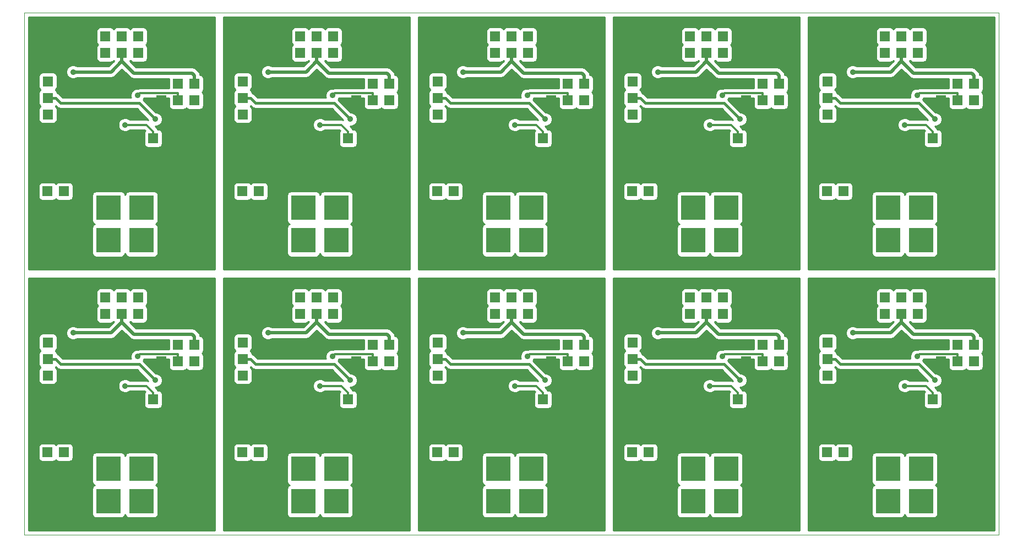
<source format=gtl>
G75*
G71*
%MOMM*%
%OFA0B0*%
%FSLAX53Y53*%
%IPPOS*%
%LPD*%
%ADD11C,0.40000*%
%ADD13C,0.30000*%
%ADD19C,0.88900*%
%ADD21C,0.50000*%
%ADD36R,3.81000X3.81000*%
%ADD37C,0.25400*%
%ADD45R,1.52400X1.52400*%
%ADD46C,6.00000*%
X0000000Y0000000D02*
G01*
D13*
D45*
X0003556Y0015240D03*
X0006096Y0015240D03*
X0003556Y0012700D03*
X0006096Y0012700D03*
X0003556Y0010160D03*
X0006096Y0010160D03*
X0022352Y0020828D03*
X0019812Y0020828D03*
X0026162Y0026670D03*
X0023622Y0026670D03*
X0026162Y0029210D03*
X0023622Y0029210D03*
X0020066Y0036513D03*
X0020066Y0033973D03*
X0017526Y0036513D03*
X0017526Y0033973D03*
X0014986Y0036513D03*
X0014986Y0033973D03*
X0012446Y0036513D03*
X0012446Y0033973D03*
X0009906Y0036513D03*
X0009906Y0033973D03*
D46*
X0004826Y0035306D03*
X0025146Y0004826D03*
X0025146Y0035306D03*
X0004826Y0004826D03*
D36*
X0018034Y0005160D03*
X0018034Y0010160D03*
X0012954Y0005160D03*
X0012954Y0010160D03*
D45*
X0003620Y0024511D03*
X0003620Y0027051D03*
X0003620Y0029591D03*
X0021082Y0026670D03*
X0021082Y0029210D03*
D19*
X0007504Y0031056D03*
X0015494Y0022924D03*
X0017399Y0027432D03*
X0020148Y0023787D03*
D21*
X0013331Y0031056D02*
X0012304Y0031056D01*
X0012304Y0031056D02*
X0007504Y0031056D01*
X0014986Y0032711D02*
X0013331Y0031056D01*
X0014986Y0033973D02*
X0014986Y0032711D01*
X0014986Y0032711D02*
X0016155Y0031541D01*
X0025773Y0030861D02*
X0016836Y0030861D01*
X0016836Y0030861D02*
X0016155Y0031541D01*
X0026162Y0030472D02*
X0025773Y0030861D01*
X0026162Y0030472D02*
X0026162Y0029210D01*
D13*
X0019812Y0021890D02*
X0019812Y0020828D01*
X0018779Y0022924D02*
X0019812Y0021890D01*
X0015494Y0022924D02*
X0018779Y0022924D01*
X0017749Y0027782D02*
X0017399Y0027432D01*
X0023572Y0027782D02*
X0017749Y0027782D01*
X0023622Y0027732D02*
X0023572Y0027782D01*
X0023622Y0026670D02*
X0023622Y0027732D01*
D11*
X0017666Y0026270D02*
X0020148Y0023787D01*
X0008242Y0026270D02*
X0017666Y0026270D01*
X0005563Y0026270D02*
X0008242Y0026270D01*
X0004782Y0027051D02*
X0005563Y0026270D01*
X0003620Y0027051D02*
X0004782Y0027051D01*
D37*
G36*
X0029287Y0000685D02*
X0027571Y0000685D01*
X0027571Y0025908D01*
X0027571Y0027432D01*
X0027524Y0027674D01*
X0027385Y0027887D01*
X0027306Y0027940D01*
X0027379Y0027987D01*
X0027521Y0028198D01*
X0027571Y0028448D01*
X0027571Y0029972D01*
X0027524Y0030214D01*
X0027385Y0030427D01*
X0027174Y0030569D01*
X0027022Y0030600D01*
X0026980Y0030811D01*
X0026788Y0031098D01*
X0026788Y0031098D01*
X0026399Y0031487D01*
X0026112Y0031679D01*
X0026055Y0031690D01*
X0025773Y0031746D01*
X0025773Y0031746D01*
X0017202Y0031746D01*
X0016781Y0032167D01*
X0016781Y0032167D01*
X0016200Y0032748D01*
X0016203Y0032750D01*
X0016256Y0032828D01*
X0016303Y0032756D01*
X0016514Y0032613D01*
X0016764Y0032563D01*
X0018288Y0032563D01*
X0018530Y0032610D01*
X0018743Y0032750D01*
X0018885Y0032961D01*
X0018935Y0033211D01*
X0018935Y0034735D01*
X0018888Y0034977D01*
X0018749Y0035189D01*
X0018670Y0035242D01*
X0018743Y0035290D01*
X0018885Y0035501D01*
X0018935Y0035751D01*
X0018935Y0037275D01*
X0018888Y0037517D01*
X0018749Y0037729D01*
X0018538Y0037872D01*
X0018288Y0037922D01*
X0016764Y0037922D01*
X0016522Y0037875D01*
X0016309Y0037735D01*
X0016256Y0037657D01*
X0016209Y0037729D01*
X0015998Y0037872D01*
X0015748Y0037922D01*
X0014224Y0037922D01*
X0013982Y0037875D01*
X0013769Y0037735D01*
X0013716Y0037657D01*
X0013669Y0037729D01*
X0013458Y0037872D01*
X0013208Y0037922D01*
X0011684Y0037922D01*
X0011442Y0037875D01*
X0011229Y0037735D01*
X0011087Y0037524D01*
X0011037Y0037275D01*
X0011037Y0035751D01*
X0011084Y0035508D01*
X0011223Y0035296D01*
X0011302Y0035243D01*
X0011229Y0035195D01*
X0011087Y0034984D01*
X0011037Y0034735D01*
X0011037Y0033211D01*
X0011084Y0032968D01*
X0011223Y0032756D01*
X0011434Y0032613D01*
X0011684Y0032563D01*
X0013208Y0032563D01*
X0013450Y0032610D01*
X0013663Y0032750D01*
X0013716Y0032828D01*
X0013763Y0032756D01*
X0013773Y0032749D01*
X0012965Y0031941D01*
X0012304Y0031941D01*
X0008145Y0031941D01*
X0008116Y0031971D01*
X0007719Y0032135D01*
X0007290Y0032136D01*
X0006893Y0031972D01*
X0006589Y0031668D01*
X0006424Y0031272D01*
X0006424Y0030842D01*
X0006588Y0030445D01*
X0006891Y0030141D01*
X0007288Y0029977D01*
X0007717Y0029976D01*
X0008114Y0030140D01*
X0008145Y0030171D01*
X0012304Y0030171D01*
X0013331Y0030171D01*
X0013331Y0030171D01*
X0013331Y0030171D01*
X0013614Y0030227D01*
X0013670Y0030238D01*
X0013670Y0030238D01*
X0013957Y0030430D01*
X0014986Y0031459D01*
X0015529Y0030915D01*
X0015529Y0030915D01*
X0016210Y0030235D01*
X0016210Y0030235D01*
X0016210Y0030235D01*
X0016402Y0030107D01*
X0016497Y0030043D01*
X0016497Y0030043D01*
X0016836Y0029976D01*
X0016836Y0029976D01*
X0016836Y0029976D01*
X0022213Y0029976D01*
X0022213Y0029972D01*
X0022213Y0028567D01*
X0017749Y0028567D01*
X0017470Y0028511D01*
X0017470Y0028511D01*
X0017185Y0028512D01*
X0016788Y0028348D01*
X0016484Y0028044D01*
X0016320Y0027648D01*
X0016319Y0027218D01*
X0016366Y0027105D01*
X0008242Y0027105D01*
X0005908Y0027105D01*
X0005372Y0027641D01*
X0005101Y0027822D01*
X0005024Y0027838D01*
X0004982Y0028055D01*
X0004842Y0028268D01*
X0004764Y0028321D01*
X0004836Y0028368D01*
X0004979Y0028579D01*
X0005029Y0028829D01*
X0005029Y0030353D01*
X0004982Y0030595D01*
X0004842Y0030808D01*
X0004631Y0030950D01*
X0004382Y0031000D01*
X0002858Y0031000D01*
X0002615Y0030953D01*
X0002403Y0030814D01*
X0002260Y0030603D01*
X0002210Y0030353D01*
X0002210Y0028829D01*
X0002257Y0028587D01*
X0002397Y0028374D01*
X0002475Y0028321D01*
X0002403Y0028274D01*
X0002260Y0028063D01*
X0002210Y0027813D01*
X0002210Y0026289D01*
X0002257Y0026047D01*
X0002397Y0025834D01*
X0002475Y0025781D01*
X0002403Y0025734D01*
X0002260Y0025523D01*
X0002210Y0025273D01*
X0002210Y0023749D01*
X0002257Y0023507D01*
X0002397Y0023294D01*
X0002608Y0023152D01*
X0002858Y0023102D01*
X0004382Y0023102D01*
X0004624Y0023149D01*
X0004836Y0023288D01*
X0004979Y0023499D01*
X0005029Y0023749D01*
X0005029Y0025273D01*
X0004982Y0025515D01*
X0004842Y0025728D01*
X0004764Y0025781D01*
X0004829Y0025823D01*
X0004972Y0025680D01*
X0005243Y0025499D01*
X0005243Y0025499D01*
X0005563Y0025435D01*
X0008242Y0025435D01*
X0017320Y0025435D01*
X0019069Y0023686D01*
X0019069Y0023651D01*
X0018779Y0023709D01*
X0016236Y0023709D01*
X0016106Y0023838D01*
X0015710Y0024003D01*
X0015280Y0024003D01*
X0014883Y0023839D01*
X0014579Y0023536D01*
X0014415Y0023139D01*
X0014414Y0022710D01*
X0014578Y0022313D01*
X0014882Y0022009D01*
X0015278Y0021844D01*
X0015708Y0021844D01*
X0016105Y0022008D01*
X0016236Y0022139D01*
X0018453Y0022139D01*
X0018573Y0022018D01*
X0018453Y0021840D01*
X0018403Y0021590D01*
X0018403Y0020066D01*
X0018450Y0019824D01*
X0018589Y0019611D01*
X0018800Y0019469D01*
X0019050Y0019419D01*
X0020574Y0019419D01*
X0020816Y0019466D01*
X0021029Y0019605D01*
X0021171Y0019816D01*
X0021221Y0020066D01*
X0021221Y0021590D01*
X0021174Y0021832D01*
X0021035Y0022045D01*
X0020824Y0022187D01*
X0020574Y0022237D01*
X0020506Y0022237D01*
X0020367Y0022445D01*
X0020104Y0022708D01*
X0020362Y0022708D01*
X0020759Y0022872D01*
X0021063Y0023175D01*
X0021227Y0023572D01*
X0021228Y0024001D01*
X0021064Y0024398D01*
X0020760Y0024702D01*
X0020364Y0024867D01*
X0020250Y0024867D01*
X0018305Y0026811D01*
X0018314Y0026820D01*
X0018387Y0026997D01*
X0022213Y0026997D01*
X0022213Y0025908D01*
X0022260Y0025666D01*
X0022399Y0025453D01*
X0022610Y0025311D01*
X0022860Y0025261D01*
X0024384Y0025261D01*
X0024626Y0025308D01*
X0024839Y0025447D01*
X0024892Y0025526D01*
X0024939Y0025453D01*
X0025150Y0025311D01*
X0025400Y0025261D01*
X0026924Y0025261D01*
X0027166Y0025308D01*
X0027379Y0025447D01*
X0027521Y0025658D01*
X0027571Y0025908D01*
X0027571Y0000685D01*
X0020586Y0000685D01*
X0020586Y0003255D01*
X0020586Y0007065D01*
X0020539Y0007307D01*
X0020400Y0007520D01*
X0020191Y0007661D01*
X0020394Y0007794D01*
X0020536Y0008005D01*
X0020586Y0008255D01*
X0020586Y0012065D01*
X0020539Y0012307D01*
X0020400Y0012520D01*
X0020189Y0012662D01*
X0019939Y0012712D01*
X0016129Y0012712D01*
X0015887Y0012665D01*
X0015674Y0012526D01*
X0015532Y0012315D01*
X0015494Y0012128D01*
X0015459Y0012307D01*
X0015320Y0012520D01*
X0015109Y0012662D01*
X0014859Y0012712D01*
X0011049Y0012712D01*
X0010807Y0012665D01*
X0010594Y0012526D01*
X0010452Y0012315D01*
X0010402Y0012065D01*
X0010402Y0008255D01*
X0010449Y0008013D01*
X0010588Y0007800D01*
X0010797Y0007659D01*
X0010594Y0007526D01*
X0010452Y0007315D01*
X0010402Y0007065D01*
X0010402Y0003255D01*
X0010449Y0003013D01*
X0010588Y0002800D01*
X0010799Y0002658D01*
X0011049Y0002608D01*
X0014859Y0002608D01*
X0015101Y0002655D01*
X0015314Y0002794D01*
X0015456Y0003005D01*
X0015494Y0003192D01*
X0015529Y0003013D01*
X0015668Y0002800D01*
X0015879Y0002658D01*
X0016129Y0002608D01*
X0019939Y0002608D01*
X0020181Y0002655D01*
X0020394Y0002794D01*
X0020536Y0003005D01*
X0020586Y0003255D01*
X0020586Y0000685D01*
X0007505Y0000685D01*
X0007505Y0011938D01*
X0007505Y0013462D01*
X0007458Y0013704D01*
X0007319Y0013917D01*
X0007108Y0014059D01*
X0006858Y0014109D01*
X0005334Y0014109D01*
X0005092Y0014062D01*
X0004879Y0013923D01*
X0004826Y0013844D01*
X0004779Y0013917D01*
X0004568Y0014059D01*
X0004318Y0014109D01*
X0002794Y0014109D01*
X0002552Y0014062D01*
X0002339Y0013923D01*
X0002197Y0013712D01*
X0002147Y0013462D01*
X0002147Y0011938D01*
X0002194Y0011696D01*
X0002333Y0011483D01*
X0002544Y0011341D01*
X0002794Y0011291D01*
X0004318Y0011291D01*
X0004560Y0011338D01*
X0004773Y0011477D01*
X0004826Y0011556D01*
X0004873Y0011483D01*
X0005084Y0011341D01*
X0005334Y0011291D01*
X0006858Y0011291D01*
X0007100Y0011338D01*
X0007313Y0011477D01*
X0007455Y0011688D01*
X0007505Y0011938D01*
X0007505Y0000685D01*
X0000685Y0000685D01*
X0000685Y0039447D01*
X0029287Y0039447D01*
X0029287Y0000685D01*
X0029287Y0000685D01*
G37*
X0029287Y0000685D02*
X0027571Y0000685D01*
X0027571Y0025908D01*
X0027571Y0027432D01*
X0027524Y0027674D01*
X0027385Y0027887D01*
X0027306Y0027940D01*
X0027379Y0027987D01*
X0027521Y0028198D01*
X0027571Y0028448D01*
X0027571Y0029972D01*
X0027524Y0030214D01*
X0027385Y0030427D01*
X0027174Y0030569D01*
X0027022Y0030600D01*
X0026980Y0030811D01*
X0026788Y0031098D01*
X0026788Y0031098D01*
X0026399Y0031487D01*
X0026112Y0031679D01*
X0026055Y0031690D01*
X0025773Y0031746D01*
X0025773Y0031746D01*
X0017202Y0031746D01*
X0016781Y0032167D01*
X0016781Y0032167D01*
X0016200Y0032748D01*
X0016203Y0032750D01*
X0016256Y0032828D01*
X0016303Y0032756D01*
X0016514Y0032613D01*
X0016764Y0032563D01*
X0018288Y0032563D01*
X0018530Y0032610D01*
X0018743Y0032750D01*
X0018885Y0032961D01*
X0018935Y0033211D01*
X0018935Y0034735D01*
X0018888Y0034977D01*
X0018749Y0035189D01*
X0018670Y0035242D01*
X0018743Y0035290D01*
X0018885Y0035501D01*
X0018935Y0035751D01*
X0018935Y0037275D01*
X0018888Y0037517D01*
X0018749Y0037729D01*
X0018538Y0037872D01*
X0018288Y0037922D01*
X0016764Y0037922D01*
X0016522Y0037875D01*
X0016309Y0037735D01*
X0016256Y0037657D01*
X0016209Y0037729D01*
X0015998Y0037872D01*
X0015748Y0037922D01*
X0014224Y0037922D01*
X0013982Y0037875D01*
X0013769Y0037735D01*
X0013716Y0037657D01*
X0013669Y0037729D01*
X0013458Y0037872D01*
X0013208Y0037922D01*
X0011684Y0037922D01*
X0011442Y0037875D01*
X0011229Y0037735D01*
X0011087Y0037524D01*
X0011037Y0037275D01*
X0011037Y0035751D01*
X0011084Y0035508D01*
X0011223Y0035296D01*
X0011302Y0035243D01*
X0011229Y0035195D01*
X0011087Y0034984D01*
X0011037Y0034735D01*
X0011037Y0033211D01*
X0011084Y0032968D01*
X0011223Y0032756D01*
X0011434Y0032613D01*
X0011684Y0032563D01*
X0013208Y0032563D01*
X0013450Y0032610D01*
X0013663Y0032750D01*
X0013716Y0032828D01*
X0013763Y0032756D01*
X0013773Y0032749D01*
X0012965Y0031941D01*
X0012304Y0031941D01*
X0008145Y0031941D01*
X0008116Y0031971D01*
X0007719Y0032135D01*
X0007290Y0032136D01*
X0006893Y0031972D01*
X0006589Y0031668D01*
X0006424Y0031272D01*
X0006424Y0030842D01*
X0006588Y0030445D01*
X0006891Y0030141D01*
X0007288Y0029977D01*
X0007717Y0029976D01*
X0008114Y0030140D01*
X0008145Y0030171D01*
X0012304Y0030171D01*
X0013331Y0030171D01*
X0013331Y0030171D01*
X0013331Y0030171D01*
X0013614Y0030227D01*
X0013670Y0030238D01*
X0013670Y0030238D01*
X0013957Y0030430D01*
X0014986Y0031459D01*
X0015529Y0030915D01*
X0015529Y0030915D01*
X0016210Y0030235D01*
X0016210Y0030235D01*
X0016210Y0030235D01*
X0016402Y0030107D01*
X0016497Y0030043D01*
X0016497Y0030043D01*
X0016836Y0029976D01*
X0016836Y0029976D01*
X0016836Y0029976D01*
X0022213Y0029976D01*
X0022213Y0029972D01*
X0022213Y0028567D01*
X0017749Y0028567D01*
X0017470Y0028511D01*
X0017470Y0028511D01*
X0017185Y0028512D01*
X0016788Y0028348D01*
X0016484Y0028044D01*
X0016320Y0027648D01*
X0016319Y0027218D01*
X0016366Y0027105D01*
X0008242Y0027105D01*
X0005908Y0027105D01*
X0005372Y0027641D01*
X0005101Y0027822D01*
X0005024Y0027838D01*
X0004982Y0028055D01*
X0004842Y0028268D01*
X0004764Y0028321D01*
X0004836Y0028368D01*
X0004979Y0028579D01*
X0005029Y0028829D01*
X0005029Y0030353D01*
X0004982Y0030595D01*
X0004842Y0030808D01*
X0004631Y0030950D01*
X0004382Y0031000D01*
X0002858Y0031000D01*
X0002615Y0030953D01*
X0002403Y0030814D01*
X0002260Y0030603D01*
X0002210Y0030353D01*
X0002210Y0028829D01*
X0002257Y0028587D01*
X0002397Y0028374D01*
X0002475Y0028321D01*
X0002403Y0028274D01*
X0002260Y0028063D01*
X0002210Y0027813D01*
X0002210Y0026289D01*
X0002257Y0026047D01*
X0002397Y0025834D01*
X0002475Y0025781D01*
X0002403Y0025734D01*
X0002260Y0025523D01*
X0002210Y0025273D01*
X0002210Y0023749D01*
X0002257Y0023507D01*
X0002397Y0023294D01*
X0002608Y0023152D01*
X0002858Y0023102D01*
X0004382Y0023102D01*
X0004624Y0023149D01*
X0004836Y0023288D01*
X0004979Y0023499D01*
X0005029Y0023749D01*
X0005029Y0025273D01*
X0004982Y0025515D01*
X0004842Y0025728D01*
X0004764Y0025781D01*
X0004829Y0025823D01*
X0004972Y0025680D01*
X0005243Y0025499D01*
X0005243Y0025499D01*
X0005563Y0025435D01*
X0008242Y0025435D01*
X0017320Y0025435D01*
X0019069Y0023686D01*
X0019069Y0023651D01*
X0018779Y0023709D01*
X0016236Y0023709D01*
X0016106Y0023838D01*
X0015710Y0024003D01*
X0015280Y0024003D01*
X0014883Y0023839D01*
X0014579Y0023536D01*
X0014415Y0023139D01*
X0014414Y0022710D01*
X0014578Y0022313D01*
X0014882Y0022009D01*
X0015278Y0021844D01*
X0015708Y0021844D01*
X0016105Y0022008D01*
X0016236Y0022139D01*
X0018453Y0022139D01*
X0018573Y0022018D01*
X0018453Y0021840D01*
X0018403Y0021590D01*
X0018403Y0020066D01*
X0018450Y0019824D01*
X0018589Y0019611D01*
X0018800Y0019469D01*
X0019050Y0019419D01*
X0020574Y0019419D01*
X0020816Y0019466D01*
X0021029Y0019605D01*
X0021171Y0019816D01*
X0021221Y0020066D01*
X0021221Y0021590D01*
X0021174Y0021832D01*
X0021035Y0022045D01*
X0020824Y0022187D01*
X0020574Y0022237D01*
X0020506Y0022237D01*
X0020367Y0022445D01*
X0020104Y0022708D01*
X0020362Y0022708D01*
X0020759Y0022872D01*
X0021063Y0023175D01*
X0021227Y0023572D01*
X0021228Y0024001D01*
X0021064Y0024398D01*
X0020760Y0024702D01*
X0020364Y0024867D01*
X0020250Y0024867D01*
X0018305Y0026811D01*
X0018314Y0026820D01*
X0018387Y0026997D01*
X0022213Y0026997D01*
X0022213Y0025908D01*
X0022260Y0025666D01*
X0022399Y0025453D01*
X0022610Y0025311D01*
X0022860Y0025261D01*
X0024384Y0025261D01*
X0024626Y0025308D01*
X0024839Y0025447D01*
X0024892Y0025526D01*
X0024939Y0025453D01*
X0025150Y0025311D01*
X0025400Y0025261D01*
X0026924Y0025261D01*
X0027166Y0025308D01*
X0027379Y0025447D01*
X0027521Y0025658D01*
X0027571Y0025908D01*
X0027571Y0000685D01*
X0020586Y0000685D01*
X0020586Y0003255D01*
X0020586Y0007065D01*
X0020539Y0007307D01*
X0020400Y0007520D01*
X0020191Y0007661D01*
X0020394Y0007794D01*
X0020536Y0008005D01*
X0020586Y0008255D01*
X0020586Y0012065D01*
X0020539Y0012307D01*
X0020400Y0012520D01*
X0020189Y0012662D01*
X0019939Y0012712D01*
X0016129Y0012712D01*
X0015887Y0012665D01*
X0015674Y0012526D01*
X0015532Y0012315D01*
X0015494Y0012128D01*
X0015459Y0012307D01*
X0015320Y0012520D01*
X0015109Y0012662D01*
X0014859Y0012712D01*
X0011049Y0012712D01*
X0010807Y0012665D01*
X0010594Y0012526D01*
X0010452Y0012315D01*
X0010402Y0012065D01*
X0010402Y0008255D01*
X0010449Y0008013D01*
X0010588Y0007800D01*
X0010797Y0007659D01*
X0010594Y0007526D01*
X0010452Y0007315D01*
X0010402Y0007065D01*
X0010402Y0003255D01*
X0010449Y0003013D01*
X0010588Y0002800D01*
X0010799Y0002658D01*
X0011049Y0002608D01*
X0014859Y0002608D01*
X0015101Y0002655D01*
X0015314Y0002794D01*
X0015456Y0003005D01*
X0015494Y0003192D01*
X0015529Y0003013D01*
X0015668Y0002800D01*
X0015879Y0002658D01*
X0016129Y0002608D01*
X0019939Y0002608D01*
X0020181Y0002655D01*
X0020394Y0002794D01*
X0020536Y0003005D01*
X0020586Y0003255D01*
X0020586Y0000685D01*
X0007505Y0000685D01*
X0007505Y0011938D01*
X0007505Y0013462D01*
X0007458Y0013704D01*
X0007319Y0013917D01*
X0007108Y0014059D01*
X0006858Y0014109D01*
X0005334Y0014109D01*
X0005092Y0014062D01*
X0004879Y0013923D01*
X0004826Y0013844D01*
X0004779Y0013917D01*
X0004568Y0014059D01*
X0004318Y0014109D01*
X0002794Y0014109D01*
X0002552Y0014062D01*
X0002339Y0013923D01*
X0002197Y0013712D01*
X0002147Y0013462D01*
X0002147Y0011938D01*
X0002194Y0011696D01*
X0002333Y0011483D01*
X0002544Y0011341D01*
X0002794Y0011291D01*
X0004318Y0011291D01*
X0004560Y0011338D01*
X0004773Y0011477D01*
X0004826Y0011556D01*
X0004873Y0011483D01*
X0005084Y0011341D01*
X0005334Y0011291D01*
X0006858Y0011291D01*
X0007100Y0011338D01*
X0007313Y0011477D01*
X0007455Y0011688D01*
X0007505Y0011938D01*
X0007505Y0000685D01*
X0000685Y0000685D01*
X0000685Y0039447D01*
X0029287Y0039447D01*
X0029287Y0000685D01*
X0029970Y0000000D02*
G01*
D13*
D45*
X0033526Y0015240D03*
X0036066Y0015240D03*
X0033526Y0012700D03*
X0036066Y0012700D03*
X0033526Y0010160D03*
X0036066Y0010160D03*
X0052322Y0020828D03*
X0049782Y0020828D03*
X0056132Y0026670D03*
X0053592Y0026670D03*
X0056132Y0029210D03*
X0053592Y0029210D03*
X0050036Y0036513D03*
X0050036Y0033973D03*
X0047496Y0036513D03*
X0047496Y0033973D03*
X0044956Y0036513D03*
X0044956Y0033973D03*
X0042416Y0036513D03*
X0042416Y0033973D03*
X0039876Y0036513D03*
X0039876Y0033973D03*
D46*
X0034796Y0035306D03*
X0055116Y0004826D03*
X0055116Y0035306D03*
X0034796Y0004826D03*
D36*
X0048004Y0005160D03*
X0048004Y0010160D03*
X0042924Y0005160D03*
X0042924Y0010160D03*
D45*
X0033590Y0024511D03*
X0033590Y0027051D03*
X0033590Y0029591D03*
X0051052Y0026670D03*
X0051052Y0029210D03*
D19*
X0037474Y0031056D03*
X0045464Y0022924D03*
X0047369Y0027432D03*
X0050118Y0023787D03*
D21*
X0043301Y0031056D02*
X0042274Y0031056D01*
X0042274Y0031056D02*
X0037474Y0031056D01*
X0044956Y0032711D02*
X0043301Y0031056D01*
X0044956Y0033973D02*
X0044956Y0032711D01*
X0044956Y0032711D02*
X0046125Y0031541D01*
X0055743Y0030861D02*
X0046806Y0030861D01*
X0046806Y0030861D02*
X0046125Y0031541D01*
X0056132Y0030472D02*
X0055743Y0030861D01*
X0056132Y0030472D02*
X0056132Y0029210D01*
D13*
X0049782Y0021890D02*
X0049782Y0020828D01*
X0048749Y0022924D02*
X0049782Y0021890D01*
X0045464Y0022924D02*
X0048749Y0022924D01*
X0047719Y0027782D02*
X0047369Y0027432D01*
X0053542Y0027782D02*
X0047719Y0027782D01*
X0053592Y0027732D02*
X0053542Y0027782D01*
X0053592Y0026670D02*
X0053592Y0027732D01*
D11*
X0047636Y0026270D02*
X0050118Y0023787D01*
X0038212Y0026270D02*
X0047636Y0026270D01*
X0035533Y0026270D02*
X0038212Y0026270D01*
X0034752Y0027051D02*
X0035533Y0026270D01*
X0033590Y0027051D02*
X0034752Y0027051D01*
D37*
G36*
X0059257Y0000685D02*
X0057541Y0000685D01*
X0057541Y0025908D01*
X0057541Y0027432D01*
X0057494Y0027674D01*
X0057355Y0027887D01*
X0057276Y0027940D01*
X0057349Y0027987D01*
X0057491Y0028198D01*
X0057541Y0028448D01*
X0057541Y0029972D01*
X0057494Y0030214D01*
X0057355Y0030427D01*
X0057144Y0030569D01*
X0056992Y0030600D01*
X0056950Y0030811D01*
X0056758Y0031098D01*
X0056758Y0031098D01*
X0056369Y0031487D01*
X0056082Y0031679D01*
X0056025Y0031690D01*
X0055743Y0031746D01*
X0055743Y0031746D01*
X0047172Y0031746D01*
X0046751Y0032167D01*
X0046751Y0032167D01*
X0046170Y0032748D01*
X0046173Y0032750D01*
X0046226Y0032828D01*
X0046273Y0032756D01*
X0046484Y0032613D01*
X0046734Y0032563D01*
X0048258Y0032563D01*
X0048500Y0032610D01*
X0048713Y0032750D01*
X0048855Y0032961D01*
X0048905Y0033211D01*
X0048905Y0034735D01*
X0048858Y0034977D01*
X0048719Y0035189D01*
X0048640Y0035242D01*
X0048713Y0035290D01*
X0048855Y0035501D01*
X0048905Y0035751D01*
X0048905Y0037275D01*
X0048858Y0037517D01*
X0048719Y0037729D01*
X0048508Y0037872D01*
X0048258Y0037922D01*
X0046734Y0037922D01*
X0046492Y0037875D01*
X0046279Y0037735D01*
X0046226Y0037657D01*
X0046179Y0037729D01*
X0045968Y0037872D01*
X0045718Y0037922D01*
X0044194Y0037922D01*
X0043952Y0037875D01*
X0043739Y0037735D01*
X0043686Y0037657D01*
X0043639Y0037729D01*
X0043428Y0037872D01*
X0043178Y0037922D01*
X0041654Y0037922D01*
X0041412Y0037875D01*
X0041199Y0037735D01*
X0041057Y0037524D01*
X0041007Y0037275D01*
X0041007Y0035751D01*
X0041054Y0035508D01*
X0041193Y0035296D01*
X0041272Y0035243D01*
X0041199Y0035195D01*
X0041057Y0034984D01*
X0041007Y0034735D01*
X0041007Y0033211D01*
X0041054Y0032968D01*
X0041193Y0032756D01*
X0041404Y0032613D01*
X0041654Y0032563D01*
X0043178Y0032563D01*
X0043420Y0032610D01*
X0043633Y0032750D01*
X0043686Y0032828D01*
X0043733Y0032756D01*
X0043743Y0032749D01*
X0042935Y0031941D01*
X0042274Y0031941D01*
X0038115Y0031941D01*
X0038086Y0031971D01*
X0037689Y0032135D01*
X0037260Y0032136D01*
X0036863Y0031972D01*
X0036559Y0031668D01*
X0036394Y0031272D01*
X0036394Y0030842D01*
X0036558Y0030445D01*
X0036861Y0030141D01*
X0037258Y0029977D01*
X0037687Y0029976D01*
X0038084Y0030140D01*
X0038115Y0030171D01*
X0042274Y0030171D01*
X0043301Y0030171D01*
X0043301Y0030171D01*
X0043301Y0030171D01*
X0043584Y0030227D01*
X0043640Y0030238D01*
X0043640Y0030238D01*
X0043927Y0030430D01*
X0044956Y0031459D01*
X0045499Y0030915D01*
X0045499Y0030915D01*
X0046180Y0030235D01*
X0046180Y0030235D01*
X0046180Y0030235D01*
X0046372Y0030107D01*
X0046467Y0030043D01*
X0046467Y0030043D01*
X0046806Y0029976D01*
X0046806Y0029976D01*
X0046806Y0029976D01*
X0052183Y0029976D01*
X0052183Y0029972D01*
X0052183Y0028567D01*
X0047719Y0028567D01*
X0047440Y0028511D01*
X0047440Y0028511D01*
X0047155Y0028512D01*
X0046758Y0028348D01*
X0046454Y0028044D01*
X0046290Y0027648D01*
X0046289Y0027218D01*
X0046336Y0027105D01*
X0038212Y0027105D01*
X0035878Y0027105D01*
X0035342Y0027641D01*
X0035071Y0027822D01*
X0034994Y0027838D01*
X0034952Y0028055D01*
X0034812Y0028268D01*
X0034734Y0028321D01*
X0034806Y0028368D01*
X0034949Y0028579D01*
X0034999Y0028829D01*
X0034999Y0030353D01*
X0034952Y0030595D01*
X0034812Y0030808D01*
X0034601Y0030950D01*
X0034352Y0031000D01*
X0032828Y0031000D01*
X0032585Y0030953D01*
X0032373Y0030814D01*
X0032230Y0030603D01*
X0032180Y0030353D01*
X0032180Y0028829D01*
X0032227Y0028587D01*
X0032367Y0028374D01*
X0032445Y0028321D01*
X0032373Y0028274D01*
X0032230Y0028063D01*
X0032180Y0027813D01*
X0032180Y0026289D01*
X0032227Y0026047D01*
X0032367Y0025834D01*
X0032445Y0025781D01*
X0032373Y0025734D01*
X0032230Y0025523D01*
X0032180Y0025273D01*
X0032180Y0023749D01*
X0032227Y0023507D01*
X0032367Y0023294D01*
X0032578Y0023152D01*
X0032828Y0023102D01*
X0034352Y0023102D01*
X0034594Y0023149D01*
X0034806Y0023288D01*
X0034949Y0023499D01*
X0034999Y0023749D01*
X0034999Y0025273D01*
X0034952Y0025515D01*
X0034812Y0025728D01*
X0034734Y0025781D01*
X0034799Y0025823D01*
X0034942Y0025680D01*
X0035213Y0025499D01*
X0035213Y0025499D01*
X0035533Y0025435D01*
X0038212Y0025435D01*
X0047290Y0025435D01*
X0049039Y0023686D01*
X0049039Y0023651D01*
X0048749Y0023709D01*
X0046206Y0023709D01*
X0046076Y0023838D01*
X0045680Y0024003D01*
X0045250Y0024003D01*
X0044853Y0023839D01*
X0044549Y0023536D01*
X0044385Y0023139D01*
X0044384Y0022710D01*
X0044548Y0022313D01*
X0044852Y0022009D01*
X0045248Y0021844D01*
X0045678Y0021844D01*
X0046075Y0022008D01*
X0046206Y0022139D01*
X0048423Y0022139D01*
X0048543Y0022018D01*
X0048423Y0021840D01*
X0048373Y0021590D01*
X0048373Y0020066D01*
X0048420Y0019824D01*
X0048559Y0019611D01*
X0048770Y0019469D01*
X0049020Y0019419D01*
X0050544Y0019419D01*
X0050786Y0019466D01*
X0050999Y0019605D01*
X0051141Y0019816D01*
X0051191Y0020066D01*
X0051191Y0021590D01*
X0051144Y0021832D01*
X0051005Y0022045D01*
X0050794Y0022187D01*
X0050544Y0022237D01*
X0050476Y0022237D01*
X0050337Y0022445D01*
X0050074Y0022708D01*
X0050332Y0022708D01*
X0050729Y0022872D01*
X0051033Y0023175D01*
X0051197Y0023572D01*
X0051198Y0024001D01*
X0051034Y0024398D01*
X0050730Y0024702D01*
X0050334Y0024867D01*
X0050220Y0024867D01*
X0048275Y0026811D01*
X0048284Y0026820D01*
X0048357Y0026997D01*
X0052183Y0026997D01*
X0052183Y0025908D01*
X0052230Y0025666D01*
X0052369Y0025453D01*
X0052580Y0025311D01*
X0052830Y0025261D01*
X0054354Y0025261D01*
X0054596Y0025308D01*
X0054809Y0025447D01*
X0054862Y0025526D01*
X0054909Y0025453D01*
X0055120Y0025311D01*
X0055370Y0025261D01*
X0056894Y0025261D01*
X0057136Y0025308D01*
X0057349Y0025447D01*
X0057491Y0025658D01*
X0057541Y0025908D01*
X0057541Y0000685D01*
X0050556Y0000685D01*
X0050556Y0003255D01*
X0050556Y0007065D01*
X0050509Y0007307D01*
X0050370Y0007520D01*
X0050161Y0007661D01*
X0050364Y0007794D01*
X0050506Y0008005D01*
X0050556Y0008255D01*
X0050556Y0012065D01*
X0050509Y0012307D01*
X0050370Y0012520D01*
X0050159Y0012662D01*
X0049909Y0012712D01*
X0046099Y0012712D01*
X0045857Y0012665D01*
X0045644Y0012526D01*
X0045502Y0012315D01*
X0045464Y0012128D01*
X0045429Y0012307D01*
X0045290Y0012520D01*
X0045079Y0012662D01*
X0044829Y0012712D01*
X0041019Y0012712D01*
X0040777Y0012665D01*
X0040564Y0012526D01*
X0040422Y0012315D01*
X0040372Y0012065D01*
X0040372Y0008255D01*
X0040419Y0008013D01*
X0040558Y0007800D01*
X0040767Y0007659D01*
X0040564Y0007526D01*
X0040422Y0007315D01*
X0040372Y0007065D01*
X0040372Y0003255D01*
X0040419Y0003013D01*
X0040558Y0002800D01*
X0040769Y0002658D01*
X0041019Y0002608D01*
X0044829Y0002608D01*
X0045071Y0002655D01*
X0045284Y0002794D01*
X0045426Y0003005D01*
X0045464Y0003192D01*
X0045499Y0003013D01*
X0045638Y0002800D01*
X0045849Y0002658D01*
X0046099Y0002608D01*
X0049909Y0002608D01*
X0050151Y0002655D01*
X0050364Y0002794D01*
X0050506Y0003005D01*
X0050556Y0003255D01*
X0050556Y0000685D01*
X0037475Y0000685D01*
X0037475Y0011938D01*
X0037475Y0013462D01*
X0037428Y0013704D01*
X0037289Y0013917D01*
X0037078Y0014059D01*
X0036828Y0014109D01*
X0035304Y0014109D01*
X0035062Y0014062D01*
X0034849Y0013923D01*
X0034796Y0013844D01*
X0034749Y0013917D01*
X0034538Y0014059D01*
X0034288Y0014109D01*
X0032764Y0014109D01*
X0032522Y0014062D01*
X0032309Y0013923D01*
X0032167Y0013712D01*
X0032117Y0013462D01*
X0032117Y0011938D01*
X0032164Y0011696D01*
X0032303Y0011483D01*
X0032514Y0011341D01*
X0032764Y0011291D01*
X0034288Y0011291D01*
X0034530Y0011338D01*
X0034743Y0011477D01*
X0034796Y0011556D01*
X0034843Y0011483D01*
X0035054Y0011341D01*
X0035304Y0011291D01*
X0036828Y0011291D01*
X0037070Y0011338D01*
X0037283Y0011477D01*
X0037425Y0011688D01*
X0037475Y0011938D01*
X0037475Y0000685D01*
X0030655Y0000685D01*
X0030655Y0039447D01*
X0059257Y0039447D01*
X0059257Y0000685D01*
X0059257Y0000685D01*
G37*
X0059257Y0000685D02*
X0057541Y0000685D01*
X0057541Y0025908D01*
X0057541Y0027432D01*
X0057494Y0027674D01*
X0057355Y0027887D01*
X0057276Y0027940D01*
X0057349Y0027987D01*
X0057491Y0028198D01*
X0057541Y0028448D01*
X0057541Y0029972D01*
X0057494Y0030214D01*
X0057355Y0030427D01*
X0057144Y0030569D01*
X0056992Y0030600D01*
X0056950Y0030811D01*
X0056758Y0031098D01*
X0056758Y0031098D01*
X0056369Y0031487D01*
X0056082Y0031679D01*
X0056025Y0031690D01*
X0055743Y0031746D01*
X0055743Y0031746D01*
X0047172Y0031746D01*
X0046751Y0032167D01*
X0046751Y0032167D01*
X0046170Y0032748D01*
X0046173Y0032750D01*
X0046226Y0032828D01*
X0046273Y0032756D01*
X0046484Y0032613D01*
X0046734Y0032563D01*
X0048258Y0032563D01*
X0048500Y0032610D01*
X0048713Y0032750D01*
X0048855Y0032961D01*
X0048905Y0033211D01*
X0048905Y0034735D01*
X0048858Y0034977D01*
X0048719Y0035189D01*
X0048640Y0035242D01*
X0048713Y0035290D01*
X0048855Y0035501D01*
X0048905Y0035751D01*
X0048905Y0037275D01*
X0048858Y0037517D01*
X0048719Y0037729D01*
X0048508Y0037872D01*
X0048258Y0037922D01*
X0046734Y0037922D01*
X0046492Y0037875D01*
X0046279Y0037735D01*
X0046226Y0037657D01*
X0046179Y0037729D01*
X0045968Y0037872D01*
X0045718Y0037922D01*
X0044194Y0037922D01*
X0043952Y0037875D01*
X0043739Y0037735D01*
X0043686Y0037657D01*
X0043639Y0037729D01*
X0043428Y0037872D01*
X0043178Y0037922D01*
X0041654Y0037922D01*
X0041412Y0037875D01*
X0041199Y0037735D01*
X0041057Y0037524D01*
X0041007Y0037275D01*
X0041007Y0035751D01*
X0041054Y0035508D01*
X0041193Y0035296D01*
X0041272Y0035243D01*
X0041199Y0035195D01*
X0041057Y0034984D01*
X0041007Y0034735D01*
X0041007Y0033211D01*
X0041054Y0032968D01*
X0041193Y0032756D01*
X0041404Y0032613D01*
X0041654Y0032563D01*
X0043178Y0032563D01*
X0043420Y0032610D01*
X0043633Y0032750D01*
X0043686Y0032828D01*
X0043733Y0032756D01*
X0043743Y0032749D01*
X0042935Y0031941D01*
X0042274Y0031941D01*
X0038115Y0031941D01*
X0038086Y0031971D01*
X0037689Y0032135D01*
X0037260Y0032136D01*
X0036863Y0031972D01*
X0036559Y0031668D01*
X0036394Y0031272D01*
X0036394Y0030842D01*
X0036558Y0030445D01*
X0036861Y0030141D01*
X0037258Y0029977D01*
X0037687Y0029976D01*
X0038084Y0030140D01*
X0038115Y0030171D01*
X0042274Y0030171D01*
X0043301Y0030171D01*
X0043301Y0030171D01*
X0043301Y0030171D01*
X0043584Y0030227D01*
X0043640Y0030238D01*
X0043640Y0030238D01*
X0043927Y0030430D01*
X0044956Y0031459D01*
X0045499Y0030915D01*
X0045499Y0030915D01*
X0046180Y0030235D01*
X0046180Y0030235D01*
X0046180Y0030235D01*
X0046372Y0030107D01*
X0046467Y0030043D01*
X0046467Y0030043D01*
X0046806Y0029976D01*
X0046806Y0029976D01*
X0046806Y0029976D01*
X0052183Y0029976D01*
X0052183Y0029972D01*
X0052183Y0028567D01*
X0047719Y0028567D01*
X0047440Y0028511D01*
X0047440Y0028511D01*
X0047155Y0028512D01*
X0046758Y0028348D01*
X0046454Y0028044D01*
X0046290Y0027648D01*
X0046289Y0027218D01*
X0046336Y0027105D01*
X0038212Y0027105D01*
X0035878Y0027105D01*
X0035342Y0027641D01*
X0035071Y0027822D01*
X0034994Y0027838D01*
X0034952Y0028055D01*
X0034812Y0028268D01*
X0034734Y0028321D01*
X0034806Y0028368D01*
X0034949Y0028579D01*
X0034999Y0028829D01*
X0034999Y0030353D01*
X0034952Y0030595D01*
X0034812Y0030808D01*
X0034601Y0030950D01*
X0034352Y0031000D01*
X0032828Y0031000D01*
X0032585Y0030953D01*
X0032373Y0030814D01*
X0032230Y0030603D01*
X0032180Y0030353D01*
X0032180Y0028829D01*
X0032227Y0028587D01*
X0032367Y0028374D01*
X0032445Y0028321D01*
X0032373Y0028274D01*
X0032230Y0028063D01*
X0032180Y0027813D01*
X0032180Y0026289D01*
X0032227Y0026047D01*
X0032367Y0025834D01*
X0032445Y0025781D01*
X0032373Y0025734D01*
X0032230Y0025523D01*
X0032180Y0025273D01*
X0032180Y0023749D01*
X0032227Y0023507D01*
X0032367Y0023294D01*
X0032578Y0023152D01*
X0032828Y0023102D01*
X0034352Y0023102D01*
X0034594Y0023149D01*
X0034806Y0023288D01*
X0034949Y0023499D01*
X0034999Y0023749D01*
X0034999Y0025273D01*
X0034952Y0025515D01*
X0034812Y0025728D01*
X0034734Y0025781D01*
X0034799Y0025823D01*
X0034942Y0025680D01*
X0035213Y0025499D01*
X0035213Y0025499D01*
X0035533Y0025435D01*
X0038212Y0025435D01*
X0047290Y0025435D01*
X0049039Y0023686D01*
X0049039Y0023651D01*
X0048749Y0023709D01*
X0046206Y0023709D01*
X0046076Y0023838D01*
X0045680Y0024003D01*
X0045250Y0024003D01*
X0044853Y0023839D01*
X0044549Y0023536D01*
X0044385Y0023139D01*
X0044384Y0022710D01*
X0044548Y0022313D01*
X0044852Y0022009D01*
X0045248Y0021844D01*
X0045678Y0021844D01*
X0046075Y0022008D01*
X0046206Y0022139D01*
X0048423Y0022139D01*
X0048543Y0022018D01*
X0048423Y0021840D01*
X0048373Y0021590D01*
X0048373Y0020066D01*
X0048420Y0019824D01*
X0048559Y0019611D01*
X0048770Y0019469D01*
X0049020Y0019419D01*
X0050544Y0019419D01*
X0050786Y0019466D01*
X0050999Y0019605D01*
X0051141Y0019816D01*
X0051191Y0020066D01*
X0051191Y0021590D01*
X0051144Y0021832D01*
X0051005Y0022045D01*
X0050794Y0022187D01*
X0050544Y0022237D01*
X0050476Y0022237D01*
X0050337Y0022445D01*
X0050074Y0022708D01*
X0050332Y0022708D01*
X0050729Y0022872D01*
X0051033Y0023175D01*
X0051197Y0023572D01*
X0051198Y0024001D01*
X0051034Y0024398D01*
X0050730Y0024702D01*
X0050334Y0024867D01*
X0050220Y0024867D01*
X0048275Y0026811D01*
X0048284Y0026820D01*
X0048357Y0026997D01*
X0052183Y0026997D01*
X0052183Y0025908D01*
X0052230Y0025666D01*
X0052369Y0025453D01*
X0052580Y0025311D01*
X0052830Y0025261D01*
X0054354Y0025261D01*
X0054596Y0025308D01*
X0054809Y0025447D01*
X0054862Y0025526D01*
X0054909Y0025453D01*
X0055120Y0025311D01*
X0055370Y0025261D01*
X0056894Y0025261D01*
X0057136Y0025308D01*
X0057349Y0025447D01*
X0057491Y0025658D01*
X0057541Y0025908D01*
X0057541Y0000685D01*
X0050556Y0000685D01*
X0050556Y0003255D01*
X0050556Y0007065D01*
X0050509Y0007307D01*
X0050370Y0007520D01*
X0050161Y0007661D01*
X0050364Y0007794D01*
X0050506Y0008005D01*
X0050556Y0008255D01*
X0050556Y0012065D01*
X0050509Y0012307D01*
X0050370Y0012520D01*
X0050159Y0012662D01*
X0049909Y0012712D01*
X0046099Y0012712D01*
X0045857Y0012665D01*
X0045644Y0012526D01*
X0045502Y0012315D01*
X0045464Y0012128D01*
X0045429Y0012307D01*
X0045290Y0012520D01*
X0045079Y0012662D01*
X0044829Y0012712D01*
X0041019Y0012712D01*
X0040777Y0012665D01*
X0040564Y0012526D01*
X0040422Y0012315D01*
X0040372Y0012065D01*
X0040372Y0008255D01*
X0040419Y0008013D01*
X0040558Y0007800D01*
X0040767Y0007659D01*
X0040564Y0007526D01*
X0040422Y0007315D01*
X0040372Y0007065D01*
X0040372Y0003255D01*
X0040419Y0003013D01*
X0040558Y0002800D01*
X0040769Y0002658D01*
X0041019Y0002608D01*
X0044829Y0002608D01*
X0045071Y0002655D01*
X0045284Y0002794D01*
X0045426Y0003005D01*
X0045464Y0003192D01*
X0045499Y0003013D01*
X0045638Y0002800D01*
X0045849Y0002658D01*
X0046099Y0002608D01*
X0049909Y0002608D01*
X0050151Y0002655D01*
X0050364Y0002794D01*
X0050506Y0003005D01*
X0050556Y0003255D01*
X0050556Y0000685D01*
X0037475Y0000685D01*
X0037475Y0011938D01*
X0037475Y0013462D01*
X0037428Y0013704D01*
X0037289Y0013917D01*
X0037078Y0014059D01*
X0036828Y0014109D01*
X0035304Y0014109D01*
X0035062Y0014062D01*
X0034849Y0013923D01*
X0034796Y0013844D01*
X0034749Y0013917D01*
X0034538Y0014059D01*
X0034288Y0014109D01*
X0032764Y0014109D01*
X0032522Y0014062D01*
X0032309Y0013923D01*
X0032167Y0013712D01*
X0032117Y0013462D01*
X0032117Y0011938D01*
X0032164Y0011696D01*
X0032303Y0011483D01*
X0032514Y0011341D01*
X0032764Y0011291D01*
X0034288Y0011291D01*
X0034530Y0011338D01*
X0034743Y0011477D01*
X0034796Y0011556D01*
X0034843Y0011483D01*
X0035054Y0011341D01*
X0035304Y0011291D01*
X0036828Y0011291D01*
X0037070Y0011338D01*
X0037283Y0011477D01*
X0037425Y0011688D01*
X0037475Y0011938D01*
X0037475Y0000685D01*
X0030655Y0000685D01*
X0030655Y0039447D01*
X0059257Y0039447D01*
X0059257Y0000685D01*
X0059940Y0000000D02*
G01*
D13*
D45*
X0063496Y0015240D03*
X0066036Y0015240D03*
X0063496Y0012700D03*
X0066036Y0012700D03*
X0063496Y0010160D03*
X0066036Y0010160D03*
X0082292Y0020828D03*
X0079752Y0020828D03*
X0086102Y0026670D03*
X0083562Y0026670D03*
X0086102Y0029210D03*
X0083562Y0029210D03*
X0080006Y0036513D03*
X0080006Y0033973D03*
X0077466Y0036513D03*
X0077466Y0033973D03*
X0074926Y0036513D03*
X0074926Y0033973D03*
X0072386Y0036513D03*
X0072386Y0033973D03*
X0069846Y0036513D03*
X0069846Y0033973D03*
D46*
X0064766Y0035306D03*
X0085086Y0004826D03*
X0085086Y0035306D03*
X0064766Y0004826D03*
D36*
X0077974Y0005160D03*
X0077974Y0010160D03*
X0072894Y0005160D03*
X0072894Y0010160D03*
D45*
X0063560Y0024511D03*
X0063560Y0027051D03*
X0063560Y0029591D03*
X0081022Y0026670D03*
X0081022Y0029210D03*
D19*
X0067444Y0031056D03*
X0075434Y0022924D03*
X0077339Y0027432D03*
X0080088Y0023787D03*
D21*
X0073271Y0031056D02*
X0072244Y0031056D01*
X0072244Y0031056D02*
X0067444Y0031056D01*
X0074926Y0032711D02*
X0073271Y0031056D01*
X0074926Y0033973D02*
X0074926Y0032711D01*
X0074926Y0032711D02*
X0076095Y0031541D01*
X0085713Y0030861D02*
X0076776Y0030861D01*
X0076776Y0030861D02*
X0076095Y0031541D01*
X0086102Y0030472D02*
X0085713Y0030861D01*
X0086102Y0030472D02*
X0086102Y0029210D01*
D13*
X0079752Y0021890D02*
X0079752Y0020828D01*
X0078719Y0022924D02*
X0079752Y0021890D01*
X0075434Y0022924D02*
X0078719Y0022924D01*
X0077689Y0027782D02*
X0077339Y0027432D01*
X0083512Y0027782D02*
X0077689Y0027782D01*
X0083562Y0027732D02*
X0083512Y0027782D01*
X0083562Y0026670D02*
X0083562Y0027732D01*
D11*
X0077606Y0026270D02*
X0080088Y0023787D01*
X0068182Y0026270D02*
X0077606Y0026270D01*
X0065503Y0026270D02*
X0068182Y0026270D01*
X0064722Y0027051D02*
X0065503Y0026270D01*
X0063560Y0027051D02*
X0064722Y0027051D01*
D37*
G36*
X0089227Y0000685D02*
X0087511Y0000685D01*
X0087511Y0025908D01*
X0087511Y0027432D01*
X0087464Y0027674D01*
X0087325Y0027887D01*
X0087246Y0027940D01*
X0087319Y0027987D01*
X0087461Y0028198D01*
X0087511Y0028448D01*
X0087511Y0029972D01*
X0087464Y0030214D01*
X0087325Y0030427D01*
X0087114Y0030569D01*
X0086962Y0030600D01*
X0086920Y0030811D01*
X0086728Y0031098D01*
X0086728Y0031098D01*
X0086339Y0031487D01*
X0086052Y0031679D01*
X0085995Y0031690D01*
X0085713Y0031746D01*
X0085713Y0031746D01*
X0077142Y0031746D01*
X0076721Y0032167D01*
X0076721Y0032167D01*
X0076140Y0032748D01*
X0076143Y0032750D01*
X0076196Y0032828D01*
X0076243Y0032756D01*
X0076454Y0032613D01*
X0076704Y0032563D01*
X0078228Y0032563D01*
X0078470Y0032610D01*
X0078683Y0032750D01*
X0078825Y0032961D01*
X0078875Y0033211D01*
X0078875Y0034735D01*
X0078828Y0034977D01*
X0078689Y0035189D01*
X0078610Y0035242D01*
X0078683Y0035290D01*
X0078825Y0035501D01*
X0078875Y0035751D01*
X0078875Y0037275D01*
X0078828Y0037517D01*
X0078689Y0037729D01*
X0078478Y0037872D01*
X0078228Y0037922D01*
X0076704Y0037922D01*
X0076462Y0037875D01*
X0076249Y0037735D01*
X0076196Y0037657D01*
X0076149Y0037729D01*
X0075938Y0037872D01*
X0075688Y0037922D01*
X0074164Y0037922D01*
X0073922Y0037875D01*
X0073709Y0037735D01*
X0073656Y0037657D01*
X0073609Y0037729D01*
X0073398Y0037872D01*
X0073148Y0037922D01*
X0071624Y0037922D01*
X0071382Y0037875D01*
X0071169Y0037735D01*
X0071027Y0037524D01*
X0070977Y0037275D01*
X0070977Y0035751D01*
X0071024Y0035508D01*
X0071163Y0035296D01*
X0071242Y0035243D01*
X0071169Y0035195D01*
X0071027Y0034984D01*
X0070977Y0034735D01*
X0070977Y0033211D01*
X0071024Y0032968D01*
X0071163Y0032756D01*
X0071374Y0032613D01*
X0071624Y0032563D01*
X0073148Y0032563D01*
X0073390Y0032610D01*
X0073603Y0032750D01*
X0073656Y0032828D01*
X0073703Y0032756D01*
X0073713Y0032749D01*
X0072905Y0031941D01*
X0072244Y0031941D01*
X0068085Y0031941D01*
X0068056Y0031971D01*
X0067659Y0032135D01*
X0067230Y0032136D01*
X0066833Y0031972D01*
X0066529Y0031668D01*
X0066364Y0031272D01*
X0066364Y0030842D01*
X0066528Y0030445D01*
X0066831Y0030141D01*
X0067228Y0029977D01*
X0067657Y0029976D01*
X0068054Y0030140D01*
X0068085Y0030171D01*
X0072244Y0030171D01*
X0073271Y0030171D01*
X0073271Y0030171D01*
X0073271Y0030171D01*
X0073554Y0030227D01*
X0073610Y0030238D01*
X0073610Y0030238D01*
X0073897Y0030430D01*
X0074926Y0031459D01*
X0075469Y0030915D01*
X0075469Y0030915D01*
X0076150Y0030235D01*
X0076150Y0030235D01*
X0076150Y0030235D01*
X0076342Y0030107D01*
X0076437Y0030043D01*
X0076437Y0030043D01*
X0076776Y0029976D01*
X0076776Y0029976D01*
X0076776Y0029976D01*
X0082153Y0029976D01*
X0082153Y0029972D01*
X0082153Y0028567D01*
X0077689Y0028567D01*
X0077410Y0028511D01*
X0077410Y0028511D01*
X0077125Y0028512D01*
X0076728Y0028348D01*
X0076424Y0028044D01*
X0076260Y0027648D01*
X0076259Y0027218D01*
X0076306Y0027105D01*
X0068182Y0027105D01*
X0065848Y0027105D01*
X0065312Y0027641D01*
X0065041Y0027822D01*
X0064964Y0027838D01*
X0064922Y0028055D01*
X0064782Y0028268D01*
X0064704Y0028321D01*
X0064776Y0028368D01*
X0064919Y0028579D01*
X0064969Y0028829D01*
X0064969Y0030353D01*
X0064922Y0030595D01*
X0064782Y0030808D01*
X0064571Y0030950D01*
X0064322Y0031000D01*
X0062798Y0031000D01*
X0062555Y0030953D01*
X0062343Y0030814D01*
X0062200Y0030603D01*
X0062150Y0030353D01*
X0062150Y0028829D01*
X0062197Y0028587D01*
X0062337Y0028374D01*
X0062415Y0028321D01*
X0062343Y0028274D01*
X0062200Y0028063D01*
X0062150Y0027813D01*
X0062150Y0026289D01*
X0062197Y0026047D01*
X0062337Y0025834D01*
X0062415Y0025781D01*
X0062343Y0025734D01*
X0062200Y0025523D01*
X0062150Y0025273D01*
X0062150Y0023749D01*
X0062197Y0023507D01*
X0062337Y0023294D01*
X0062548Y0023152D01*
X0062798Y0023102D01*
X0064322Y0023102D01*
X0064564Y0023149D01*
X0064776Y0023288D01*
X0064919Y0023499D01*
X0064969Y0023749D01*
X0064969Y0025273D01*
X0064922Y0025515D01*
X0064782Y0025728D01*
X0064704Y0025781D01*
X0064769Y0025823D01*
X0064912Y0025680D01*
X0065183Y0025499D01*
X0065183Y0025499D01*
X0065503Y0025435D01*
X0068182Y0025435D01*
X0077260Y0025435D01*
X0079009Y0023686D01*
X0079009Y0023651D01*
X0078719Y0023709D01*
X0076176Y0023709D01*
X0076046Y0023838D01*
X0075650Y0024003D01*
X0075220Y0024003D01*
X0074823Y0023839D01*
X0074519Y0023536D01*
X0074355Y0023139D01*
X0074354Y0022710D01*
X0074518Y0022313D01*
X0074822Y0022009D01*
X0075218Y0021844D01*
X0075648Y0021844D01*
X0076045Y0022008D01*
X0076176Y0022139D01*
X0078393Y0022139D01*
X0078513Y0022018D01*
X0078393Y0021840D01*
X0078343Y0021590D01*
X0078343Y0020066D01*
X0078390Y0019824D01*
X0078529Y0019611D01*
X0078740Y0019469D01*
X0078990Y0019419D01*
X0080514Y0019419D01*
X0080756Y0019466D01*
X0080969Y0019605D01*
X0081111Y0019816D01*
X0081161Y0020066D01*
X0081161Y0021590D01*
X0081114Y0021832D01*
X0080975Y0022045D01*
X0080764Y0022187D01*
X0080514Y0022237D01*
X0080446Y0022237D01*
X0080307Y0022445D01*
X0080044Y0022708D01*
X0080302Y0022708D01*
X0080699Y0022872D01*
X0081003Y0023175D01*
X0081167Y0023572D01*
X0081168Y0024001D01*
X0081004Y0024398D01*
X0080700Y0024702D01*
X0080304Y0024867D01*
X0080190Y0024867D01*
X0078245Y0026811D01*
X0078254Y0026820D01*
X0078327Y0026997D01*
X0082153Y0026997D01*
X0082153Y0025908D01*
X0082200Y0025666D01*
X0082339Y0025453D01*
X0082550Y0025311D01*
X0082800Y0025261D01*
X0084324Y0025261D01*
X0084566Y0025308D01*
X0084779Y0025447D01*
X0084832Y0025526D01*
X0084879Y0025453D01*
X0085090Y0025311D01*
X0085340Y0025261D01*
X0086864Y0025261D01*
X0087106Y0025308D01*
X0087319Y0025447D01*
X0087461Y0025658D01*
X0087511Y0025908D01*
X0087511Y0000685D01*
X0080526Y0000685D01*
X0080526Y0003255D01*
X0080526Y0007065D01*
X0080479Y0007307D01*
X0080340Y0007520D01*
X0080131Y0007661D01*
X0080334Y0007794D01*
X0080476Y0008005D01*
X0080526Y0008255D01*
X0080526Y0012065D01*
X0080479Y0012307D01*
X0080340Y0012520D01*
X0080129Y0012662D01*
X0079879Y0012712D01*
X0076069Y0012712D01*
X0075827Y0012665D01*
X0075614Y0012526D01*
X0075472Y0012315D01*
X0075434Y0012128D01*
X0075399Y0012307D01*
X0075260Y0012520D01*
X0075049Y0012662D01*
X0074799Y0012712D01*
X0070989Y0012712D01*
X0070747Y0012665D01*
X0070534Y0012526D01*
X0070392Y0012315D01*
X0070342Y0012065D01*
X0070342Y0008255D01*
X0070389Y0008013D01*
X0070528Y0007800D01*
X0070737Y0007659D01*
X0070534Y0007526D01*
X0070392Y0007315D01*
X0070342Y0007065D01*
X0070342Y0003255D01*
X0070389Y0003013D01*
X0070528Y0002800D01*
X0070739Y0002658D01*
X0070989Y0002608D01*
X0074799Y0002608D01*
X0075041Y0002655D01*
X0075254Y0002794D01*
X0075396Y0003005D01*
X0075434Y0003192D01*
X0075469Y0003013D01*
X0075608Y0002800D01*
X0075819Y0002658D01*
X0076069Y0002608D01*
X0079879Y0002608D01*
X0080121Y0002655D01*
X0080334Y0002794D01*
X0080476Y0003005D01*
X0080526Y0003255D01*
X0080526Y0000685D01*
X0067445Y0000685D01*
X0067445Y0011938D01*
X0067445Y0013462D01*
X0067398Y0013704D01*
X0067259Y0013917D01*
X0067048Y0014059D01*
X0066798Y0014109D01*
X0065274Y0014109D01*
X0065032Y0014062D01*
X0064819Y0013923D01*
X0064766Y0013844D01*
X0064719Y0013917D01*
X0064508Y0014059D01*
X0064258Y0014109D01*
X0062734Y0014109D01*
X0062492Y0014062D01*
X0062279Y0013923D01*
X0062137Y0013712D01*
X0062087Y0013462D01*
X0062087Y0011938D01*
X0062134Y0011696D01*
X0062273Y0011483D01*
X0062484Y0011341D01*
X0062734Y0011291D01*
X0064258Y0011291D01*
X0064500Y0011338D01*
X0064713Y0011477D01*
X0064766Y0011556D01*
X0064813Y0011483D01*
X0065024Y0011341D01*
X0065274Y0011291D01*
X0066798Y0011291D01*
X0067040Y0011338D01*
X0067253Y0011477D01*
X0067395Y0011688D01*
X0067445Y0011938D01*
X0067445Y0000685D01*
X0060625Y0000685D01*
X0060625Y0039447D01*
X0089227Y0039447D01*
X0089227Y0000685D01*
X0089227Y0000685D01*
G37*
X0089227Y0000685D02*
X0087511Y0000685D01*
X0087511Y0025908D01*
X0087511Y0027432D01*
X0087464Y0027674D01*
X0087325Y0027887D01*
X0087246Y0027940D01*
X0087319Y0027987D01*
X0087461Y0028198D01*
X0087511Y0028448D01*
X0087511Y0029972D01*
X0087464Y0030214D01*
X0087325Y0030427D01*
X0087114Y0030569D01*
X0086962Y0030600D01*
X0086920Y0030811D01*
X0086728Y0031098D01*
X0086728Y0031098D01*
X0086339Y0031487D01*
X0086052Y0031679D01*
X0085995Y0031690D01*
X0085713Y0031746D01*
X0085713Y0031746D01*
X0077142Y0031746D01*
X0076721Y0032167D01*
X0076721Y0032167D01*
X0076140Y0032748D01*
X0076143Y0032750D01*
X0076196Y0032828D01*
X0076243Y0032756D01*
X0076454Y0032613D01*
X0076704Y0032563D01*
X0078228Y0032563D01*
X0078470Y0032610D01*
X0078683Y0032750D01*
X0078825Y0032961D01*
X0078875Y0033211D01*
X0078875Y0034735D01*
X0078828Y0034977D01*
X0078689Y0035189D01*
X0078610Y0035242D01*
X0078683Y0035290D01*
X0078825Y0035501D01*
X0078875Y0035751D01*
X0078875Y0037275D01*
X0078828Y0037517D01*
X0078689Y0037729D01*
X0078478Y0037872D01*
X0078228Y0037922D01*
X0076704Y0037922D01*
X0076462Y0037875D01*
X0076249Y0037735D01*
X0076196Y0037657D01*
X0076149Y0037729D01*
X0075938Y0037872D01*
X0075688Y0037922D01*
X0074164Y0037922D01*
X0073922Y0037875D01*
X0073709Y0037735D01*
X0073656Y0037657D01*
X0073609Y0037729D01*
X0073398Y0037872D01*
X0073148Y0037922D01*
X0071624Y0037922D01*
X0071382Y0037875D01*
X0071169Y0037735D01*
X0071027Y0037524D01*
X0070977Y0037275D01*
X0070977Y0035751D01*
X0071024Y0035508D01*
X0071163Y0035296D01*
X0071242Y0035243D01*
X0071169Y0035195D01*
X0071027Y0034984D01*
X0070977Y0034735D01*
X0070977Y0033211D01*
X0071024Y0032968D01*
X0071163Y0032756D01*
X0071374Y0032613D01*
X0071624Y0032563D01*
X0073148Y0032563D01*
X0073390Y0032610D01*
X0073603Y0032750D01*
X0073656Y0032828D01*
X0073703Y0032756D01*
X0073713Y0032749D01*
X0072905Y0031941D01*
X0072244Y0031941D01*
X0068085Y0031941D01*
X0068056Y0031971D01*
X0067659Y0032135D01*
X0067230Y0032136D01*
X0066833Y0031972D01*
X0066529Y0031668D01*
X0066364Y0031272D01*
X0066364Y0030842D01*
X0066528Y0030445D01*
X0066831Y0030141D01*
X0067228Y0029977D01*
X0067657Y0029976D01*
X0068054Y0030140D01*
X0068085Y0030171D01*
X0072244Y0030171D01*
X0073271Y0030171D01*
X0073271Y0030171D01*
X0073271Y0030171D01*
X0073554Y0030227D01*
X0073610Y0030238D01*
X0073610Y0030238D01*
X0073897Y0030430D01*
X0074926Y0031459D01*
X0075469Y0030915D01*
X0075469Y0030915D01*
X0076150Y0030235D01*
X0076150Y0030235D01*
X0076150Y0030235D01*
X0076342Y0030107D01*
X0076437Y0030043D01*
X0076437Y0030043D01*
X0076776Y0029976D01*
X0076776Y0029976D01*
X0076776Y0029976D01*
X0082153Y0029976D01*
X0082153Y0029972D01*
X0082153Y0028567D01*
X0077689Y0028567D01*
X0077410Y0028511D01*
X0077410Y0028511D01*
X0077125Y0028512D01*
X0076728Y0028348D01*
X0076424Y0028044D01*
X0076260Y0027648D01*
X0076259Y0027218D01*
X0076306Y0027105D01*
X0068182Y0027105D01*
X0065848Y0027105D01*
X0065312Y0027641D01*
X0065041Y0027822D01*
X0064964Y0027838D01*
X0064922Y0028055D01*
X0064782Y0028268D01*
X0064704Y0028321D01*
X0064776Y0028368D01*
X0064919Y0028579D01*
X0064969Y0028829D01*
X0064969Y0030353D01*
X0064922Y0030595D01*
X0064782Y0030808D01*
X0064571Y0030950D01*
X0064322Y0031000D01*
X0062798Y0031000D01*
X0062555Y0030953D01*
X0062343Y0030814D01*
X0062200Y0030603D01*
X0062150Y0030353D01*
X0062150Y0028829D01*
X0062197Y0028587D01*
X0062337Y0028374D01*
X0062415Y0028321D01*
X0062343Y0028274D01*
X0062200Y0028063D01*
X0062150Y0027813D01*
X0062150Y0026289D01*
X0062197Y0026047D01*
X0062337Y0025834D01*
X0062415Y0025781D01*
X0062343Y0025734D01*
X0062200Y0025523D01*
X0062150Y0025273D01*
X0062150Y0023749D01*
X0062197Y0023507D01*
X0062337Y0023294D01*
X0062548Y0023152D01*
X0062798Y0023102D01*
X0064322Y0023102D01*
X0064564Y0023149D01*
X0064776Y0023288D01*
X0064919Y0023499D01*
X0064969Y0023749D01*
X0064969Y0025273D01*
X0064922Y0025515D01*
X0064782Y0025728D01*
X0064704Y0025781D01*
X0064769Y0025823D01*
X0064912Y0025680D01*
X0065183Y0025499D01*
X0065183Y0025499D01*
X0065503Y0025435D01*
X0068182Y0025435D01*
X0077260Y0025435D01*
X0079009Y0023686D01*
X0079009Y0023651D01*
X0078719Y0023709D01*
X0076176Y0023709D01*
X0076046Y0023838D01*
X0075650Y0024003D01*
X0075220Y0024003D01*
X0074823Y0023839D01*
X0074519Y0023536D01*
X0074355Y0023139D01*
X0074354Y0022710D01*
X0074518Y0022313D01*
X0074822Y0022009D01*
X0075218Y0021844D01*
X0075648Y0021844D01*
X0076045Y0022008D01*
X0076176Y0022139D01*
X0078393Y0022139D01*
X0078513Y0022018D01*
X0078393Y0021840D01*
X0078343Y0021590D01*
X0078343Y0020066D01*
X0078390Y0019824D01*
X0078529Y0019611D01*
X0078740Y0019469D01*
X0078990Y0019419D01*
X0080514Y0019419D01*
X0080756Y0019466D01*
X0080969Y0019605D01*
X0081111Y0019816D01*
X0081161Y0020066D01*
X0081161Y0021590D01*
X0081114Y0021832D01*
X0080975Y0022045D01*
X0080764Y0022187D01*
X0080514Y0022237D01*
X0080446Y0022237D01*
X0080307Y0022445D01*
X0080044Y0022708D01*
X0080302Y0022708D01*
X0080699Y0022872D01*
X0081003Y0023175D01*
X0081167Y0023572D01*
X0081168Y0024001D01*
X0081004Y0024398D01*
X0080700Y0024702D01*
X0080304Y0024867D01*
X0080190Y0024867D01*
X0078245Y0026811D01*
X0078254Y0026820D01*
X0078327Y0026997D01*
X0082153Y0026997D01*
X0082153Y0025908D01*
X0082200Y0025666D01*
X0082339Y0025453D01*
X0082550Y0025311D01*
X0082800Y0025261D01*
X0084324Y0025261D01*
X0084566Y0025308D01*
X0084779Y0025447D01*
X0084832Y0025526D01*
X0084879Y0025453D01*
X0085090Y0025311D01*
X0085340Y0025261D01*
X0086864Y0025261D01*
X0087106Y0025308D01*
X0087319Y0025447D01*
X0087461Y0025658D01*
X0087511Y0025908D01*
X0087511Y0000685D01*
X0080526Y0000685D01*
X0080526Y0003255D01*
X0080526Y0007065D01*
X0080479Y0007307D01*
X0080340Y0007520D01*
X0080131Y0007661D01*
X0080334Y0007794D01*
X0080476Y0008005D01*
X0080526Y0008255D01*
X0080526Y0012065D01*
X0080479Y0012307D01*
X0080340Y0012520D01*
X0080129Y0012662D01*
X0079879Y0012712D01*
X0076069Y0012712D01*
X0075827Y0012665D01*
X0075614Y0012526D01*
X0075472Y0012315D01*
X0075434Y0012128D01*
X0075399Y0012307D01*
X0075260Y0012520D01*
X0075049Y0012662D01*
X0074799Y0012712D01*
X0070989Y0012712D01*
X0070747Y0012665D01*
X0070534Y0012526D01*
X0070392Y0012315D01*
X0070342Y0012065D01*
X0070342Y0008255D01*
X0070389Y0008013D01*
X0070528Y0007800D01*
X0070737Y0007659D01*
X0070534Y0007526D01*
X0070392Y0007315D01*
X0070342Y0007065D01*
X0070342Y0003255D01*
X0070389Y0003013D01*
X0070528Y0002800D01*
X0070739Y0002658D01*
X0070989Y0002608D01*
X0074799Y0002608D01*
X0075041Y0002655D01*
X0075254Y0002794D01*
X0075396Y0003005D01*
X0075434Y0003192D01*
X0075469Y0003013D01*
X0075608Y0002800D01*
X0075819Y0002658D01*
X0076069Y0002608D01*
X0079879Y0002608D01*
X0080121Y0002655D01*
X0080334Y0002794D01*
X0080476Y0003005D01*
X0080526Y0003255D01*
X0080526Y0000685D01*
X0067445Y0000685D01*
X0067445Y0011938D01*
X0067445Y0013462D01*
X0067398Y0013704D01*
X0067259Y0013917D01*
X0067048Y0014059D01*
X0066798Y0014109D01*
X0065274Y0014109D01*
X0065032Y0014062D01*
X0064819Y0013923D01*
X0064766Y0013844D01*
X0064719Y0013917D01*
X0064508Y0014059D01*
X0064258Y0014109D01*
X0062734Y0014109D01*
X0062492Y0014062D01*
X0062279Y0013923D01*
X0062137Y0013712D01*
X0062087Y0013462D01*
X0062087Y0011938D01*
X0062134Y0011696D01*
X0062273Y0011483D01*
X0062484Y0011341D01*
X0062734Y0011291D01*
X0064258Y0011291D01*
X0064500Y0011338D01*
X0064713Y0011477D01*
X0064766Y0011556D01*
X0064813Y0011483D01*
X0065024Y0011341D01*
X0065274Y0011291D01*
X0066798Y0011291D01*
X0067040Y0011338D01*
X0067253Y0011477D01*
X0067395Y0011688D01*
X0067445Y0011938D01*
X0067445Y0000685D01*
X0060625Y0000685D01*
X0060625Y0039447D01*
X0089227Y0039447D01*
X0089227Y0000685D01*
X0000000Y0040130D02*
G01*
D13*
D45*
X0003556Y0055370D03*
X0006096Y0055370D03*
X0003556Y0052830D03*
X0006096Y0052830D03*
X0003556Y0050290D03*
X0006096Y0050290D03*
X0022352Y0060958D03*
X0019812Y0060958D03*
X0026162Y0066800D03*
X0023622Y0066800D03*
X0026162Y0069340D03*
X0023622Y0069340D03*
X0020066Y0076643D03*
X0020066Y0074103D03*
X0017526Y0076643D03*
X0017526Y0074103D03*
X0014986Y0076643D03*
X0014986Y0074103D03*
X0012446Y0076643D03*
X0012446Y0074103D03*
X0009906Y0076643D03*
X0009906Y0074103D03*
D46*
X0004826Y0075436D03*
X0025146Y0044956D03*
X0025146Y0075436D03*
X0004826Y0044956D03*
D36*
X0018034Y0045290D03*
X0018034Y0050290D03*
X0012954Y0045290D03*
X0012954Y0050290D03*
D45*
X0003620Y0064641D03*
X0003620Y0067181D03*
X0003620Y0069721D03*
X0021082Y0066800D03*
X0021082Y0069340D03*
D19*
X0007504Y0071186D03*
X0015494Y0063054D03*
X0017399Y0067562D03*
X0020148Y0063917D03*
D21*
X0013331Y0071186D02*
X0012304Y0071186D01*
X0012304Y0071186D02*
X0007504Y0071186D01*
X0014986Y0072841D02*
X0013331Y0071186D01*
X0014986Y0074103D02*
X0014986Y0072841D01*
X0014986Y0072841D02*
X0016155Y0071671D01*
X0025773Y0070991D02*
X0016836Y0070991D01*
X0016836Y0070991D02*
X0016155Y0071671D01*
X0026162Y0070602D02*
X0025773Y0070991D01*
X0026162Y0070602D02*
X0026162Y0069340D01*
D13*
X0019812Y0062020D02*
X0019812Y0060958D01*
X0018779Y0063054D02*
X0019812Y0062020D01*
X0015494Y0063054D02*
X0018779Y0063054D01*
X0017749Y0067912D02*
X0017399Y0067562D01*
X0023572Y0067912D02*
X0017749Y0067912D01*
X0023622Y0067862D02*
X0023572Y0067912D01*
X0023622Y0066800D02*
X0023622Y0067862D01*
D11*
X0017666Y0066400D02*
X0020148Y0063917D01*
X0008242Y0066400D02*
X0017666Y0066400D01*
X0005563Y0066400D02*
X0008242Y0066400D01*
X0004782Y0067181D02*
X0005563Y0066400D01*
X0003620Y0067181D02*
X0004782Y0067181D01*
D37*
G36*
X0029287Y0040815D02*
X0027571Y0040815D01*
X0027571Y0066038D01*
X0027571Y0067562D01*
X0027524Y0067804D01*
X0027385Y0068017D01*
X0027306Y0068070D01*
X0027379Y0068117D01*
X0027521Y0068328D01*
X0027571Y0068578D01*
X0027571Y0070102D01*
X0027524Y0070344D01*
X0027385Y0070557D01*
X0027174Y0070699D01*
X0027022Y0070730D01*
X0026980Y0070941D01*
X0026788Y0071228D01*
X0026788Y0071228D01*
X0026399Y0071617D01*
X0026112Y0071809D01*
X0026055Y0071820D01*
X0025773Y0071876D01*
X0025773Y0071876D01*
X0017202Y0071876D01*
X0016781Y0072297D01*
X0016781Y0072297D01*
X0016200Y0072878D01*
X0016203Y0072880D01*
X0016256Y0072958D01*
X0016303Y0072886D01*
X0016514Y0072743D01*
X0016764Y0072693D01*
X0018288Y0072693D01*
X0018530Y0072740D01*
X0018743Y0072880D01*
X0018885Y0073091D01*
X0018935Y0073341D01*
X0018935Y0074865D01*
X0018888Y0075107D01*
X0018749Y0075319D01*
X0018670Y0075372D01*
X0018743Y0075420D01*
X0018885Y0075631D01*
X0018935Y0075881D01*
X0018935Y0077405D01*
X0018888Y0077647D01*
X0018749Y0077859D01*
X0018538Y0078002D01*
X0018288Y0078052D01*
X0016764Y0078052D01*
X0016522Y0078005D01*
X0016309Y0077865D01*
X0016256Y0077787D01*
X0016209Y0077859D01*
X0015998Y0078002D01*
X0015748Y0078052D01*
X0014224Y0078052D01*
X0013982Y0078005D01*
X0013769Y0077865D01*
X0013716Y0077787D01*
X0013669Y0077859D01*
X0013458Y0078002D01*
X0013208Y0078052D01*
X0011684Y0078052D01*
X0011442Y0078005D01*
X0011229Y0077865D01*
X0011087Y0077654D01*
X0011037Y0077405D01*
X0011037Y0075881D01*
X0011084Y0075638D01*
X0011223Y0075426D01*
X0011302Y0075373D01*
X0011229Y0075325D01*
X0011087Y0075114D01*
X0011037Y0074865D01*
X0011037Y0073341D01*
X0011084Y0073098D01*
X0011223Y0072886D01*
X0011434Y0072743D01*
X0011684Y0072693D01*
X0013208Y0072693D01*
X0013450Y0072740D01*
X0013663Y0072880D01*
X0013716Y0072958D01*
X0013763Y0072886D01*
X0013773Y0072879D01*
X0012965Y0072071D01*
X0012304Y0072071D01*
X0008145Y0072071D01*
X0008116Y0072101D01*
X0007719Y0072265D01*
X0007290Y0072266D01*
X0006893Y0072102D01*
X0006589Y0071798D01*
X0006424Y0071402D01*
X0006424Y0070972D01*
X0006588Y0070575D01*
X0006891Y0070271D01*
X0007288Y0070107D01*
X0007717Y0070106D01*
X0008114Y0070270D01*
X0008145Y0070301D01*
X0012304Y0070301D01*
X0013331Y0070301D01*
X0013331Y0070301D01*
X0013331Y0070301D01*
X0013614Y0070357D01*
X0013670Y0070368D01*
X0013670Y0070368D01*
X0013957Y0070560D01*
X0014986Y0071589D01*
X0015529Y0071045D01*
X0015529Y0071045D01*
X0016210Y0070365D01*
X0016210Y0070365D01*
X0016210Y0070365D01*
X0016402Y0070237D01*
X0016497Y0070173D01*
X0016497Y0070173D01*
X0016836Y0070106D01*
X0016836Y0070106D01*
X0016836Y0070106D01*
X0022213Y0070106D01*
X0022213Y0070102D01*
X0022213Y0068697D01*
X0017749Y0068697D01*
X0017470Y0068641D01*
X0017470Y0068641D01*
X0017185Y0068642D01*
X0016788Y0068478D01*
X0016484Y0068174D01*
X0016320Y0067778D01*
X0016319Y0067348D01*
X0016366Y0067235D01*
X0008242Y0067235D01*
X0005908Y0067235D01*
X0005372Y0067771D01*
X0005101Y0067952D01*
X0005024Y0067968D01*
X0004982Y0068185D01*
X0004842Y0068398D01*
X0004764Y0068451D01*
X0004836Y0068498D01*
X0004979Y0068709D01*
X0005029Y0068959D01*
X0005029Y0070483D01*
X0004982Y0070725D01*
X0004842Y0070938D01*
X0004631Y0071080D01*
X0004382Y0071130D01*
X0002858Y0071130D01*
X0002615Y0071083D01*
X0002403Y0070944D01*
X0002260Y0070733D01*
X0002210Y0070483D01*
X0002210Y0068959D01*
X0002257Y0068717D01*
X0002397Y0068504D01*
X0002475Y0068451D01*
X0002403Y0068404D01*
X0002260Y0068193D01*
X0002210Y0067943D01*
X0002210Y0066419D01*
X0002257Y0066177D01*
X0002397Y0065964D01*
X0002475Y0065911D01*
X0002403Y0065864D01*
X0002260Y0065653D01*
X0002210Y0065403D01*
X0002210Y0063879D01*
X0002257Y0063637D01*
X0002397Y0063424D01*
X0002608Y0063282D01*
X0002858Y0063232D01*
X0004382Y0063232D01*
X0004624Y0063279D01*
X0004836Y0063418D01*
X0004979Y0063629D01*
X0005029Y0063879D01*
X0005029Y0065403D01*
X0004982Y0065645D01*
X0004842Y0065858D01*
X0004764Y0065911D01*
X0004829Y0065953D01*
X0004972Y0065810D01*
X0005243Y0065629D01*
X0005243Y0065629D01*
X0005563Y0065565D01*
X0008242Y0065565D01*
X0017320Y0065565D01*
X0019069Y0063816D01*
X0019069Y0063781D01*
X0018779Y0063839D01*
X0016236Y0063839D01*
X0016106Y0063968D01*
X0015710Y0064133D01*
X0015280Y0064133D01*
X0014883Y0063969D01*
X0014579Y0063666D01*
X0014415Y0063269D01*
X0014414Y0062840D01*
X0014578Y0062443D01*
X0014882Y0062139D01*
X0015278Y0061974D01*
X0015708Y0061974D01*
X0016105Y0062138D01*
X0016236Y0062269D01*
X0018453Y0062269D01*
X0018573Y0062148D01*
X0018453Y0061970D01*
X0018403Y0061720D01*
X0018403Y0060196D01*
X0018450Y0059954D01*
X0018589Y0059741D01*
X0018800Y0059599D01*
X0019050Y0059549D01*
X0020574Y0059549D01*
X0020816Y0059596D01*
X0021029Y0059735D01*
X0021171Y0059946D01*
X0021221Y0060196D01*
X0021221Y0061720D01*
X0021174Y0061962D01*
X0021035Y0062175D01*
X0020824Y0062317D01*
X0020574Y0062367D01*
X0020506Y0062367D01*
X0020367Y0062575D01*
X0020104Y0062838D01*
X0020362Y0062838D01*
X0020759Y0063002D01*
X0021063Y0063305D01*
X0021227Y0063702D01*
X0021228Y0064131D01*
X0021064Y0064528D01*
X0020760Y0064832D01*
X0020364Y0064997D01*
X0020250Y0064997D01*
X0018305Y0066941D01*
X0018314Y0066950D01*
X0018387Y0067127D01*
X0022213Y0067127D01*
X0022213Y0066038D01*
X0022260Y0065796D01*
X0022399Y0065583D01*
X0022610Y0065441D01*
X0022860Y0065391D01*
X0024384Y0065391D01*
X0024626Y0065438D01*
X0024839Y0065577D01*
X0024892Y0065656D01*
X0024939Y0065583D01*
X0025150Y0065441D01*
X0025400Y0065391D01*
X0026924Y0065391D01*
X0027166Y0065438D01*
X0027379Y0065577D01*
X0027521Y0065788D01*
X0027571Y0066038D01*
X0027571Y0040815D01*
X0020586Y0040815D01*
X0020586Y0043385D01*
X0020586Y0047195D01*
X0020539Y0047437D01*
X0020400Y0047650D01*
X0020191Y0047791D01*
X0020394Y0047924D01*
X0020536Y0048135D01*
X0020586Y0048385D01*
X0020586Y0052195D01*
X0020539Y0052437D01*
X0020400Y0052650D01*
X0020189Y0052792D01*
X0019939Y0052842D01*
X0016129Y0052842D01*
X0015887Y0052795D01*
X0015674Y0052656D01*
X0015532Y0052445D01*
X0015494Y0052258D01*
X0015459Y0052437D01*
X0015320Y0052650D01*
X0015109Y0052792D01*
X0014859Y0052842D01*
X0011049Y0052842D01*
X0010807Y0052795D01*
X0010594Y0052656D01*
X0010452Y0052445D01*
X0010402Y0052195D01*
X0010402Y0048385D01*
X0010449Y0048143D01*
X0010588Y0047930D01*
X0010797Y0047789D01*
X0010594Y0047656D01*
X0010452Y0047445D01*
X0010402Y0047195D01*
X0010402Y0043385D01*
X0010449Y0043143D01*
X0010588Y0042930D01*
X0010799Y0042788D01*
X0011049Y0042738D01*
X0014859Y0042738D01*
X0015101Y0042785D01*
X0015314Y0042924D01*
X0015456Y0043135D01*
X0015494Y0043322D01*
X0015529Y0043143D01*
X0015668Y0042930D01*
X0015879Y0042788D01*
X0016129Y0042738D01*
X0019939Y0042738D01*
X0020181Y0042785D01*
X0020394Y0042924D01*
X0020536Y0043135D01*
X0020586Y0043385D01*
X0020586Y0040815D01*
X0007505Y0040815D01*
X0007505Y0052068D01*
X0007505Y0053592D01*
X0007458Y0053834D01*
X0007319Y0054047D01*
X0007108Y0054189D01*
X0006858Y0054239D01*
X0005334Y0054239D01*
X0005092Y0054192D01*
X0004879Y0054053D01*
X0004826Y0053974D01*
X0004779Y0054047D01*
X0004568Y0054189D01*
X0004318Y0054239D01*
X0002794Y0054239D01*
X0002552Y0054192D01*
X0002339Y0054053D01*
X0002197Y0053842D01*
X0002147Y0053592D01*
X0002147Y0052068D01*
X0002194Y0051826D01*
X0002333Y0051613D01*
X0002544Y0051471D01*
X0002794Y0051421D01*
X0004318Y0051421D01*
X0004560Y0051468D01*
X0004773Y0051607D01*
X0004826Y0051686D01*
X0004873Y0051613D01*
X0005084Y0051471D01*
X0005334Y0051421D01*
X0006858Y0051421D01*
X0007100Y0051468D01*
X0007313Y0051607D01*
X0007455Y0051818D01*
X0007505Y0052068D01*
X0007505Y0040815D01*
X0000685Y0040815D01*
X0000685Y0079577D01*
X0029287Y0079577D01*
X0029287Y0040815D01*
X0029287Y0040815D01*
G37*
X0029287Y0040815D02*
X0027571Y0040815D01*
X0027571Y0066038D01*
X0027571Y0067562D01*
X0027524Y0067804D01*
X0027385Y0068017D01*
X0027306Y0068070D01*
X0027379Y0068117D01*
X0027521Y0068328D01*
X0027571Y0068578D01*
X0027571Y0070102D01*
X0027524Y0070344D01*
X0027385Y0070557D01*
X0027174Y0070699D01*
X0027022Y0070730D01*
X0026980Y0070941D01*
X0026788Y0071228D01*
X0026788Y0071228D01*
X0026399Y0071617D01*
X0026112Y0071809D01*
X0026055Y0071820D01*
X0025773Y0071876D01*
X0025773Y0071876D01*
X0017202Y0071876D01*
X0016781Y0072297D01*
X0016781Y0072297D01*
X0016200Y0072878D01*
X0016203Y0072880D01*
X0016256Y0072958D01*
X0016303Y0072886D01*
X0016514Y0072743D01*
X0016764Y0072693D01*
X0018288Y0072693D01*
X0018530Y0072740D01*
X0018743Y0072880D01*
X0018885Y0073091D01*
X0018935Y0073341D01*
X0018935Y0074865D01*
X0018888Y0075107D01*
X0018749Y0075319D01*
X0018670Y0075372D01*
X0018743Y0075420D01*
X0018885Y0075631D01*
X0018935Y0075881D01*
X0018935Y0077405D01*
X0018888Y0077647D01*
X0018749Y0077859D01*
X0018538Y0078002D01*
X0018288Y0078052D01*
X0016764Y0078052D01*
X0016522Y0078005D01*
X0016309Y0077865D01*
X0016256Y0077787D01*
X0016209Y0077859D01*
X0015998Y0078002D01*
X0015748Y0078052D01*
X0014224Y0078052D01*
X0013982Y0078005D01*
X0013769Y0077865D01*
X0013716Y0077787D01*
X0013669Y0077859D01*
X0013458Y0078002D01*
X0013208Y0078052D01*
X0011684Y0078052D01*
X0011442Y0078005D01*
X0011229Y0077865D01*
X0011087Y0077654D01*
X0011037Y0077405D01*
X0011037Y0075881D01*
X0011084Y0075638D01*
X0011223Y0075426D01*
X0011302Y0075373D01*
X0011229Y0075325D01*
X0011087Y0075114D01*
X0011037Y0074865D01*
X0011037Y0073341D01*
X0011084Y0073098D01*
X0011223Y0072886D01*
X0011434Y0072743D01*
X0011684Y0072693D01*
X0013208Y0072693D01*
X0013450Y0072740D01*
X0013663Y0072880D01*
X0013716Y0072958D01*
X0013763Y0072886D01*
X0013773Y0072879D01*
X0012965Y0072071D01*
X0012304Y0072071D01*
X0008145Y0072071D01*
X0008116Y0072101D01*
X0007719Y0072265D01*
X0007290Y0072266D01*
X0006893Y0072102D01*
X0006589Y0071798D01*
X0006424Y0071402D01*
X0006424Y0070972D01*
X0006588Y0070575D01*
X0006891Y0070271D01*
X0007288Y0070107D01*
X0007717Y0070106D01*
X0008114Y0070270D01*
X0008145Y0070301D01*
X0012304Y0070301D01*
X0013331Y0070301D01*
X0013331Y0070301D01*
X0013331Y0070301D01*
X0013614Y0070357D01*
X0013670Y0070368D01*
X0013670Y0070368D01*
X0013957Y0070560D01*
X0014986Y0071589D01*
X0015529Y0071045D01*
X0015529Y0071045D01*
X0016210Y0070365D01*
X0016210Y0070365D01*
X0016210Y0070365D01*
X0016402Y0070237D01*
X0016497Y0070173D01*
X0016497Y0070173D01*
X0016836Y0070106D01*
X0016836Y0070106D01*
X0016836Y0070106D01*
X0022213Y0070106D01*
X0022213Y0070102D01*
X0022213Y0068697D01*
X0017749Y0068697D01*
X0017470Y0068641D01*
X0017470Y0068641D01*
X0017185Y0068642D01*
X0016788Y0068478D01*
X0016484Y0068174D01*
X0016320Y0067778D01*
X0016319Y0067348D01*
X0016366Y0067235D01*
X0008242Y0067235D01*
X0005908Y0067235D01*
X0005372Y0067771D01*
X0005101Y0067952D01*
X0005024Y0067968D01*
X0004982Y0068185D01*
X0004842Y0068398D01*
X0004764Y0068451D01*
X0004836Y0068498D01*
X0004979Y0068709D01*
X0005029Y0068959D01*
X0005029Y0070483D01*
X0004982Y0070725D01*
X0004842Y0070938D01*
X0004631Y0071080D01*
X0004382Y0071130D01*
X0002858Y0071130D01*
X0002615Y0071083D01*
X0002403Y0070944D01*
X0002260Y0070733D01*
X0002210Y0070483D01*
X0002210Y0068959D01*
X0002257Y0068717D01*
X0002397Y0068504D01*
X0002475Y0068451D01*
X0002403Y0068404D01*
X0002260Y0068193D01*
X0002210Y0067943D01*
X0002210Y0066419D01*
X0002257Y0066177D01*
X0002397Y0065964D01*
X0002475Y0065911D01*
X0002403Y0065864D01*
X0002260Y0065653D01*
X0002210Y0065403D01*
X0002210Y0063879D01*
X0002257Y0063637D01*
X0002397Y0063424D01*
X0002608Y0063282D01*
X0002858Y0063232D01*
X0004382Y0063232D01*
X0004624Y0063279D01*
X0004836Y0063418D01*
X0004979Y0063629D01*
X0005029Y0063879D01*
X0005029Y0065403D01*
X0004982Y0065645D01*
X0004842Y0065858D01*
X0004764Y0065911D01*
X0004829Y0065953D01*
X0004972Y0065810D01*
X0005243Y0065629D01*
X0005243Y0065629D01*
X0005563Y0065565D01*
X0008242Y0065565D01*
X0017320Y0065565D01*
X0019069Y0063816D01*
X0019069Y0063781D01*
X0018779Y0063839D01*
X0016236Y0063839D01*
X0016106Y0063968D01*
X0015710Y0064133D01*
X0015280Y0064133D01*
X0014883Y0063969D01*
X0014579Y0063666D01*
X0014415Y0063269D01*
X0014414Y0062840D01*
X0014578Y0062443D01*
X0014882Y0062139D01*
X0015278Y0061974D01*
X0015708Y0061974D01*
X0016105Y0062138D01*
X0016236Y0062269D01*
X0018453Y0062269D01*
X0018573Y0062148D01*
X0018453Y0061970D01*
X0018403Y0061720D01*
X0018403Y0060196D01*
X0018450Y0059954D01*
X0018589Y0059741D01*
X0018800Y0059599D01*
X0019050Y0059549D01*
X0020574Y0059549D01*
X0020816Y0059596D01*
X0021029Y0059735D01*
X0021171Y0059946D01*
X0021221Y0060196D01*
X0021221Y0061720D01*
X0021174Y0061962D01*
X0021035Y0062175D01*
X0020824Y0062317D01*
X0020574Y0062367D01*
X0020506Y0062367D01*
X0020367Y0062575D01*
X0020104Y0062838D01*
X0020362Y0062838D01*
X0020759Y0063002D01*
X0021063Y0063305D01*
X0021227Y0063702D01*
X0021228Y0064131D01*
X0021064Y0064528D01*
X0020760Y0064832D01*
X0020364Y0064997D01*
X0020250Y0064997D01*
X0018305Y0066941D01*
X0018314Y0066950D01*
X0018387Y0067127D01*
X0022213Y0067127D01*
X0022213Y0066038D01*
X0022260Y0065796D01*
X0022399Y0065583D01*
X0022610Y0065441D01*
X0022860Y0065391D01*
X0024384Y0065391D01*
X0024626Y0065438D01*
X0024839Y0065577D01*
X0024892Y0065656D01*
X0024939Y0065583D01*
X0025150Y0065441D01*
X0025400Y0065391D01*
X0026924Y0065391D01*
X0027166Y0065438D01*
X0027379Y0065577D01*
X0027521Y0065788D01*
X0027571Y0066038D01*
X0027571Y0040815D01*
X0020586Y0040815D01*
X0020586Y0043385D01*
X0020586Y0047195D01*
X0020539Y0047437D01*
X0020400Y0047650D01*
X0020191Y0047791D01*
X0020394Y0047924D01*
X0020536Y0048135D01*
X0020586Y0048385D01*
X0020586Y0052195D01*
X0020539Y0052437D01*
X0020400Y0052650D01*
X0020189Y0052792D01*
X0019939Y0052842D01*
X0016129Y0052842D01*
X0015887Y0052795D01*
X0015674Y0052656D01*
X0015532Y0052445D01*
X0015494Y0052258D01*
X0015459Y0052437D01*
X0015320Y0052650D01*
X0015109Y0052792D01*
X0014859Y0052842D01*
X0011049Y0052842D01*
X0010807Y0052795D01*
X0010594Y0052656D01*
X0010452Y0052445D01*
X0010402Y0052195D01*
X0010402Y0048385D01*
X0010449Y0048143D01*
X0010588Y0047930D01*
X0010797Y0047789D01*
X0010594Y0047656D01*
X0010452Y0047445D01*
X0010402Y0047195D01*
X0010402Y0043385D01*
X0010449Y0043143D01*
X0010588Y0042930D01*
X0010799Y0042788D01*
X0011049Y0042738D01*
X0014859Y0042738D01*
X0015101Y0042785D01*
X0015314Y0042924D01*
X0015456Y0043135D01*
X0015494Y0043322D01*
X0015529Y0043143D01*
X0015668Y0042930D01*
X0015879Y0042788D01*
X0016129Y0042738D01*
X0019939Y0042738D01*
X0020181Y0042785D01*
X0020394Y0042924D01*
X0020536Y0043135D01*
X0020586Y0043385D01*
X0020586Y0040815D01*
X0007505Y0040815D01*
X0007505Y0052068D01*
X0007505Y0053592D01*
X0007458Y0053834D01*
X0007319Y0054047D01*
X0007108Y0054189D01*
X0006858Y0054239D01*
X0005334Y0054239D01*
X0005092Y0054192D01*
X0004879Y0054053D01*
X0004826Y0053974D01*
X0004779Y0054047D01*
X0004568Y0054189D01*
X0004318Y0054239D01*
X0002794Y0054239D01*
X0002552Y0054192D01*
X0002339Y0054053D01*
X0002197Y0053842D01*
X0002147Y0053592D01*
X0002147Y0052068D01*
X0002194Y0051826D01*
X0002333Y0051613D01*
X0002544Y0051471D01*
X0002794Y0051421D01*
X0004318Y0051421D01*
X0004560Y0051468D01*
X0004773Y0051607D01*
X0004826Y0051686D01*
X0004873Y0051613D01*
X0005084Y0051471D01*
X0005334Y0051421D01*
X0006858Y0051421D01*
X0007100Y0051468D01*
X0007313Y0051607D01*
X0007455Y0051818D01*
X0007505Y0052068D01*
X0007505Y0040815D01*
X0000685Y0040815D01*
X0000685Y0079577D01*
X0029287Y0079577D01*
X0029287Y0040815D01*
X0089910Y0000000D02*
G01*
D13*
D45*
X0093466Y0015240D03*
X0096006Y0015240D03*
X0093466Y0012700D03*
X0096006Y0012700D03*
X0093466Y0010160D03*
X0096006Y0010160D03*
X0112262Y0020828D03*
X0109722Y0020828D03*
X0116072Y0026670D03*
X0113532Y0026670D03*
X0116072Y0029210D03*
X0113532Y0029210D03*
X0109976Y0036513D03*
X0109976Y0033973D03*
X0107436Y0036513D03*
X0107436Y0033973D03*
X0104896Y0036513D03*
X0104896Y0033973D03*
X0102356Y0036513D03*
X0102356Y0033973D03*
X0099816Y0036513D03*
X0099816Y0033973D03*
D46*
X0094736Y0035306D03*
X0115056Y0004826D03*
X0115056Y0035306D03*
X0094736Y0004826D03*
D36*
X0107944Y0005160D03*
X0107944Y0010160D03*
X0102864Y0005160D03*
X0102864Y0010160D03*
D45*
X0093530Y0024511D03*
X0093530Y0027051D03*
X0093530Y0029591D03*
X0110992Y0026670D03*
X0110992Y0029210D03*
D19*
X0097414Y0031056D03*
X0105404Y0022924D03*
X0107309Y0027432D03*
X0110058Y0023787D03*
D21*
X0103241Y0031056D02*
X0102214Y0031056D01*
X0102214Y0031056D02*
X0097414Y0031056D01*
X0104896Y0032711D02*
X0103241Y0031056D01*
X0104896Y0033973D02*
X0104896Y0032711D01*
X0104896Y0032711D02*
X0106065Y0031541D01*
X0115683Y0030861D02*
X0106746Y0030861D01*
X0106746Y0030861D02*
X0106065Y0031541D01*
X0116072Y0030472D02*
X0115683Y0030861D01*
X0116072Y0030472D02*
X0116072Y0029210D01*
D13*
X0109722Y0021890D02*
X0109722Y0020828D01*
X0108689Y0022924D02*
X0109722Y0021890D01*
X0105404Y0022924D02*
X0108689Y0022924D01*
X0107659Y0027782D02*
X0107309Y0027432D01*
X0113482Y0027782D02*
X0107659Y0027782D01*
X0113532Y0027732D02*
X0113482Y0027782D01*
X0113532Y0026670D02*
X0113532Y0027732D01*
D11*
X0107576Y0026270D02*
X0110058Y0023787D01*
X0098152Y0026270D02*
X0107576Y0026270D01*
X0095473Y0026270D02*
X0098152Y0026270D01*
X0094692Y0027051D02*
X0095473Y0026270D01*
X0093530Y0027051D02*
X0094692Y0027051D01*
D37*
G36*
X0119197Y0000685D02*
X0117481Y0000685D01*
X0117481Y0025908D01*
X0117481Y0027432D01*
X0117434Y0027674D01*
X0117295Y0027887D01*
X0117216Y0027940D01*
X0117289Y0027987D01*
X0117431Y0028198D01*
X0117481Y0028448D01*
X0117481Y0029972D01*
X0117434Y0030214D01*
X0117295Y0030427D01*
X0117084Y0030569D01*
X0116932Y0030600D01*
X0116890Y0030811D01*
X0116698Y0031098D01*
X0116698Y0031098D01*
X0116309Y0031487D01*
X0116022Y0031679D01*
X0115965Y0031690D01*
X0115683Y0031746D01*
X0115683Y0031746D01*
X0107112Y0031746D01*
X0106691Y0032167D01*
X0106691Y0032167D01*
X0106110Y0032748D01*
X0106113Y0032750D01*
X0106166Y0032828D01*
X0106213Y0032756D01*
X0106424Y0032613D01*
X0106674Y0032563D01*
X0108198Y0032563D01*
X0108440Y0032610D01*
X0108653Y0032750D01*
X0108795Y0032961D01*
X0108845Y0033211D01*
X0108845Y0034735D01*
X0108798Y0034977D01*
X0108659Y0035189D01*
X0108580Y0035242D01*
X0108653Y0035290D01*
X0108795Y0035501D01*
X0108845Y0035751D01*
X0108845Y0037275D01*
X0108798Y0037517D01*
X0108659Y0037729D01*
X0108448Y0037872D01*
X0108198Y0037922D01*
X0106674Y0037922D01*
X0106432Y0037875D01*
X0106219Y0037735D01*
X0106166Y0037657D01*
X0106119Y0037729D01*
X0105908Y0037872D01*
X0105658Y0037922D01*
X0104134Y0037922D01*
X0103892Y0037875D01*
X0103679Y0037735D01*
X0103626Y0037657D01*
X0103579Y0037729D01*
X0103368Y0037872D01*
X0103118Y0037922D01*
X0101594Y0037922D01*
X0101352Y0037875D01*
X0101139Y0037735D01*
X0100997Y0037524D01*
X0100947Y0037275D01*
X0100947Y0035751D01*
X0100994Y0035508D01*
X0101133Y0035296D01*
X0101212Y0035243D01*
X0101139Y0035195D01*
X0100997Y0034984D01*
X0100947Y0034735D01*
X0100947Y0033211D01*
X0100994Y0032968D01*
X0101133Y0032756D01*
X0101344Y0032613D01*
X0101594Y0032563D01*
X0103118Y0032563D01*
X0103360Y0032610D01*
X0103573Y0032750D01*
X0103626Y0032828D01*
X0103673Y0032756D01*
X0103683Y0032749D01*
X0102875Y0031941D01*
X0102214Y0031941D01*
X0098055Y0031941D01*
X0098026Y0031971D01*
X0097629Y0032135D01*
X0097200Y0032136D01*
X0096803Y0031972D01*
X0096499Y0031668D01*
X0096334Y0031272D01*
X0096334Y0030842D01*
X0096498Y0030445D01*
X0096801Y0030141D01*
X0097198Y0029977D01*
X0097627Y0029976D01*
X0098024Y0030140D01*
X0098055Y0030171D01*
X0102214Y0030171D01*
X0103241Y0030171D01*
X0103241Y0030171D01*
X0103241Y0030171D01*
X0103524Y0030227D01*
X0103580Y0030238D01*
X0103580Y0030238D01*
X0103867Y0030430D01*
X0104896Y0031459D01*
X0105439Y0030915D01*
X0105439Y0030915D01*
X0106120Y0030235D01*
X0106120Y0030235D01*
X0106120Y0030235D01*
X0106312Y0030107D01*
X0106407Y0030043D01*
X0106407Y0030043D01*
X0106746Y0029976D01*
X0106746Y0029976D01*
X0106746Y0029976D01*
X0112123Y0029976D01*
X0112123Y0029972D01*
X0112123Y0028567D01*
X0107659Y0028567D01*
X0107380Y0028511D01*
X0107380Y0028511D01*
X0107095Y0028512D01*
X0106698Y0028348D01*
X0106394Y0028044D01*
X0106230Y0027648D01*
X0106229Y0027218D01*
X0106276Y0027105D01*
X0098152Y0027105D01*
X0095818Y0027105D01*
X0095282Y0027641D01*
X0095011Y0027822D01*
X0094934Y0027838D01*
X0094892Y0028055D01*
X0094752Y0028268D01*
X0094674Y0028321D01*
X0094746Y0028368D01*
X0094889Y0028579D01*
X0094939Y0028829D01*
X0094939Y0030353D01*
X0094892Y0030595D01*
X0094752Y0030808D01*
X0094541Y0030950D01*
X0094292Y0031000D01*
X0092768Y0031000D01*
X0092525Y0030953D01*
X0092313Y0030814D01*
X0092170Y0030603D01*
X0092120Y0030353D01*
X0092120Y0028829D01*
X0092167Y0028587D01*
X0092307Y0028374D01*
X0092385Y0028321D01*
X0092313Y0028274D01*
X0092170Y0028063D01*
X0092120Y0027813D01*
X0092120Y0026289D01*
X0092167Y0026047D01*
X0092307Y0025834D01*
X0092385Y0025781D01*
X0092313Y0025734D01*
X0092170Y0025523D01*
X0092120Y0025273D01*
X0092120Y0023749D01*
X0092167Y0023507D01*
X0092307Y0023294D01*
X0092518Y0023152D01*
X0092768Y0023102D01*
X0094292Y0023102D01*
X0094534Y0023149D01*
X0094746Y0023288D01*
X0094889Y0023499D01*
X0094939Y0023749D01*
X0094939Y0025273D01*
X0094892Y0025515D01*
X0094752Y0025728D01*
X0094674Y0025781D01*
X0094739Y0025823D01*
X0094882Y0025680D01*
X0095153Y0025499D01*
X0095153Y0025499D01*
X0095473Y0025435D01*
X0098152Y0025435D01*
X0107230Y0025435D01*
X0108979Y0023686D01*
X0108979Y0023651D01*
X0108689Y0023709D01*
X0106146Y0023709D01*
X0106016Y0023838D01*
X0105620Y0024003D01*
X0105190Y0024003D01*
X0104793Y0023839D01*
X0104489Y0023536D01*
X0104325Y0023139D01*
X0104324Y0022710D01*
X0104488Y0022313D01*
X0104792Y0022009D01*
X0105188Y0021844D01*
X0105618Y0021844D01*
X0106015Y0022008D01*
X0106146Y0022139D01*
X0108363Y0022139D01*
X0108483Y0022018D01*
X0108363Y0021840D01*
X0108313Y0021590D01*
X0108313Y0020066D01*
X0108360Y0019824D01*
X0108499Y0019611D01*
X0108710Y0019469D01*
X0108960Y0019419D01*
X0110484Y0019419D01*
X0110726Y0019466D01*
X0110939Y0019605D01*
X0111081Y0019816D01*
X0111131Y0020066D01*
X0111131Y0021590D01*
X0111084Y0021832D01*
X0110945Y0022045D01*
X0110734Y0022187D01*
X0110484Y0022237D01*
X0110416Y0022237D01*
X0110277Y0022445D01*
X0110014Y0022708D01*
X0110272Y0022708D01*
X0110669Y0022872D01*
X0110973Y0023175D01*
X0111137Y0023572D01*
X0111138Y0024001D01*
X0110974Y0024398D01*
X0110670Y0024702D01*
X0110274Y0024867D01*
X0110160Y0024867D01*
X0108215Y0026811D01*
X0108224Y0026820D01*
X0108297Y0026997D01*
X0112123Y0026997D01*
X0112123Y0025908D01*
X0112170Y0025666D01*
X0112309Y0025453D01*
X0112520Y0025311D01*
X0112770Y0025261D01*
X0114294Y0025261D01*
X0114536Y0025308D01*
X0114749Y0025447D01*
X0114802Y0025526D01*
X0114849Y0025453D01*
X0115060Y0025311D01*
X0115310Y0025261D01*
X0116834Y0025261D01*
X0117076Y0025308D01*
X0117289Y0025447D01*
X0117431Y0025658D01*
X0117481Y0025908D01*
X0117481Y0000685D01*
X0110496Y0000685D01*
X0110496Y0003255D01*
X0110496Y0007065D01*
X0110449Y0007307D01*
X0110310Y0007520D01*
X0110101Y0007661D01*
X0110304Y0007794D01*
X0110446Y0008005D01*
X0110496Y0008255D01*
X0110496Y0012065D01*
X0110449Y0012307D01*
X0110310Y0012520D01*
X0110099Y0012662D01*
X0109849Y0012712D01*
X0106039Y0012712D01*
X0105797Y0012665D01*
X0105584Y0012526D01*
X0105442Y0012315D01*
X0105404Y0012128D01*
X0105369Y0012307D01*
X0105230Y0012520D01*
X0105019Y0012662D01*
X0104769Y0012712D01*
X0100959Y0012712D01*
X0100717Y0012665D01*
X0100504Y0012526D01*
X0100362Y0012315D01*
X0100312Y0012065D01*
X0100312Y0008255D01*
X0100359Y0008013D01*
X0100498Y0007800D01*
X0100707Y0007659D01*
X0100504Y0007526D01*
X0100362Y0007315D01*
X0100312Y0007065D01*
X0100312Y0003255D01*
X0100359Y0003013D01*
X0100498Y0002800D01*
X0100709Y0002658D01*
X0100959Y0002608D01*
X0104769Y0002608D01*
X0105011Y0002655D01*
X0105224Y0002794D01*
X0105366Y0003005D01*
X0105404Y0003192D01*
X0105439Y0003013D01*
X0105578Y0002800D01*
X0105789Y0002658D01*
X0106039Y0002608D01*
X0109849Y0002608D01*
X0110091Y0002655D01*
X0110304Y0002794D01*
X0110446Y0003005D01*
X0110496Y0003255D01*
X0110496Y0000685D01*
X0097415Y0000685D01*
X0097415Y0011938D01*
X0097415Y0013462D01*
X0097368Y0013704D01*
X0097229Y0013917D01*
X0097018Y0014059D01*
X0096768Y0014109D01*
X0095244Y0014109D01*
X0095002Y0014062D01*
X0094789Y0013923D01*
X0094736Y0013844D01*
X0094689Y0013917D01*
X0094478Y0014059D01*
X0094228Y0014109D01*
X0092704Y0014109D01*
X0092462Y0014062D01*
X0092249Y0013923D01*
X0092107Y0013712D01*
X0092057Y0013462D01*
X0092057Y0011938D01*
X0092104Y0011696D01*
X0092243Y0011483D01*
X0092454Y0011341D01*
X0092704Y0011291D01*
X0094228Y0011291D01*
X0094470Y0011338D01*
X0094683Y0011477D01*
X0094736Y0011556D01*
X0094783Y0011483D01*
X0094994Y0011341D01*
X0095244Y0011291D01*
X0096768Y0011291D01*
X0097010Y0011338D01*
X0097223Y0011477D01*
X0097365Y0011688D01*
X0097415Y0011938D01*
X0097415Y0000685D01*
X0090595Y0000685D01*
X0090595Y0039447D01*
X0119197Y0039447D01*
X0119197Y0000685D01*
X0119197Y0000685D01*
G37*
X0119197Y0000685D02*
X0117481Y0000685D01*
X0117481Y0025908D01*
X0117481Y0027432D01*
X0117434Y0027674D01*
X0117295Y0027887D01*
X0117216Y0027940D01*
X0117289Y0027987D01*
X0117431Y0028198D01*
X0117481Y0028448D01*
X0117481Y0029972D01*
X0117434Y0030214D01*
X0117295Y0030427D01*
X0117084Y0030569D01*
X0116932Y0030600D01*
X0116890Y0030811D01*
X0116698Y0031098D01*
X0116698Y0031098D01*
X0116309Y0031487D01*
X0116022Y0031679D01*
X0115965Y0031690D01*
X0115683Y0031746D01*
X0115683Y0031746D01*
X0107112Y0031746D01*
X0106691Y0032167D01*
X0106691Y0032167D01*
X0106110Y0032748D01*
X0106113Y0032750D01*
X0106166Y0032828D01*
X0106213Y0032756D01*
X0106424Y0032613D01*
X0106674Y0032563D01*
X0108198Y0032563D01*
X0108440Y0032610D01*
X0108653Y0032750D01*
X0108795Y0032961D01*
X0108845Y0033211D01*
X0108845Y0034735D01*
X0108798Y0034977D01*
X0108659Y0035189D01*
X0108580Y0035242D01*
X0108653Y0035290D01*
X0108795Y0035501D01*
X0108845Y0035751D01*
X0108845Y0037275D01*
X0108798Y0037517D01*
X0108659Y0037729D01*
X0108448Y0037872D01*
X0108198Y0037922D01*
X0106674Y0037922D01*
X0106432Y0037875D01*
X0106219Y0037735D01*
X0106166Y0037657D01*
X0106119Y0037729D01*
X0105908Y0037872D01*
X0105658Y0037922D01*
X0104134Y0037922D01*
X0103892Y0037875D01*
X0103679Y0037735D01*
X0103626Y0037657D01*
X0103579Y0037729D01*
X0103368Y0037872D01*
X0103118Y0037922D01*
X0101594Y0037922D01*
X0101352Y0037875D01*
X0101139Y0037735D01*
X0100997Y0037524D01*
X0100947Y0037275D01*
X0100947Y0035751D01*
X0100994Y0035508D01*
X0101133Y0035296D01*
X0101212Y0035243D01*
X0101139Y0035195D01*
X0100997Y0034984D01*
X0100947Y0034735D01*
X0100947Y0033211D01*
X0100994Y0032968D01*
X0101133Y0032756D01*
X0101344Y0032613D01*
X0101594Y0032563D01*
X0103118Y0032563D01*
X0103360Y0032610D01*
X0103573Y0032750D01*
X0103626Y0032828D01*
X0103673Y0032756D01*
X0103683Y0032749D01*
X0102875Y0031941D01*
X0102214Y0031941D01*
X0098055Y0031941D01*
X0098026Y0031971D01*
X0097629Y0032135D01*
X0097200Y0032136D01*
X0096803Y0031972D01*
X0096499Y0031668D01*
X0096334Y0031272D01*
X0096334Y0030842D01*
X0096498Y0030445D01*
X0096801Y0030141D01*
X0097198Y0029977D01*
X0097627Y0029976D01*
X0098024Y0030140D01*
X0098055Y0030171D01*
X0102214Y0030171D01*
X0103241Y0030171D01*
X0103241Y0030171D01*
X0103241Y0030171D01*
X0103524Y0030227D01*
X0103580Y0030238D01*
X0103580Y0030238D01*
X0103867Y0030430D01*
X0104896Y0031459D01*
X0105439Y0030915D01*
X0105439Y0030915D01*
X0106120Y0030235D01*
X0106120Y0030235D01*
X0106120Y0030235D01*
X0106312Y0030107D01*
X0106407Y0030043D01*
X0106407Y0030043D01*
X0106746Y0029976D01*
X0106746Y0029976D01*
X0106746Y0029976D01*
X0112123Y0029976D01*
X0112123Y0029972D01*
X0112123Y0028567D01*
X0107659Y0028567D01*
X0107380Y0028511D01*
X0107380Y0028511D01*
X0107095Y0028512D01*
X0106698Y0028348D01*
X0106394Y0028044D01*
X0106230Y0027648D01*
X0106229Y0027218D01*
X0106276Y0027105D01*
X0098152Y0027105D01*
X0095818Y0027105D01*
X0095282Y0027641D01*
X0095011Y0027822D01*
X0094934Y0027838D01*
X0094892Y0028055D01*
X0094752Y0028268D01*
X0094674Y0028321D01*
X0094746Y0028368D01*
X0094889Y0028579D01*
X0094939Y0028829D01*
X0094939Y0030353D01*
X0094892Y0030595D01*
X0094752Y0030808D01*
X0094541Y0030950D01*
X0094292Y0031000D01*
X0092768Y0031000D01*
X0092525Y0030953D01*
X0092313Y0030814D01*
X0092170Y0030603D01*
X0092120Y0030353D01*
X0092120Y0028829D01*
X0092167Y0028587D01*
X0092307Y0028374D01*
X0092385Y0028321D01*
X0092313Y0028274D01*
X0092170Y0028063D01*
X0092120Y0027813D01*
X0092120Y0026289D01*
X0092167Y0026047D01*
X0092307Y0025834D01*
X0092385Y0025781D01*
X0092313Y0025734D01*
X0092170Y0025523D01*
X0092120Y0025273D01*
X0092120Y0023749D01*
X0092167Y0023507D01*
X0092307Y0023294D01*
X0092518Y0023152D01*
X0092768Y0023102D01*
X0094292Y0023102D01*
X0094534Y0023149D01*
X0094746Y0023288D01*
X0094889Y0023499D01*
X0094939Y0023749D01*
X0094939Y0025273D01*
X0094892Y0025515D01*
X0094752Y0025728D01*
X0094674Y0025781D01*
X0094739Y0025823D01*
X0094882Y0025680D01*
X0095153Y0025499D01*
X0095153Y0025499D01*
X0095473Y0025435D01*
X0098152Y0025435D01*
X0107230Y0025435D01*
X0108979Y0023686D01*
X0108979Y0023651D01*
X0108689Y0023709D01*
X0106146Y0023709D01*
X0106016Y0023838D01*
X0105620Y0024003D01*
X0105190Y0024003D01*
X0104793Y0023839D01*
X0104489Y0023536D01*
X0104325Y0023139D01*
X0104324Y0022710D01*
X0104488Y0022313D01*
X0104792Y0022009D01*
X0105188Y0021844D01*
X0105618Y0021844D01*
X0106015Y0022008D01*
X0106146Y0022139D01*
X0108363Y0022139D01*
X0108483Y0022018D01*
X0108363Y0021840D01*
X0108313Y0021590D01*
X0108313Y0020066D01*
X0108360Y0019824D01*
X0108499Y0019611D01*
X0108710Y0019469D01*
X0108960Y0019419D01*
X0110484Y0019419D01*
X0110726Y0019466D01*
X0110939Y0019605D01*
X0111081Y0019816D01*
X0111131Y0020066D01*
X0111131Y0021590D01*
X0111084Y0021832D01*
X0110945Y0022045D01*
X0110734Y0022187D01*
X0110484Y0022237D01*
X0110416Y0022237D01*
X0110277Y0022445D01*
X0110014Y0022708D01*
X0110272Y0022708D01*
X0110669Y0022872D01*
X0110973Y0023175D01*
X0111137Y0023572D01*
X0111138Y0024001D01*
X0110974Y0024398D01*
X0110670Y0024702D01*
X0110274Y0024867D01*
X0110160Y0024867D01*
X0108215Y0026811D01*
X0108224Y0026820D01*
X0108297Y0026997D01*
X0112123Y0026997D01*
X0112123Y0025908D01*
X0112170Y0025666D01*
X0112309Y0025453D01*
X0112520Y0025311D01*
X0112770Y0025261D01*
X0114294Y0025261D01*
X0114536Y0025308D01*
X0114749Y0025447D01*
X0114802Y0025526D01*
X0114849Y0025453D01*
X0115060Y0025311D01*
X0115310Y0025261D01*
X0116834Y0025261D01*
X0117076Y0025308D01*
X0117289Y0025447D01*
X0117431Y0025658D01*
X0117481Y0025908D01*
X0117481Y0000685D01*
X0110496Y0000685D01*
X0110496Y0003255D01*
X0110496Y0007065D01*
X0110449Y0007307D01*
X0110310Y0007520D01*
X0110101Y0007661D01*
X0110304Y0007794D01*
X0110446Y0008005D01*
X0110496Y0008255D01*
X0110496Y0012065D01*
X0110449Y0012307D01*
X0110310Y0012520D01*
X0110099Y0012662D01*
X0109849Y0012712D01*
X0106039Y0012712D01*
X0105797Y0012665D01*
X0105584Y0012526D01*
X0105442Y0012315D01*
X0105404Y0012128D01*
X0105369Y0012307D01*
X0105230Y0012520D01*
X0105019Y0012662D01*
X0104769Y0012712D01*
X0100959Y0012712D01*
X0100717Y0012665D01*
X0100504Y0012526D01*
X0100362Y0012315D01*
X0100312Y0012065D01*
X0100312Y0008255D01*
X0100359Y0008013D01*
X0100498Y0007800D01*
X0100707Y0007659D01*
X0100504Y0007526D01*
X0100362Y0007315D01*
X0100312Y0007065D01*
X0100312Y0003255D01*
X0100359Y0003013D01*
X0100498Y0002800D01*
X0100709Y0002658D01*
X0100959Y0002608D01*
X0104769Y0002608D01*
X0105011Y0002655D01*
X0105224Y0002794D01*
X0105366Y0003005D01*
X0105404Y0003192D01*
X0105439Y0003013D01*
X0105578Y0002800D01*
X0105789Y0002658D01*
X0106039Y0002608D01*
X0109849Y0002608D01*
X0110091Y0002655D01*
X0110304Y0002794D01*
X0110446Y0003005D01*
X0110496Y0003255D01*
X0110496Y0000685D01*
X0097415Y0000685D01*
X0097415Y0011938D01*
X0097415Y0013462D01*
X0097368Y0013704D01*
X0097229Y0013917D01*
X0097018Y0014059D01*
X0096768Y0014109D01*
X0095244Y0014109D01*
X0095002Y0014062D01*
X0094789Y0013923D01*
X0094736Y0013844D01*
X0094689Y0013917D01*
X0094478Y0014059D01*
X0094228Y0014109D01*
X0092704Y0014109D01*
X0092462Y0014062D01*
X0092249Y0013923D01*
X0092107Y0013712D01*
X0092057Y0013462D01*
X0092057Y0011938D01*
X0092104Y0011696D01*
X0092243Y0011483D01*
X0092454Y0011341D01*
X0092704Y0011291D01*
X0094228Y0011291D01*
X0094470Y0011338D01*
X0094683Y0011477D01*
X0094736Y0011556D01*
X0094783Y0011483D01*
X0094994Y0011341D01*
X0095244Y0011291D01*
X0096768Y0011291D01*
X0097010Y0011338D01*
X0097223Y0011477D01*
X0097365Y0011688D01*
X0097415Y0011938D01*
X0097415Y0000685D01*
X0090595Y0000685D01*
X0090595Y0039447D01*
X0119197Y0039447D01*
X0119197Y0000685D01*
X0029970Y0040130D02*
G01*
D13*
D45*
X0033526Y0055370D03*
X0036066Y0055370D03*
X0033526Y0052830D03*
X0036066Y0052830D03*
X0033526Y0050290D03*
X0036066Y0050290D03*
X0052322Y0060958D03*
X0049782Y0060958D03*
X0056132Y0066800D03*
X0053592Y0066800D03*
X0056132Y0069340D03*
X0053592Y0069340D03*
X0050036Y0076643D03*
X0050036Y0074103D03*
X0047496Y0076643D03*
X0047496Y0074103D03*
X0044956Y0076643D03*
X0044956Y0074103D03*
X0042416Y0076643D03*
X0042416Y0074103D03*
X0039876Y0076643D03*
X0039876Y0074103D03*
D46*
X0034796Y0075436D03*
X0055116Y0044956D03*
X0055116Y0075436D03*
X0034796Y0044956D03*
D36*
X0048004Y0045290D03*
X0048004Y0050290D03*
X0042924Y0045290D03*
X0042924Y0050290D03*
D45*
X0033590Y0064641D03*
X0033590Y0067181D03*
X0033590Y0069721D03*
X0051052Y0066800D03*
X0051052Y0069340D03*
D19*
X0037474Y0071186D03*
X0045464Y0063054D03*
X0047369Y0067562D03*
X0050118Y0063917D03*
D21*
X0043301Y0071186D02*
X0042274Y0071186D01*
X0042274Y0071186D02*
X0037474Y0071186D01*
X0044956Y0072841D02*
X0043301Y0071186D01*
X0044956Y0074103D02*
X0044956Y0072841D01*
X0044956Y0072841D02*
X0046125Y0071671D01*
X0055743Y0070991D02*
X0046806Y0070991D01*
X0046806Y0070991D02*
X0046125Y0071671D01*
X0056132Y0070602D02*
X0055743Y0070991D01*
X0056132Y0070602D02*
X0056132Y0069340D01*
D13*
X0049782Y0062020D02*
X0049782Y0060958D01*
X0048749Y0063054D02*
X0049782Y0062020D01*
X0045464Y0063054D02*
X0048749Y0063054D01*
X0047719Y0067912D02*
X0047369Y0067562D01*
X0053542Y0067912D02*
X0047719Y0067912D01*
X0053592Y0067862D02*
X0053542Y0067912D01*
X0053592Y0066800D02*
X0053592Y0067862D01*
D11*
X0047636Y0066400D02*
X0050118Y0063917D01*
X0038212Y0066400D02*
X0047636Y0066400D01*
X0035533Y0066400D02*
X0038212Y0066400D01*
X0034752Y0067181D02*
X0035533Y0066400D01*
X0033590Y0067181D02*
X0034752Y0067181D01*
D37*
G36*
X0059257Y0040815D02*
X0057541Y0040815D01*
X0057541Y0066038D01*
X0057541Y0067562D01*
X0057494Y0067804D01*
X0057355Y0068017D01*
X0057276Y0068070D01*
X0057349Y0068117D01*
X0057491Y0068328D01*
X0057541Y0068578D01*
X0057541Y0070102D01*
X0057494Y0070344D01*
X0057355Y0070557D01*
X0057144Y0070699D01*
X0056992Y0070730D01*
X0056950Y0070941D01*
X0056758Y0071228D01*
X0056758Y0071228D01*
X0056369Y0071617D01*
X0056082Y0071809D01*
X0056025Y0071820D01*
X0055743Y0071876D01*
X0055743Y0071876D01*
X0047172Y0071876D01*
X0046751Y0072297D01*
X0046751Y0072297D01*
X0046170Y0072878D01*
X0046173Y0072880D01*
X0046226Y0072958D01*
X0046273Y0072886D01*
X0046484Y0072743D01*
X0046734Y0072693D01*
X0048258Y0072693D01*
X0048500Y0072740D01*
X0048713Y0072880D01*
X0048855Y0073091D01*
X0048905Y0073341D01*
X0048905Y0074865D01*
X0048858Y0075107D01*
X0048719Y0075319D01*
X0048640Y0075372D01*
X0048713Y0075420D01*
X0048855Y0075631D01*
X0048905Y0075881D01*
X0048905Y0077405D01*
X0048858Y0077647D01*
X0048719Y0077859D01*
X0048508Y0078002D01*
X0048258Y0078052D01*
X0046734Y0078052D01*
X0046492Y0078005D01*
X0046279Y0077865D01*
X0046226Y0077787D01*
X0046179Y0077859D01*
X0045968Y0078002D01*
X0045718Y0078052D01*
X0044194Y0078052D01*
X0043952Y0078005D01*
X0043739Y0077865D01*
X0043686Y0077787D01*
X0043639Y0077859D01*
X0043428Y0078002D01*
X0043178Y0078052D01*
X0041654Y0078052D01*
X0041412Y0078005D01*
X0041199Y0077865D01*
X0041057Y0077654D01*
X0041007Y0077405D01*
X0041007Y0075881D01*
X0041054Y0075638D01*
X0041193Y0075426D01*
X0041272Y0075373D01*
X0041199Y0075325D01*
X0041057Y0075114D01*
X0041007Y0074865D01*
X0041007Y0073341D01*
X0041054Y0073098D01*
X0041193Y0072886D01*
X0041404Y0072743D01*
X0041654Y0072693D01*
X0043178Y0072693D01*
X0043420Y0072740D01*
X0043633Y0072880D01*
X0043686Y0072958D01*
X0043733Y0072886D01*
X0043743Y0072879D01*
X0042935Y0072071D01*
X0042274Y0072071D01*
X0038115Y0072071D01*
X0038086Y0072101D01*
X0037689Y0072265D01*
X0037260Y0072266D01*
X0036863Y0072102D01*
X0036559Y0071798D01*
X0036394Y0071402D01*
X0036394Y0070972D01*
X0036558Y0070575D01*
X0036861Y0070271D01*
X0037258Y0070107D01*
X0037687Y0070106D01*
X0038084Y0070270D01*
X0038115Y0070301D01*
X0042274Y0070301D01*
X0043301Y0070301D01*
X0043301Y0070301D01*
X0043301Y0070301D01*
X0043584Y0070357D01*
X0043640Y0070368D01*
X0043640Y0070368D01*
X0043927Y0070560D01*
X0044956Y0071589D01*
X0045499Y0071045D01*
X0045499Y0071045D01*
X0046180Y0070365D01*
X0046180Y0070365D01*
X0046180Y0070365D01*
X0046372Y0070237D01*
X0046467Y0070173D01*
X0046467Y0070173D01*
X0046806Y0070106D01*
X0046806Y0070106D01*
X0046806Y0070106D01*
X0052183Y0070106D01*
X0052183Y0070102D01*
X0052183Y0068697D01*
X0047719Y0068697D01*
X0047440Y0068641D01*
X0047440Y0068641D01*
X0047155Y0068642D01*
X0046758Y0068478D01*
X0046454Y0068174D01*
X0046290Y0067778D01*
X0046289Y0067348D01*
X0046336Y0067235D01*
X0038212Y0067235D01*
X0035878Y0067235D01*
X0035342Y0067771D01*
X0035071Y0067952D01*
X0034994Y0067968D01*
X0034952Y0068185D01*
X0034812Y0068398D01*
X0034734Y0068451D01*
X0034806Y0068498D01*
X0034949Y0068709D01*
X0034999Y0068959D01*
X0034999Y0070483D01*
X0034952Y0070725D01*
X0034812Y0070938D01*
X0034601Y0071080D01*
X0034352Y0071130D01*
X0032828Y0071130D01*
X0032585Y0071083D01*
X0032373Y0070944D01*
X0032230Y0070733D01*
X0032180Y0070483D01*
X0032180Y0068959D01*
X0032227Y0068717D01*
X0032367Y0068504D01*
X0032445Y0068451D01*
X0032373Y0068404D01*
X0032230Y0068193D01*
X0032180Y0067943D01*
X0032180Y0066419D01*
X0032227Y0066177D01*
X0032367Y0065964D01*
X0032445Y0065911D01*
X0032373Y0065864D01*
X0032230Y0065653D01*
X0032180Y0065403D01*
X0032180Y0063879D01*
X0032227Y0063637D01*
X0032367Y0063424D01*
X0032578Y0063282D01*
X0032828Y0063232D01*
X0034352Y0063232D01*
X0034594Y0063279D01*
X0034806Y0063418D01*
X0034949Y0063629D01*
X0034999Y0063879D01*
X0034999Y0065403D01*
X0034952Y0065645D01*
X0034812Y0065858D01*
X0034734Y0065911D01*
X0034799Y0065953D01*
X0034942Y0065810D01*
X0035213Y0065629D01*
X0035213Y0065629D01*
X0035533Y0065565D01*
X0038212Y0065565D01*
X0047290Y0065565D01*
X0049039Y0063816D01*
X0049039Y0063781D01*
X0048749Y0063839D01*
X0046206Y0063839D01*
X0046076Y0063968D01*
X0045680Y0064133D01*
X0045250Y0064133D01*
X0044853Y0063969D01*
X0044549Y0063666D01*
X0044385Y0063269D01*
X0044384Y0062840D01*
X0044548Y0062443D01*
X0044852Y0062139D01*
X0045248Y0061974D01*
X0045678Y0061974D01*
X0046075Y0062138D01*
X0046206Y0062269D01*
X0048423Y0062269D01*
X0048543Y0062148D01*
X0048423Y0061970D01*
X0048373Y0061720D01*
X0048373Y0060196D01*
X0048420Y0059954D01*
X0048559Y0059741D01*
X0048770Y0059599D01*
X0049020Y0059549D01*
X0050544Y0059549D01*
X0050786Y0059596D01*
X0050999Y0059735D01*
X0051141Y0059946D01*
X0051191Y0060196D01*
X0051191Y0061720D01*
X0051144Y0061962D01*
X0051005Y0062175D01*
X0050794Y0062317D01*
X0050544Y0062367D01*
X0050476Y0062367D01*
X0050337Y0062575D01*
X0050074Y0062838D01*
X0050332Y0062838D01*
X0050729Y0063002D01*
X0051033Y0063305D01*
X0051197Y0063702D01*
X0051198Y0064131D01*
X0051034Y0064528D01*
X0050730Y0064832D01*
X0050334Y0064997D01*
X0050220Y0064997D01*
X0048275Y0066941D01*
X0048284Y0066950D01*
X0048357Y0067127D01*
X0052183Y0067127D01*
X0052183Y0066038D01*
X0052230Y0065796D01*
X0052369Y0065583D01*
X0052580Y0065441D01*
X0052830Y0065391D01*
X0054354Y0065391D01*
X0054596Y0065438D01*
X0054809Y0065577D01*
X0054862Y0065656D01*
X0054909Y0065583D01*
X0055120Y0065441D01*
X0055370Y0065391D01*
X0056894Y0065391D01*
X0057136Y0065438D01*
X0057349Y0065577D01*
X0057491Y0065788D01*
X0057541Y0066038D01*
X0057541Y0040815D01*
X0050556Y0040815D01*
X0050556Y0043385D01*
X0050556Y0047195D01*
X0050509Y0047437D01*
X0050370Y0047650D01*
X0050161Y0047791D01*
X0050364Y0047924D01*
X0050506Y0048135D01*
X0050556Y0048385D01*
X0050556Y0052195D01*
X0050509Y0052437D01*
X0050370Y0052650D01*
X0050159Y0052792D01*
X0049909Y0052842D01*
X0046099Y0052842D01*
X0045857Y0052795D01*
X0045644Y0052656D01*
X0045502Y0052445D01*
X0045464Y0052258D01*
X0045429Y0052437D01*
X0045290Y0052650D01*
X0045079Y0052792D01*
X0044829Y0052842D01*
X0041019Y0052842D01*
X0040777Y0052795D01*
X0040564Y0052656D01*
X0040422Y0052445D01*
X0040372Y0052195D01*
X0040372Y0048385D01*
X0040419Y0048143D01*
X0040558Y0047930D01*
X0040767Y0047789D01*
X0040564Y0047656D01*
X0040422Y0047445D01*
X0040372Y0047195D01*
X0040372Y0043385D01*
X0040419Y0043143D01*
X0040558Y0042930D01*
X0040769Y0042788D01*
X0041019Y0042738D01*
X0044829Y0042738D01*
X0045071Y0042785D01*
X0045284Y0042924D01*
X0045426Y0043135D01*
X0045464Y0043322D01*
X0045499Y0043143D01*
X0045638Y0042930D01*
X0045849Y0042788D01*
X0046099Y0042738D01*
X0049909Y0042738D01*
X0050151Y0042785D01*
X0050364Y0042924D01*
X0050506Y0043135D01*
X0050556Y0043385D01*
X0050556Y0040815D01*
X0037475Y0040815D01*
X0037475Y0052068D01*
X0037475Y0053592D01*
X0037428Y0053834D01*
X0037289Y0054047D01*
X0037078Y0054189D01*
X0036828Y0054239D01*
X0035304Y0054239D01*
X0035062Y0054192D01*
X0034849Y0054053D01*
X0034796Y0053974D01*
X0034749Y0054047D01*
X0034538Y0054189D01*
X0034288Y0054239D01*
X0032764Y0054239D01*
X0032522Y0054192D01*
X0032309Y0054053D01*
X0032167Y0053842D01*
X0032117Y0053592D01*
X0032117Y0052068D01*
X0032164Y0051826D01*
X0032303Y0051613D01*
X0032514Y0051471D01*
X0032764Y0051421D01*
X0034288Y0051421D01*
X0034530Y0051468D01*
X0034743Y0051607D01*
X0034796Y0051686D01*
X0034843Y0051613D01*
X0035054Y0051471D01*
X0035304Y0051421D01*
X0036828Y0051421D01*
X0037070Y0051468D01*
X0037283Y0051607D01*
X0037425Y0051818D01*
X0037475Y0052068D01*
X0037475Y0040815D01*
X0030655Y0040815D01*
X0030655Y0079577D01*
X0059257Y0079577D01*
X0059257Y0040815D01*
X0059257Y0040815D01*
G37*
X0059257Y0040815D02*
X0057541Y0040815D01*
X0057541Y0066038D01*
X0057541Y0067562D01*
X0057494Y0067804D01*
X0057355Y0068017D01*
X0057276Y0068070D01*
X0057349Y0068117D01*
X0057491Y0068328D01*
X0057541Y0068578D01*
X0057541Y0070102D01*
X0057494Y0070344D01*
X0057355Y0070557D01*
X0057144Y0070699D01*
X0056992Y0070730D01*
X0056950Y0070941D01*
X0056758Y0071228D01*
X0056758Y0071228D01*
X0056369Y0071617D01*
X0056082Y0071809D01*
X0056025Y0071820D01*
X0055743Y0071876D01*
X0055743Y0071876D01*
X0047172Y0071876D01*
X0046751Y0072297D01*
X0046751Y0072297D01*
X0046170Y0072878D01*
X0046173Y0072880D01*
X0046226Y0072958D01*
X0046273Y0072886D01*
X0046484Y0072743D01*
X0046734Y0072693D01*
X0048258Y0072693D01*
X0048500Y0072740D01*
X0048713Y0072880D01*
X0048855Y0073091D01*
X0048905Y0073341D01*
X0048905Y0074865D01*
X0048858Y0075107D01*
X0048719Y0075319D01*
X0048640Y0075372D01*
X0048713Y0075420D01*
X0048855Y0075631D01*
X0048905Y0075881D01*
X0048905Y0077405D01*
X0048858Y0077647D01*
X0048719Y0077859D01*
X0048508Y0078002D01*
X0048258Y0078052D01*
X0046734Y0078052D01*
X0046492Y0078005D01*
X0046279Y0077865D01*
X0046226Y0077787D01*
X0046179Y0077859D01*
X0045968Y0078002D01*
X0045718Y0078052D01*
X0044194Y0078052D01*
X0043952Y0078005D01*
X0043739Y0077865D01*
X0043686Y0077787D01*
X0043639Y0077859D01*
X0043428Y0078002D01*
X0043178Y0078052D01*
X0041654Y0078052D01*
X0041412Y0078005D01*
X0041199Y0077865D01*
X0041057Y0077654D01*
X0041007Y0077405D01*
X0041007Y0075881D01*
X0041054Y0075638D01*
X0041193Y0075426D01*
X0041272Y0075373D01*
X0041199Y0075325D01*
X0041057Y0075114D01*
X0041007Y0074865D01*
X0041007Y0073341D01*
X0041054Y0073098D01*
X0041193Y0072886D01*
X0041404Y0072743D01*
X0041654Y0072693D01*
X0043178Y0072693D01*
X0043420Y0072740D01*
X0043633Y0072880D01*
X0043686Y0072958D01*
X0043733Y0072886D01*
X0043743Y0072879D01*
X0042935Y0072071D01*
X0042274Y0072071D01*
X0038115Y0072071D01*
X0038086Y0072101D01*
X0037689Y0072265D01*
X0037260Y0072266D01*
X0036863Y0072102D01*
X0036559Y0071798D01*
X0036394Y0071402D01*
X0036394Y0070972D01*
X0036558Y0070575D01*
X0036861Y0070271D01*
X0037258Y0070107D01*
X0037687Y0070106D01*
X0038084Y0070270D01*
X0038115Y0070301D01*
X0042274Y0070301D01*
X0043301Y0070301D01*
X0043301Y0070301D01*
X0043301Y0070301D01*
X0043584Y0070357D01*
X0043640Y0070368D01*
X0043640Y0070368D01*
X0043927Y0070560D01*
X0044956Y0071589D01*
X0045499Y0071045D01*
X0045499Y0071045D01*
X0046180Y0070365D01*
X0046180Y0070365D01*
X0046180Y0070365D01*
X0046372Y0070237D01*
X0046467Y0070173D01*
X0046467Y0070173D01*
X0046806Y0070106D01*
X0046806Y0070106D01*
X0046806Y0070106D01*
X0052183Y0070106D01*
X0052183Y0070102D01*
X0052183Y0068697D01*
X0047719Y0068697D01*
X0047440Y0068641D01*
X0047440Y0068641D01*
X0047155Y0068642D01*
X0046758Y0068478D01*
X0046454Y0068174D01*
X0046290Y0067778D01*
X0046289Y0067348D01*
X0046336Y0067235D01*
X0038212Y0067235D01*
X0035878Y0067235D01*
X0035342Y0067771D01*
X0035071Y0067952D01*
X0034994Y0067968D01*
X0034952Y0068185D01*
X0034812Y0068398D01*
X0034734Y0068451D01*
X0034806Y0068498D01*
X0034949Y0068709D01*
X0034999Y0068959D01*
X0034999Y0070483D01*
X0034952Y0070725D01*
X0034812Y0070938D01*
X0034601Y0071080D01*
X0034352Y0071130D01*
X0032828Y0071130D01*
X0032585Y0071083D01*
X0032373Y0070944D01*
X0032230Y0070733D01*
X0032180Y0070483D01*
X0032180Y0068959D01*
X0032227Y0068717D01*
X0032367Y0068504D01*
X0032445Y0068451D01*
X0032373Y0068404D01*
X0032230Y0068193D01*
X0032180Y0067943D01*
X0032180Y0066419D01*
X0032227Y0066177D01*
X0032367Y0065964D01*
X0032445Y0065911D01*
X0032373Y0065864D01*
X0032230Y0065653D01*
X0032180Y0065403D01*
X0032180Y0063879D01*
X0032227Y0063637D01*
X0032367Y0063424D01*
X0032578Y0063282D01*
X0032828Y0063232D01*
X0034352Y0063232D01*
X0034594Y0063279D01*
X0034806Y0063418D01*
X0034949Y0063629D01*
X0034999Y0063879D01*
X0034999Y0065403D01*
X0034952Y0065645D01*
X0034812Y0065858D01*
X0034734Y0065911D01*
X0034799Y0065953D01*
X0034942Y0065810D01*
X0035213Y0065629D01*
X0035213Y0065629D01*
X0035533Y0065565D01*
X0038212Y0065565D01*
X0047290Y0065565D01*
X0049039Y0063816D01*
X0049039Y0063781D01*
X0048749Y0063839D01*
X0046206Y0063839D01*
X0046076Y0063968D01*
X0045680Y0064133D01*
X0045250Y0064133D01*
X0044853Y0063969D01*
X0044549Y0063666D01*
X0044385Y0063269D01*
X0044384Y0062840D01*
X0044548Y0062443D01*
X0044852Y0062139D01*
X0045248Y0061974D01*
X0045678Y0061974D01*
X0046075Y0062138D01*
X0046206Y0062269D01*
X0048423Y0062269D01*
X0048543Y0062148D01*
X0048423Y0061970D01*
X0048373Y0061720D01*
X0048373Y0060196D01*
X0048420Y0059954D01*
X0048559Y0059741D01*
X0048770Y0059599D01*
X0049020Y0059549D01*
X0050544Y0059549D01*
X0050786Y0059596D01*
X0050999Y0059735D01*
X0051141Y0059946D01*
X0051191Y0060196D01*
X0051191Y0061720D01*
X0051144Y0061962D01*
X0051005Y0062175D01*
X0050794Y0062317D01*
X0050544Y0062367D01*
X0050476Y0062367D01*
X0050337Y0062575D01*
X0050074Y0062838D01*
X0050332Y0062838D01*
X0050729Y0063002D01*
X0051033Y0063305D01*
X0051197Y0063702D01*
X0051198Y0064131D01*
X0051034Y0064528D01*
X0050730Y0064832D01*
X0050334Y0064997D01*
X0050220Y0064997D01*
X0048275Y0066941D01*
X0048284Y0066950D01*
X0048357Y0067127D01*
X0052183Y0067127D01*
X0052183Y0066038D01*
X0052230Y0065796D01*
X0052369Y0065583D01*
X0052580Y0065441D01*
X0052830Y0065391D01*
X0054354Y0065391D01*
X0054596Y0065438D01*
X0054809Y0065577D01*
X0054862Y0065656D01*
X0054909Y0065583D01*
X0055120Y0065441D01*
X0055370Y0065391D01*
X0056894Y0065391D01*
X0057136Y0065438D01*
X0057349Y0065577D01*
X0057491Y0065788D01*
X0057541Y0066038D01*
X0057541Y0040815D01*
X0050556Y0040815D01*
X0050556Y0043385D01*
X0050556Y0047195D01*
X0050509Y0047437D01*
X0050370Y0047650D01*
X0050161Y0047791D01*
X0050364Y0047924D01*
X0050506Y0048135D01*
X0050556Y0048385D01*
X0050556Y0052195D01*
X0050509Y0052437D01*
X0050370Y0052650D01*
X0050159Y0052792D01*
X0049909Y0052842D01*
X0046099Y0052842D01*
X0045857Y0052795D01*
X0045644Y0052656D01*
X0045502Y0052445D01*
X0045464Y0052258D01*
X0045429Y0052437D01*
X0045290Y0052650D01*
X0045079Y0052792D01*
X0044829Y0052842D01*
X0041019Y0052842D01*
X0040777Y0052795D01*
X0040564Y0052656D01*
X0040422Y0052445D01*
X0040372Y0052195D01*
X0040372Y0048385D01*
X0040419Y0048143D01*
X0040558Y0047930D01*
X0040767Y0047789D01*
X0040564Y0047656D01*
X0040422Y0047445D01*
X0040372Y0047195D01*
X0040372Y0043385D01*
X0040419Y0043143D01*
X0040558Y0042930D01*
X0040769Y0042788D01*
X0041019Y0042738D01*
X0044829Y0042738D01*
X0045071Y0042785D01*
X0045284Y0042924D01*
X0045426Y0043135D01*
X0045464Y0043322D01*
X0045499Y0043143D01*
X0045638Y0042930D01*
X0045849Y0042788D01*
X0046099Y0042738D01*
X0049909Y0042738D01*
X0050151Y0042785D01*
X0050364Y0042924D01*
X0050506Y0043135D01*
X0050556Y0043385D01*
X0050556Y0040815D01*
X0037475Y0040815D01*
X0037475Y0052068D01*
X0037475Y0053592D01*
X0037428Y0053834D01*
X0037289Y0054047D01*
X0037078Y0054189D01*
X0036828Y0054239D01*
X0035304Y0054239D01*
X0035062Y0054192D01*
X0034849Y0054053D01*
X0034796Y0053974D01*
X0034749Y0054047D01*
X0034538Y0054189D01*
X0034288Y0054239D01*
X0032764Y0054239D01*
X0032522Y0054192D01*
X0032309Y0054053D01*
X0032167Y0053842D01*
X0032117Y0053592D01*
X0032117Y0052068D01*
X0032164Y0051826D01*
X0032303Y0051613D01*
X0032514Y0051471D01*
X0032764Y0051421D01*
X0034288Y0051421D01*
X0034530Y0051468D01*
X0034743Y0051607D01*
X0034796Y0051686D01*
X0034843Y0051613D01*
X0035054Y0051471D01*
X0035304Y0051421D01*
X0036828Y0051421D01*
X0037070Y0051468D01*
X0037283Y0051607D01*
X0037425Y0051818D01*
X0037475Y0052068D01*
X0037475Y0040815D01*
X0030655Y0040815D01*
X0030655Y0079577D01*
X0059257Y0079577D01*
X0059257Y0040815D01*
X0059940Y0040130D02*
G01*
D13*
D45*
X0063496Y0055370D03*
X0066036Y0055370D03*
X0063496Y0052830D03*
X0066036Y0052830D03*
X0063496Y0050290D03*
X0066036Y0050290D03*
X0082292Y0060958D03*
X0079752Y0060958D03*
X0086102Y0066800D03*
X0083562Y0066800D03*
X0086102Y0069340D03*
X0083562Y0069340D03*
X0080006Y0076643D03*
X0080006Y0074103D03*
X0077466Y0076643D03*
X0077466Y0074103D03*
X0074926Y0076643D03*
X0074926Y0074103D03*
X0072386Y0076643D03*
X0072386Y0074103D03*
X0069846Y0076643D03*
X0069846Y0074103D03*
D46*
X0064766Y0075436D03*
X0085086Y0044956D03*
X0085086Y0075436D03*
X0064766Y0044956D03*
D36*
X0077974Y0045290D03*
X0077974Y0050290D03*
X0072894Y0045290D03*
X0072894Y0050290D03*
D45*
X0063560Y0064641D03*
X0063560Y0067181D03*
X0063560Y0069721D03*
X0081022Y0066800D03*
X0081022Y0069340D03*
D19*
X0067444Y0071186D03*
X0075434Y0063054D03*
X0077339Y0067562D03*
X0080088Y0063917D03*
D21*
X0073271Y0071186D02*
X0072244Y0071186D01*
X0072244Y0071186D02*
X0067444Y0071186D01*
X0074926Y0072841D02*
X0073271Y0071186D01*
X0074926Y0074103D02*
X0074926Y0072841D01*
X0074926Y0072841D02*
X0076095Y0071671D01*
X0085713Y0070991D02*
X0076776Y0070991D01*
X0076776Y0070991D02*
X0076095Y0071671D01*
X0086102Y0070602D02*
X0085713Y0070991D01*
X0086102Y0070602D02*
X0086102Y0069340D01*
D13*
X0079752Y0062020D02*
X0079752Y0060958D01*
X0078719Y0063054D02*
X0079752Y0062020D01*
X0075434Y0063054D02*
X0078719Y0063054D01*
X0077689Y0067912D02*
X0077339Y0067562D01*
X0083512Y0067912D02*
X0077689Y0067912D01*
X0083562Y0067862D02*
X0083512Y0067912D01*
X0083562Y0066800D02*
X0083562Y0067862D01*
D11*
X0077606Y0066400D02*
X0080088Y0063917D01*
X0068182Y0066400D02*
X0077606Y0066400D01*
X0065503Y0066400D02*
X0068182Y0066400D01*
X0064722Y0067181D02*
X0065503Y0066400D01*
X0063560Y0067181D02*
X0064722Y0067181D01*
D37*
G36*
X0089227Y0040815D02*
X0087511Y0040815D01*
X0087511Y0066038D01*
X0087511Y0067562D01*
X0087464Y0067804D01*
X0087325Y0068017D01*
X0087246Y0068070D01*
X0087319Y0068117D01*
X0087461Y0068328D01*
X0087511Y0068578D01*
X0087511Y0070102D01*
X0087464Y0070344D01*
X0087325Y0070557D01*
X0087114Y0070699D01*
X0086962Y0070730D01*
X0086920Y0070941D01*
X0086728Y0071228D01*
X0086728Y0071228D01*
X0086339Y0071617D01*
X0086052Y0071809D01*
X0085995Y0071820D01*
X0085713Y0071876D01*
X0085713Y0071876D01*
X0077142Y0071876D01*
X0076721Y0072297D01*
X0076721Y0072297D01*
X0076140Y0072878D01*
X0076143Y0072880D01*
X0076196Y0072958D01*
X0076243Y0072886D01*
X0076454Y0072743D01*
X0076704Y0072693D01*
X0078228Y0072693D01*
X0078470Y0072740D01*
X0078683Y0072880D01*
X0078825Y0073091D01*
X0078875Y0073341D01*
X0078875Y0074865D01*
X0078828Y0075107D01*
X0078689Y0075319D01*
X0078610Y0075372D01*
X0078683Y0075420D01*
X0078825Y0075631D01*
X0078875Y0075881D01*
X0078875Y0077405D01*
X0078828Y0077647D01*
X0078689Y0077859D01*
X0078478Y0078002D01*
X0078228Y0078052D01*
X0076704Y0078052D01*
X0076462Y0078005D01*
X0076249Y0077865D01*
X0076196Y0077787D01*
X0076149Y0077859D01*
X0075938Y0078002D01*
X0075688Y0078052D01*
X0074164Y0078052D01*
X0073922Y0078005D01*
X0073709Y0077865D01*
X0073656Y0077787D01*
X0073609Y0077859D01*
X0073398Y0078002D01*
X0073148Y0078052D01*
X0071624Y0078052D01*
X0071382Y0078005D01*
X0071169Y0077865D01*
X0071027Y0077654D01*
X0070977Y0077405D01*
X0070977Y0075881D01*
X0071024Y0075638D01*
X0071163Y0075426D01*
X0071242Y0075373D01*
X0071169Y0075325D01*
X0071027Y0075114D01*
X0070977Y0074865D01*
X0070977Y0073341D01*
X0071024Y0073098D01*
X0071163Y0072886D01*
X0071374Y0072743D01*
X0071624Y0072693D01*
X0073148Y0072693D01*
X0073390Y0072740D01*
X0073603Y0072880D01*
X0073656Y0072958D01*
X0073703Y0072886D01*
X0073713Y0072879D01*
X0072905Y0072071D01*
X0072244Y0072071D01*
X0068085Y0072071D01*
X0068056Y0072101D01*
X0067659Y0072265D01*
X0067230Y0072266D01*
X0066833Y0072102D01*
X0066529Y0071798D01*
X0066364Y0071402D01*
X0066364Y0070972D01*
X0066528Y0070575D01*
X0066831Y0070271D01*
X0067228Y0070107D01*
X0067657Y0070106D01*
X0068054Y0070270D01*
X0068085Y0070301D01*
X0072244Y0070301D01*
X0073271Y0070301D01*
X0073271Y0070301D01*
X0073271Y0070301D01*
X0073554Y0070357D01*
X0073610Y0070368D01*
X0073610Y0070368D01*
X0073897Y0070560D01*
X0074926Y0071589D01*
X0075469Y0071045D01*
X0075469Y0071045D01*
X0076150Y0070365D01*
X0076150Y0070365D01*
X0076150Y0070365D01*
X0076342Y0070237D01*
X0076437Y0070173D01*
X0076437Y0070173D01*
X0076776Y0070106D01*
X0076776Y0070106D01*
X0076776Y0070106D01*
X0082153Y0070106D01*
X0082153Y0070102D01*
X0082153Y0068697D01*
X0077689Y0068697D01*
X0077410Y0068641D01*
X0077410Y0068641D01*
X0077125Y0068642D01*
X0076728Y0068478D01*
X0076424Y0068174D01*
X0076260Y0067778D01*
X0076259Y0067348D01*
X0076306Y0067235D01*
X0068182Y0067235D01*
X0065848Y0067235D01*
X0065312Y0067771D01*
X0065041Y0067952D01*
X0064964Y0067968D01*
X0064922Y0068185D01*
X0064782Y0068398D01*
X0064704Y0068451D01*
X0064776Y0068498D01*
X0064919Y0068709D01*
X0064969Y0068959D01*
X0064969Y0070483D01*
X0064922Y0070725D01*
X0064782Y0070938D01*
X0064571Y0071080D01*
X0064322Y0071130D01*
X0062798Y0071130D01*
X0062555Y0071083D01*
X0062343Y0070944D01*
X0062200Y0070733D01*
X0062150Y0070483D01*
X0062150Y0068959D01*
X0062197Y0068717D01*
X0062337Y0068504D01*
X0062415Y0068451D01*
X0062343Y0068404D01*
X0062200Y0068193D01*
X0062150Y0067943D01*
X0062150Y0066419D01*
X0062197Y0066177D01*
X0062337Y0065964D01*
X0062415Y0065911D01*
X0062343Y0065864D01*
X0062200Y0065653D01*
X0062150Y0065403D01*
X0062150Y0063879D01*
X0062197Y0063637D01*
X0062337Y0063424D01*
X0062548Y0063282D01*
X0062798Y0063232D01*
X0064322Y0063232D01*
X0064564Y0063279D01*
X0064776Y0063418D01*
X0064919Y0063629D01*
X0064969Y0063879D01*
X0064969Y0065403D01*
X0064922Y0065645D01*
X0064782Y0065858D01*
X0064704Y0065911D01*
X0064769Y0065953D01*
X0064912Y0065810D01*
X0065183Y0065629D01*
X0065183Y0065629D01*
X0065503Y0065565D01*
X0068182Y0065565D01*
X0077260Y0065565D01*
X0079009Y0063816D01*
X0079009Y0063781D01*
X0078719Y0063839D01*
X0076176Y0063839D01*
X0076046Y0063968D01*
X0075650Y0064133D01*
X0075220Y0064133D01*
X0074823Y0063969D01*
X0074519Y0063666D01*
X0074355Y0063269D01*
X0074354Y0062840D01*
X0074518Y0062443D01*
X0074822Y0062139D01*
X0075218Y0061974D01*
X0075648Y0061974D01*
X0076045Y0062138D01*
X0076176Y0062269D01*
X0078393Y0062269D01*
X0078513Y0062148D01*
X0078393Y0061970D01*
X0078343Y0061720D01*
X0078343Y0060196D01*
X0078390Y0059954D01*
X0078529Y0059741D01*
X0078740Y0059599D01*
X0078990Y0059549D01*
X0080514Y0059549D01*
X0080756Y0059596D01*
X0080969Y0059735D01*
X0081111Y0059946D01*
X0081161Y0060196D01*
X0081161Y0061720D01*
X0081114Y0061962D01*
X0080975Y0062175D01*
X0080764Y0062317D01*
X0080514Y0062367D01*
X0080446Y0062367D01*
X0080307Y0062575D01*
X0080044Y0062838D01*
X0080302Y0062838D01*
X0080699Y0063002D01*
X0081003Y0063305D01*
X0081167Y0063702D01*
X0081168Y0064131D01*
X0081004Y0064528D01*
X0080700Y0064832D01*
X0080304Y0064997D01*
X0080190Y0064997D01*
X0078245Y0066941D01*
X0078254Y0066950D01*
X0078327Y0067127D01*
X0082153Y0067127D01*
X0082153Y0066038D01*
X0082200Y0065796D01*
X0082339Y0065583D01*
X0082550Y0065441D01*
X0082800Y0065391D01*
X0084324Y0065391D01*
X0084566Y0065438D01*
X0084779Y0065577D01*
X0084832Y0065656D01*
X0084879Y0065583D01*
X0085090Y0065441D01*
X0085340Y0065391D01*
X0086864Y0065391D01*
X0087106Y0065438D01*
X0087319Y0065577D01*
X0087461Y0065788D01*
X0087511Y0066038D01*
X0087511Y0040815D01*
X0080526Y0040815D01*
X0080526Y0043385D01*
X0080526Y0047195D01*
X0080479Y0047437D01*
X0080340Y0047650D01*
X0080131Y0047791D01*
X0080334Y0047924D01*
X0080476Y0048135D01*
X0080526Y0048385D01*
X0080526Y0052195D01*
X0080479Y0052437D01*
X0080340Y0052650D01*
X0080129Y0052792D01*
X0079879Y0052842D01*
X0076069Y0052842D01*
X0075827Y0052795D01*
X0075614Y0052656D01*
X0075472Y0052445D01*
X0075434Y0052258D01*
X0075399Y0052437D01*
X0075260Y0052650D01*
X0075049Y0052792D01*
X0074799Y0052842D01*
X0070989Y0052842D01*
X0070747Y0052795D01*
X0070534Y0052656D01*
X0070392Y0052445D01*
X0070342Y0052195D01*
X0070342Y0048385D01*
X0070389Y0048143D01*
X0070528Y0047930D01*
X0070737Y0047789D01*
X0070534Y0047656D01*
X0070392Y0047445D01*
X0070342Y0047195D01*
X0070342Y0043385D01*
X0070389Y0043143D01*
X0070528Y0042930D01*
X0070739Y0042788D01*
X0070989Y0042738D01*
X0074799Y0042738D01*
X0075041Y0042785D01*
X0075254Y0042924D01*
X0075396Y0043135D01*
X0075434Y0043322D01*
X0075469Y0043143D01*
X0075608Y0042930D01*
X0075819Y0042788D01*
X0076069Y0042738D01*
X0079879Y0042738D01*
X0080121Y0042785D01*
X0080334Y0042924D01*
X0080476Y0043135D01*
X0080526Y0043385D01*
X0080526Y0040815D01*
X0067445Y0040815D01*
X0067445Y0052068D01*
X0067445Y0053592D01*
X0067398Y0053834D01*
X0067259Y0054047D01*
X0067048Y0054189D01*
X0066798Y0054239D01*
X0065274Y0054239D01*
X0065032Y0054192D01*
X0064819Y0054053D01*
X0064766Y0053974D01*
X0064719Y0054047D01*
X0064508Y0054189D01*
X0064258Y0054239D01*
X0062734Y0054239D01*
X0062492Y0054192D01*
X0062279Y0054053D01*
X0062137Y0053842D01*
X0062087Y0053592D01*
X0062087Y0052068D01*
X0062134Y0051826D01*
X0062273Y0051613D01*
X0062484Y0051471D01*
X0062734Y0051421D01*
X0064258Y0051421D01*
X0064500Y0051468D01*
X0064713Y0051607D01*
X0064766Y0051686D01*
X0064813Y0051613D01*
X0065024Y0051471D01*
X0065274Y0051421D01*
X0066798Y0051421D01*
X0067040Y0051468D01*
X0067253Y0051607D01*
X0067395Y0051818D01*
X0067445Y0052068D01*
X0067445Y0040815D01*
X0060625Y0040815D01*
X0060625Y0079577D01*
X0089227Y0079577D01*
X0089227Y0040815D01*
X0089227Y0040815D01*
G37*
X0089227Y0040815D02*
X0087511Y0040815D01*
X0087511Y0066038D01*
X0087511Y0067562D01*
X0087464Y0067804D01*
X0087325Y0068017D01*
X0087246Y0068070D01*
X0087319Y0068117D01*
X0087461Y0068328D01*
X0087511Y0068578D01*
X0087511Y0070102D01*
X0087464Y0070344D01*
X0087325Y0070557D01*
X0087114Y0070699D01*
X0086962Y0070730D01*
X0086920Y0070941D01*
X0086728Y0071228D01*
X0086728Y0071228D01*
X0086339Y0071617D01*
X0086052Y0071809D01*
X0085995Y0071820D01*
X0085713Y0071876D01*
X0085713Y0071876D01*
X0077142Y0071876D01*
X0076721Y0072297D01*
X0076721Y0072297D01*
X0076140Y0072878D01*
X0076143Y0072880D01*
X0076196Y0072958D01*
X0076243Y0072886D01*
X0076454Y0072743D01*
X0076704Y0072693D01*
X0078228Y0072693D01*
X0078470Y0072740D01*
X0078683Y0072880D01*
X0078825Y0073091D01*
X0078875Y0073341D01*
X0078875Y0074865D01*
X0078828Y0075107D01*
X0078689Y0075319D01*
X0078610Y0075372D01*
X0078683Y0075420D01*
X0078825Y0075631D01*
X0078875Y0075881D01*
X0078875Y0077405D01*
X0078828Y0077647D01*
X0078689Y0077859D01*
X0078478Y0078002D01*
X0078228Y0078052D01*
X0076704Y0078052D01*
X0076462Y0078005D01*
X0076249Y0077865D01*
X0076196Y0077787D01*
X0076149Y0077859D01*
X0075938Y0078002D01*
X0075688Y0078052D01*
X0074164Y0078052D01*
X0073922Y0078005D01*
X0073709Y0077865D01*
X0073656Y0077787D01*
X0073609Y0077859D01*
X0073398Y0078002D01*
X0073148Y0078052D01*
X0071624Y0078052D01*
X0071382Y0078005D01*
X0071169Y0077865D01*
X0071027Y0077654D01*
X0070977Y0077405D01*
X0070977Y0075881D01*
X0071024Y0075638D01*
X0071163Y0075426D01*
X0071242Y0075373D01*
X0071169Y0075325D01*
X0071027Y0075114D01*
X0070977Y0074865D01*
X0070977Y0073341D01*
X0071024Y0073098D01*
X0071163Y0072886D01*
X0071374Y0072743D01*
X0071624Y0072693D01*
X0073148Y0072693D01*
X0073390Y0072740D01*
X0073603Y0072880D01*
X0073656Y0072958D01*
X0073703Y0072886D01*
X0073713Y0072879D01*
X0072905Y0072071D01*
X0072244Y0072071D01*
X0068085Y0072071D01*
X0068056Y0072101D01*
X0067659Y0072265D01*
X0067230Y0072266D01*
X0066833Y0072102D01*
X0066529Y0071798D01*
X0066364Y0071402D01*
X0066364Y0070972D01*
X0066528Y0070575D01*
X0066831Y0070271D01*
X0067228Y0070107D01*
X0067657Y0070106D01*
X0068054Y0070270D01*
X0068085Y0070301D01*
X0072244Y0070301D01*
X0073271Y0070301D01*
X0073271Y0070301D01*
X0073271Y0070301D01*
X0073554Y0070357D01*
X0073610Y0070368D01*
X0073610Y0070368D01*
X0073897Y0070560D01*
X0074926Y0071589D01*
X0075469Y0071045D01*
X0075469Y0071045D01*
X0076150Y0070365D01*
X0076150Y0070365D01*
X0076150Y0070365D01*
X0076342Y0070237D01*
X0076437Y0070173D01*
X0076437Y0070173D01*
X0076776Y0070106D01*
X0076776Y0070106D01*
X0076776Y0070106D01*
X0082153Y0070106D01*
X0082153Y0070102D01*
X0082153Y0068697D01*
X0077689Y0068697D01*
X0077410Y0068641D01*
X0077410Y0068641D01*
X0077125Y0068642D01*
X0076728Y0068478D01*
X0076424Y0068174D01*
X0076260Y0067778D01*
X0076259Y0067348D01*
X0076306Y0067235D01*
X0068182Y0067235D01*
X0065848Y0067235D01*
X0065312Y0067771D01*
X0065041Y0067952D01*
X0064964Y0067968D01*
X0064922Y0068185D01*
X0064782Y0068398D01*
X0064704Y0068451D01*
X0064776Y0068498D01*
X0064919Y0068709D01*
X0064969Y0068959D01*
X0064969Y0070483D01*
X0064922Y0070725D01*
X0064782Y0070938D01*
X0064571Y0071080D01*
X0064322Y0071130D01*
X0062798Y0071130D01*
X0062555Y0071083D01*
X0062343Y0070944D01*
X0062200Y0070733D01*
X0062150Y0070483D01*
X0062150Y0068959D01*
X0062197Y0068717D01*
X0062337Y0068504D01*
X0062415Y0068451D01*
X0062343Y0068404D01*
X0062200Y0068193D01*
X0062150Y0067943D01*
X0062150Y0066419D01*
X0062197Y0066177D01*
X0062337Y0065964D01*
X0062415Y0065911D01*
X0062343Y0065864D01*
X0062200Y0065653D01*
X0062150Y0065403D01*
X0062150Y0063879D01*
X0062197Y0063637D01*
X0062337Y0063424D01*
X0062548Y0063282D01*
X0062798Y0063232D01*
X0064322Y0063232D01*
X0064564Y0063279D01*
X0064776Y0063418D01*
X0064919Y0063629D01*
X0064969Y0063879D01*
X0064969Y0065403D01*
X0064922Y0065645D01*
X0064782Y0065858D01*
X0064704Y0065911D01*
X0064769Y0065953D01*
X0064912Y0065810D01*
X0065183Y0065629D01*
X0065183Y0065629D01*
X0065503Y0065565D01*
X0068182Y0065565D01*
X0077260Y0065565D01*
X0079009Y0063816D01*
X0079009Y0063781D01*
X0078719Y0063839D01*
X0076176Y0063839D01*
X0076046Y0063968D01*
X0075650Y0064133D01*
X0075220Y0064133D01*
X0074823Y0063969D01*
X0074519Y0063666D01*
X0074355Y0063269D01*
X0074354Y0062840D01*
X0074518Y0062443D01*
X0074822Y0062139D01*
X0075218Y0061974D01*
X0075648Y0061974D01*
X0076045Y0062138D01*
X0076176Y0062269D01*
X0078393Y0062269D01*
X0078513Y0062148D01*
X0078393Y0061970D01*
X0078343Y0061720D01*
X0078343Y0060196D01*
X0078390Y0059954D01*
X0078529Y0059741D01*
X0078740Y0059599D01*
X0078990Y0059549D01*
X0080514Y0059549D01*
X0080756Y0059596D01*
X0080969Y0059735D01*
X0081111Y0059946D01*
X0081161Y0060196D01*
X0081161Y0061720D01*
X0081114Y0061962D01*
X0080975Y0062175D01*
X0080764Y0062317D01*
X0080514Y0062367D01*
X0080446Y0062367D01*
X0080307Y0062575D01*
X0080044Y0062838D01*
X0080302Y0062838D01*
X0080699Y0063002D01*
X0081003Y0063305D01*
X0081167Y0063702D01*
X0081168Y0064131D01*
X0081004Y0064528D01*
X0080700Y0064832D01*
X0080304Y0064997D01*
X0080190Y0064997D01*
X0078245Y0066941D01*
X0078254Y0066950D01*
X0078327Y0067127D01*
X0082153Y0067127D01*
X0082153Y0066038D01*
X0082200Y0065796D01*
X0082339Y0065583D01*
X0082550Y0065441D01*
X0082800Y0065391D01*
X0084324Y0065391D01*
X0084566Y0065438D01*
X0084779Y0065577D01*
X0084832Y0065656D01*
X0084879Y0065583D01*
X0085090Y0065441D01*
X0085340Y0065391D01*
X0086864Y0065391D01*
X0087106Y0065438D01*
X0087319Y0065577D01*
X0087461Y0065788D01*
X0087511Y0066038D01*
X0087511Y0040815D01*
X0080526Y0040815D01*
X0080526Y0043385D01*
X0080526Y0047195D01*
X0080479Y0047437D01*
X0080340Y0047650D01*
X0080131Y0047791D01*
X0080334Y0047924D01*
X0080476Y0048135D01*
X0080526Y0048385D01*
X0080526Y0052195D01*
X0080479Y0052437D01*
X0080340Y0052650D01*
X0080129Y0052792D01*
X0079879Y0052842D01*
X0076069Y0052842D01*
X0075827Y0052795D01*
X0075614Y0052656D01*
X0075472Y0052445D01*
X0075434Y0052258D01*
X0075399Y0052437D01*
X0075260Y0052650D01*
X0075049Y0052792D01*
X0074799Y0052842D01*
X0070989Y0052842D01*
X0070747Y0052795D01*
X0070534Y0052656D01*
X0070392Y0052445D01*
X0070342Y0052195D01*
X0070342Y0048385D01*
X0070389Y0048143D01*
X0070528Y0047930D01*
X0070737Y0047789D01*
X0070534Y0047656D01*
X0070392Y0047445D01*
X0070342Y0047195D01*
X0070342Y0043385D01*
X0070389Y0043143D01*
X0070528Y0042930D01*
X0070739Y0042788D01*
X0070989Y0042738D01*
X0074799Y0042738D01*
X0075041Y0042785D01*
X0075254Y0042924D01*
X0075396Y0043135D01*
X0075434Y0043322D01*
X0075469Y0043143D01*
X0075608Y0042930D01*
X0075819Y0042788D01*
X0076069Y0042738D01*
X0079879Y0042738D01*
X0080121Y0042785D01*
X0080334Y0042924D01*
X0080476Y0043135D01*
X0080526Y0043385D01*
X0080526Y0040815D01*
X0067445Y0040815D01*
X0067445Y0052068D01*
X0067445Y0053592D01*
X0067398Y0053834D01*
X0067259Y0054047D01*
X0067048Y0054189D01*
X0066798Y0054239D01*
X0065274Y0054239D01*
X0065032Y0054192D01*
X0064819Y0054053D01*
X0064766Y0053974D01*
X0064719Y0054047D01*
X0064508Y0054189D01*
X0064258Y0054239D01*
X0062734Y0054239D01*
X0062492Y0054192D01*
X0062279Y0054053D01*
X0062137Y0053842D01*
X0062087Y0053592D01*
X0062087Y0052068D01*
X0062134Y0051826D01*
X0062273Y0051613D01*
X0062484Y0051471D01*
X0062734Y0051421D01*
X0064258Y0051421D01*
X0064500Y0051468D01*
X0064713Y0051607D01*
X0064766Y0051686D01*
X0064813Y0051613D01*
X0065024Y0051471D01*
X0065274Y0051421D01*
X0066798Y0051421D01*
X0067040Y0051468D01*
X0067253Y0051607D01*
X0067395Y0051818D01*
X0067445Y0052068D01*
X0067445Y0040815D01*
X0060625Y0040815D01*
X0060625Y0079577D01*
X0089227Y0079577D01*
X0089227Y0040815D01*
X0089910Y0040130D02*
G01*
D13*
D45*
X0093466Y0055370D03*
X0096006Y0055370D03*
X0093466Y0052830D03*
X0096006Y0052830D03*
X0093466Y0050290D03*
X0096006Y0050290D03*
X0112262Y0060958D03*
X0109722Y0060958D03*
X0116072Y0066800D03*
X0113532Y0066800D03*
X0116072Y0069340D03*
X0113532Y0069340D03*
X0109976Y0076643D03*
X0109976Y0074103D03*
X0107436Y0076643D03*
X0107436Y0074103D03*
X0104896Y0076643D03*
X0104896Y0074103D03*
X0102356Y0076643D03*
X0102356Y0074103D03*
X0099816Y0076643D03*
X0099816Y0074103D03*
D46*
X0094736Y0075436D03*
X0115056Y0044956D03*
X0115056Y0075436D03*
X0094736Y0044956D03*
D36*
X0107944Y0045290D03*
X0107944Y0050290D03*
X0102864Y0045290D03*
X0102864Y0050290D03*
D45*
X0093530Y0064641D03*
X0093530Y0067181D03*
X0093530Y0069721D03*
X0110992Y0066800D03*
X0110992Y0069340D03*
D19*
X0097414Y0071186D03*
X0105404Y0063054D03*
X0107309Y0067562D03*
X0110058Y0063917D03*
D21*
X0103241Y0071186D02*
X0102214Y0071186D01*
X0102214Y0071186D02*
X0097414Y0071186D01*
X0104896Y0072841D02*
X0103241Y0071186D01*
X0104896Y0074103D02*
X0104896Y0072841D01*
X0104896Y0072841D02*
X0106065Y0071671D01*
X0115683Y0070991D02*
X0106746Y0070991D01*
X0106746Y0070991D02*
X0106065Y0071671D01*
X0116072Y0070602D02*
X0115683Y0070991D01*
X0116072Y0070602D02*
X0116072Y0069340D01*
D13*
X0109722Y0062020D02*
X0109722Y0060958D01*
X0108689Y0063054D02*
X0109722Y0062020D01*
X0105404Y0063054D02*
X0108689Y0063054D01*
X0107659Y0067912D02*
X0107309Y0067562D01*
X0113482Y0067912D02*
X0107659Y0067912D01*
X0113532Y0067862D02*
X0113482Y0067912D01*
X0113532Y0066800D02*
X0113532Y0067862D01*
D11*
X0107576Y0066400D02*
X0110058Y0063917D01*
X0098152Y0066400D02*
X0107576Y0066400D01*
X0095473Y0066400D02*
X0098152Y0066400D01*
X0094692Y0067181D02*
X0095473Y0066400D01*
X0093530Y0067181D02*
X0094692Y0067181D01*
D37*
G36*
X0119197Y0040815D02*
X0117481Y0040815D01*
X0117481Y0066038D01*
X0117481Y0067562D01*
X0117434Y0067804D01*
X0117295Y0068017D01*
X0117216Y0068070D01*
X0117289Y0068117D01*
X0117431Y0068328D01*
X0117481Y0068578D01*
X0117481Y0070102D01*
X0117434Y0070344D01*
X0117295Y0070557D01*
X0117084Y0070699D01*
X0116932Y0070730D01*
X0116890Y0070941D01*
X0116698Y0071228D01*
X0116698Y0071228D01*
X0116309Y0071617D01*
X0116022Y0071809D01*
X0115965Y0071820D01*
X0115683Y0071876D01*
X0115683Y0071876D01*
X0107112Y0071876D01*
X0106691Y0072297D01*
X0106691Y0072297D01*
X0106110Y0072878D01*
X0106113Y0072880D01*
X0106166Y0072958D01*
X0106213Y0072886D01*
X0106424Y0072743D01*
X0106674Y0072693D01*
X0108198Y0072693D01*
X0108440Y0072740D01*
X0108653Y0072880D01*
X0108795Y0073091D01*
X0108845Y0073341D01*
X0108845Y0074865D01*
X0108798Y0075107D01*
X0108659Y0075319D01*
X0108580Y0075372D01*
X0108653Y0075420D01*
X0108795Y0075631D01*
X0108845Y0075881D01*
X0108845Y0077405D01*
X0108798Y0077647D01*
X0108659Y0077859D01*
X0108448Y0078002D01*
X0108198Y0078052D01*
X0106674Y0078052D01*
X0106432Y0078005D01*
X0106219Y0077865D01*
X0106166Y0077787D01*
X0106119Y0077859D01*
X0105908Y0078002D01*
X0105658Y0078052D01*
X0104134Y0078052D01*
X0103892Y0078005D01*
X0103679Y0077865D01*
X0103626Y0077787D01*
X0103579Y0077859D01*
X0103368Y0078002D01*
X0103118Y0078052D01*
X0101594Y0078052D01*
X0101352Y0078005D01*
X0101139Y0077865D01*
X0100997Y0077654D01*
X0100947Y0077405D01*
X0100947Y0075881D01*
X0100994Y0075638D01*
X0101133Y0075426D01*
X0101212Y0075373D01*
X0101139Y0075325D01*
X0100997Y0075114D01*
X0100947Y0074865D01*
X0100947Y0073341D01*
X0100994Y0073098D01*
X0101133Y0072886D01*
X0101344Y0072743D01*
X0101594Y0072693D01*
X0103118Y0072693D01*
X0103360Y0072740D01*
X0103573Y0072880D01*
X0103626Y0072958D01*
X0103673Y0072886D01*
X0103683Y0072879D01*
X0102875Y0072071D01*
X0102214Y0072071D01*
X0098055Y0072071D01*
X0098026Y0072101D01*
X0097629Y0072265D01*
X0097200Y0072266D01*
X0096803Y0072102D01*
X0096499Y0071798D01*
X0096334Y0071402D01*
X0096334Y0070972D01*
X0096498Y0070575D01*
X0096801Y0070271D01*
X0097198Y0070107D01*
X0097627Y0070106D01*
X0098024Y0070270D01*
X0098055Y0070301D01*
X0102214Y0070301D01*
X0103241Y0070301D01*
X0103241Y0070301D01*
X0103241Y0070301D01*
X0103524Y0070357D01*
X0103580Y0070368D01*
X0103580Y0070368D01*
X0103867Y0070560D01*
X0104896Y0071589D01*
X0105439Y0071045D01*
X0105439Y0071045D01*
X0106120Y0070365D01*
X0106120Y0070365D01*
X0106120Y0070365D01*
X0106312Y0070237D01*
X0106407Y0070173D01*
X0106407Y0070173D01*
X0106746Y0070106D01*
X0106746Y0070106D01*
X0106746Y0070106D01*
X0112123Y0070106D01*
X0112123Y0070102D01*
X0112123Y0068697D01*
X0107659Y0068697D01*
X0107380Y0068641D01*
X0107380Y0068641D01*
X0107095Y0068642D01*
X0106698Y0068478D01*
X0106394Y0068174D01*
X0106230Y0067778D01*
X0106229Y0067348D01*
X0106276Y0067235D01*
X0098152Y0067235D01*
X0095818Y0067235D01*
X0095282Y0067771D01*
X0095011Y0067952D01*
X0094934Y0067968D01*
X0094892Y0068185D01*
X0094752Y0068398D01*
X0094674Y0068451D01*
X0094746Y0068498D01*
X0094889Y0068709D01*
X0094939Y0068959D01*
X0094939Y0070483D01*
X0094892Y0070725D01*
X0094752Y0070938D01*
X0094541Y0071080D01*
X0094292Y0071130D01*
X0092768Y0071130D01*
X0092525Y0071083D01*
X0092313Y0070944D01*
X0092170Y0070733D01*
X0092120Y0070483D01*
X0092120Y0068959D01*
X0092167Y0068717D01*
X0092307Y0068504D01*
X0092385Y0068451D01*
X0092313Y0068404D01*
X0092170Y0068193D01*
X0092120Y0067943D01*
X0092120Y0066419D01*
X0092167Y0066177D01*
X0092307Y0065964D01*
X0092385Y0065911D01*
X0092313Y0065864D01*
X0092170Y0065653D01*
X0092120Y0065403D01*
X0092120Y0063879D01*
X0092167Y0063637D01*
X0092307Y0063424D01*
X0092518Y0063282D01*
X0092768Y0063232D01*
X0094292Y0063232D01*
X0094534Y0063279D01*
X0094746Y0063418D01*
X0094889Y0063629D01*
X0094939Y0063879D01*
X0094939Y0065403D01*
X0094892Y0065645D01*
X0094752Y0065858D01*
X0094674Y0065911D01*
X0094739Y0065953D01*
X0094882Y0065810D01*
X0095153Y0065629D01*
X0095153Y0065629D01*
X0095473Y0065565D01*
X0098152Y0065565D01*
X0107230Y0065565D01*
X0108979Y0063816D01*
X0108979Y0063781D01*
X0108689Y0063839D01*
X0106146Y0063839D01*
X0106016Y0063968D01*
X0105620Y0064133D01*
X0105190Y0064133D01*
X0104793Y0063969D01*
X0104489Y0063666D01*
X0104325Y0063269D01*
X0104324Y0062840D01*
X0104488Y0062443D01*
X0104792Y0062139D01*
X0105188Y0061974D01*
X0105618Y0061974D01*
X0106015Y0062138D01*
X0106146Y0062269D01*
X0108363Y0062269D01*
X0108483Y0062148D01*
X0108363Y0061970D01*
X0108313Y0061720D01*
X0108313Y0060196D01*
X0108360Y0059954D01*
X0108499Y0059741D01*
X0108710Y0059599D01*
X0108960Y0059549D01*
X0110484Y0059549D01*
X0110726Y0059596D01*
X0110939Y0059735D01*
X0111081Y0059946D01*
X0111131Y0060196D01*
X0111131Y0061720D01*
X0111084Y0061962D01*
X0110945Y0062175D01*
X0110734Y0062317D01*
X0110484Y0062367D01*
X0110416Y0062367D01*
X0110277Y0062575D01*
X0110014Y0062838D01*
X0110272Y0062838D01*
X0110669Y0063002D01*
X0110973Y0063305D01*
X0111137Y0063702D01*
X0111138Y0064131D01*
X0110974Y0064528D01*
X0110670Y0064832D01*
X0110274Y0064997D01*
X0110160Y0064997D01*
X0108215Y0066941D01*
X0108224Y0066950D01*
X0108297Y0067127D01*
X0112123Y0067127D01*
X0112123Y0066038D01*
X0112170Y0065796D01*
X0112309Y0065583D01*
X0112520Y0065441D01*
X0112770Y0065391D01*
X0114294Y0065391D01*
X0114536Y0065438D01*
X0114749Y0065577D01*
X0114802Y0065656D01*
X0114849Y0065583D01*
X0115060Y0065441D01*
X0115310Y0065391D01*
X0116834Y0065391D01*
X0117076Y0065438D01*
X0117289Y0065577D01*
X0117431Y0065788D01*
X0117481Y0066038D01*
X0117481Y0040815D01*
X0110496Y0040815D01*
X0110496Y0043385D01*
X0110496Y0047195D01*
X0110449Y0047437D01*
X0110310Y0047650D01*
X0110101Y0047791D01*
X0110304Y0047924D01*
X0110446Y0048135D01*
X0110496Y0048385D01*
X0110496Y0052195D01*
X0110449Y0052437D01*
X0110310Y0052650D01*
X0110099Y0052792D01*
X0109849Y0052842D01*
X0106039Y0052842D01*
X0105797Y0052795D01*
X0105584Y0052656D01*
X0105442Y0052445D01*
X0105404Y0052258D01*
X0105369Y0052437D01*
X0105230Y0052650D01*
X0105019Y0052792D01*
X0104769Y0052842D01*
X0100959Y0052842D01*
X0100717Y0052795D01*
X0100504Y0052656D01*
X0100362Y0052445D01*
X0100312Y0052195D01*
X0100312Y0048385D01*
X0100359Y0048143D01*
X0100498Y0047930D01*
X0100707Y0047789D01*
X0100504Y0047656D01*
X0100362Y0047445D01*
X0100312Y0047195D01*
X0100312Y0043385D01*
X0100359Y0043143D01*
X0100498Y0042930D01*
X0100709Y0042788D01*
X0100959Y0042738D01*
X0104769Y0042738D01*
X0105011Y0042785D01*
X0105224Y0042924D01*
X0105366Y0043135D01*
X0105404Y0043322D01*
X0105439Y0043143D01*
X0105578Y0042930D01*
X0105789Y0042788D01*
X0106039Y0042738D01*
X0109849Y0042738D01*
X0110091Y0042785D01*
X0110304Y0042924D01*
X0110446Y0043135D01*
X0110496Y0043385D01*
X0110496Y0040815D01*
X0097415Y0040815D01*
X0097415Y0052068D01*
X0097415Y0053592D01*
X0097368Y0053834D01*
X0097229Y0054047D01*
X0097018Y0054189D01*
X0096768Y0054239D01*
X0095244Y0054239D01*
X0095002Y0054192D01*
X0094789Y0054053D01*
X0094736Y0053974D01*
X0094689Y0054047D01*
X0094478Y0054189D01*
X0094228Y0054239D01*
X0092704Y0054239D01*
X0092462Y0054192D01*
X0092249Y0054053D01*
X0092107Y0053842D01*
X0092057Y0053592D01*
X0092057Y0052068D01*
X0092104Y0051826D01*
X0092243Y0051613D01*
X0092454Y0051471D01*
X0092704Y0051421D01*
X0094228Y0051421D01*
X0094470Y0051468D01*
X0094683Y0051607D01*
X0094736Y0051686D01*
X0094783Y0051613D01*
X0094994Y0051471D01*
X0095244Y0051421D01*
X0096768Y0051421D01*
X0097010Y0051468D01*
X0097223Y0051607D01*
X0097365Y0051818D01*
X0097415Y0052068D01*
X0097415Y0040815D01*
X0090595Y0040815D01*
X0090595Y0079577D01*
X0119197Y0079577D01*
X0119197Y0040815D01*
X0119197Y0040815D01*
G37*
X0119197Y0040815D02*
X0117481Y0040815D01*
X0117481Y0066038D01*
X0117481Y0067562D01*
X0117434Y0067804D01*
X0117295Y0068017D01*
X0117216Y0068070D01*
X0117289Y0068117D01*
X0117431Y0068328D01*
X0117481Y0068578D01*
X0117481Y0070102D01*
X0117434Y0070344D01*
X0117295Y0070557D01*
X0117084Y0070699D01*
X0116932Y0070730D01*
X0116890Y0070941D01*
X0116698Y0071228D01*
X0116698Y0071228D01*
X0116309Y0071617D01*
X0116022Y0071809D01*
X0115965Y0071820D01*
X0115683Y0071876D01*
X0115683Y0071876D01*
X0107112Y0071876D01*
X0106691Y0072297D01*
X0106691Y0072297D01*
X0106110Y0072878D01*
X0106113Y0072880D01*
X0106166Y0072958D01*
X0106213Y0072886D01*
X0106424Y0072743D01*
X0106674Y0072693D01*
X0108198Y0072693D01*
X0108440Y0072740D01*
X0108653Y0072880D01*
X0108795Y0073091D01*
X0108845Y0073341D01*
X0108845Y0074865D01*
X0108798Y0075107D01*
X0108659Y0075319D01*
X0108580Y0075372D01*
X0108653Y0075420D01*
X0108795Y0075631D01*
X0108845Y0075881D01*
X0108845Y0077405D01*
X0108798Y0077647D01*
X0108659Y0077859D01*
X0108448Y0078002D01*
X0108198Y0078052D01*
X0106674Y0078052D01*
X0106432Y0078005D01*
X0106219Y0077865D01*
X0106166Y0077787D01*
X0106119Y0077859D01*
X0105908Y0078002D01*
X0105658Y0078052D01*
X0104134Y0078052D01*
X0103892Y0078005D01*
X0103679Y0077865D01*
X0103626Y0077787D01*
X0103579Y0077859D01*
X0103368Y0078002D01*
X0103118Y0078052D01*
X0101594Y0078052D01*
X0101352Y0078005D01*
X0101139Y0077865D01*
X0100997Y0077654D01*
X0100947Y0077405D01*
X0100947Y0075881D01*
X0100994Y0075638D01*
X0101133Y0075426D01*
X0101212Y0075373D01*
X0101139Y0075325D01*
X0100997Y0075114D01*
X0100947Y0074865D01*
X0100947Y0073341D01*
X0100994Y0073098D01*
X0101133Y0072886D01*
X0101344Y0072743D01*
X0101594Y0072693D01*
X0103118Y0072693D01*
X0103360Y0072740D01*
X0103573Y0072880D01*
X0103626Y0072958D01*
X0103673Y0072886D01*
X0103683Y0072879D01*
X0102875Y0072071D01*
X0102214Y0072071D01*
X0098055Y0072071D01*
X0098026Y0072101D01*
X0097629Y0072265D01*
X0097200Y0072266D01*
X0096803Y0072102D01*
X0096499Y0071798D01*
X0096334Y0071402D01*
X0096334Y0070972D01*
X0096498Y0070575D01*
X0096801Y0070271D01*
X0097198Y0070107D01*
X0097627Y0070106D01*
X0098024Y0070270D01*
X0098055Y0070301D01*
X0102214Y0070301D01*
X0103241Y0070301D01*
X0103241Y0070301D01*
X0103241Y0070301D01*
X0103524Y0070357D01*
X0103580Y0070368D01*
X0103580Y0070368D01*
X0103867Y0070560D01*
X0104896Y0071589D01*
X0105439Y0071045D01*
X0105439Y0071045D01*
X0106120Y0070365D01*
X0106120Y0070365D01*
X0106120Y0070365D01*
X0106312Y0070237D01*
X0106407Y0070173D01*
X0106407Y0070173D01*
X0106746Y0070106D01*
X0106746Y0070106D01*
X0106746Y0070106D01*
X0112123Y0070106D01*
X0112123Y0070102D01*
X0112123Y0068697D01*
X0107659Y0068697D01*
X0107380Y0068641D01*
X0107380Y0068641D01*
X0107095Y0068642D01*
X0106698Y0068478D01*
X0106394Y0068174D01*
X0106230Y0067778D01*
X0106229Y0067348D01*
X0106276Y0067235D01*
X0098152Y0067235D01*
X0095818Y0067235D01*
X0095282Y0067771D01*
X0095011Y0067952D01*
X0094934Y0067968D01*
X0094892Y0068185D01*
X0094752Y0068398D01*
X0094674Y0068451D01*
X0094746Y0068498D01*
X0094889Y0068709D01*
X0094939Y0068959D01*
X0094939Y0070483D01*
X0094892Y0070725D01*
X0094752Y0070938D01*
X0094541Y0071080D01*
X0094292Y0071130D01*
X0092768Y0071130D01*
X0092525Y0071083D01*
X0092313Y0070944D01*
X0092170Y0070733D01*
X0092120Y0070483D01*
X0092120Y0068959D01*
X0092167Y0068717D01*
X0092307Y0068504D01*
X0092385Y0068451D01*
X0092313Y0068404D01*
X0092170Y0068193D01*
X0092120Y0067943D01*
X0092120Y0066419D01*
X0092167Y0066177D01*
X0092307Y0065964D01*
X0092385Y0065911D01*
X0092313Y0065864D01*
X0092170Y0065653D01*
X0092120Y0065403D01*
X0092120Y0063879D01*
X0092167Y0063637D01*
X0092307Y0063424D01*
X0092518Y0063282D01*
X0092768Y0063232D01*
X0094292Y0063232D01*
X0094534Y0063279D01*
X0094746Y0063418D01*
X0094889Y0063629D01*
X0094939Y0063879D01*
X0094939Y0065403D01*
X0094892Y0065645D01*
X0094752Y0065858D01*
X0094674Y0065911D01*
X0094739Y0065953D01*
X0094882Y0065810D01*
X0095153Y0065629D01*
X0095153Y0065629D01*
X0095473Y0065565D01*
X0098152Y0065565D01*
X0107230Y0065565D01*
X0108979Y0063816D01*
X0108979Y0063781D01*
X0108689Y0063839D01*
X0106146Y0063839D01*
X0106016Y0063968D01*
X0105620Y0064133D01*
X0105190Y0064133D01*
X0104793Y0063969D01*
X0104489Y0063666D01*
X0104325Y0063269D01*
X0104324Y0062840D01*
X0104488Y0062443D01*
X0104792Y0062139D01*
X0105188Y0061974D01*
X0105618Y0061974D01*
X0106015Y0062138D01*
X0106146Y0062269D01*
X0108363Y0062269D01*
X0108483Y0062148D01*
X0108363Y0061970D01*
X0108313Y0061720D01*
X0108313Y0060196D01*
X0108360Y0059954D01*
X0108499Y0059741D01*
X0108710Y0059599D01*
X0108960Y0059549D01*
X0110484Y0059549D01*
X0110726Y0059596D01*
X0110939Y0059735D01*
X0111081Y0059946D01*
X0111131Y0060196D01*
X0111131Y0061720D01*
X0111084Y0061962D01*
X0110945Y0062175D01*
X0110734Y0062317D01*
X0110484Y0062367D01*
X0110416Y0062367D01*
X0110277Y0062575D01*
X0110014Y0062838D01*
X0110272Y0062838D01*
X0110669Y0063002D01*
X0110973Y0063305D01*
X0111137Y0063702D01*
X0111138Y0064131D01*
X0110974Y0064528D01*
X0110670Y0064832D01*
X0110274Y0064997D01*
X0110160Y0064997D01*
X0108215Y0066941D01*
X0108224Y0066950D01*
X0108297Y0067127D01*
X0112123Y0067127D01*
X0112123Y0066038D01*
X0112170Y0065796D01*
X0112309Y0065583D01*
X0112520Y0065441D01*
X0112770Y0065391D01*
X0114294Y0065391D01*
X0114536Y0065438D01*
X0114749Y0065577D01*
X0114802Y0065656D01*
X0114849Y0065583D01*
X0115060Y0065441D01*
X0115310Y0065391D01*
X0116834Y0065391D01*
X0117076Y0065438D01*
X0117289Y0065577D01*
X0117431Y0065788D01*
X0117481Y0066038D01*
X0117481Y0040815D01*
X0110496Y0040815D01*
X0110496Y0043385D01*
X0110496Y0047195D01*
X0110449Y0047437D01*
X0110310Y0047650D01*
X0110101Y0047791D01*
X0110304Y0047924D01*
X0110446Y0048135D01*
X0110496Y0048385D01*
X0110496Y0052195D01*
X0110449Y0052437D01*
X0110310Y0052650D01*
X0110099Y0052792D01*
X0109849Y0052842D01*
X0106039Y0052842D01*
X0105797Y0052795D01*
X0105584Y0052656D01*
X0105442Y0052445D01*
X0105404Y0052258D01*
X0105369Y0052437D01*
X0105230Y0052650D01*
X0105019Y0052792D01*
X0104769Y0052842D01*
X0100959Y0052842D01*
X0100717Y0052795D01*
X0100504Y0052656D01*
X0100362Y0052445D01*
X0100312Y0052195D01*
X0100312Y0048385D01*
X0100359Y0048143D01*
X0100498Y0047930D01*
X0100707Y0047789D01*
X0100504Y0047656D01*
X0100362Y0047445D01*
X0100312Y0047195D01*
X0100312Y0043385D01*
X0100359Y0043143D01*
X0100498Y0042930D01*
X0100709Y0042788D01*
X0100959Y0042738D01*
X0104769Y0042738D01*
X0105011Y0042785D01*
X0105224Y0042924D01*
X0105366Y0043135D01*
X0105404Y0043322D01*
X0105439Y0043143D01*
X0105578Y0042930D01*
X0105789Y0042788D01*
X0106039Y0042738D01*
X0109849Y0042738D01*
X0110091Y0042785D01*
X0110304Y0042924D01*
X0110446Y0043135D01*
X0110496Y0043385D01*
X0110496Y0040815D01*
X0097415Y0040815D01*
X0097415Y0052068D01*
X0097415Y0053592D01*
X0097368Y0053834D01*
X0097229Y0054047D01*
X0097018Y0054189D01*
X0096768Y0054239D01*
X0095244Y0054239D01*
X0095002Y0054192D01*
X0094789Y0054053D01*
X0094736Y0053974D01*
X0094689Y0054047D01*
X0094478Y0054189D01*
X0094228Y0054239D01*
X0092704Y0054239D01*
X0092462Y0054192D01*
X0092249Y0054053D01*
X0092107Y0053842D01*
X0092057Y0053592D01*
X0092057Y0052068D01*
X0092104Y0051826D01*
X0092243Y0051613D01*
X0092454Y0051471D01*
X0092704Y0051421D01*
X0094228Y0051421D01*
X0094470Y0051468D01*
X0094683Y0051607D01*
X0094736Y0051686D01*
X0094783Y0051613D01*
X0094994Y0051471D01*
X0095244Y0051421D01*
X0096768Y0051421D01*
X0097010Y0051468D01*
X0097223Y0051607D01*
X0097365Y0051818D01*
X0097415Y0052068D01*
X0097415Y0040815D01*
X0090595Y0040815D01*
X0090595Y0079577D01*
X0119197Y0079577D01*
X0119197Y0040815D01*
X0119880Y0000000D02*
G01*
D13*
D45*
X0123436Y0015240D03*
X0125976Y0015240D03*
X0123436Y0012700D03*
X0125976Y0012700D03*
X0123436Y0010160D03*
X0125976Y0010160D03*
X0142232Y0020828D03*
X0139692Y0020828D03*
X0146042Y0026670D03*
X0143502Y0026670D03*
X0146042Y0029210D03*
X0143502Y0029210D03*
X0139946Y0036513D03*
X0139946Y0033973D03*
X0137406Y0036513D03*
X0137406Y0033973D03*
X0134866Y0036513D03*
X0134866Y0033973D03*
X0132326Y0036513D03*
X0132326Y0033973D03*
X0129786Y0036513D03*
X0129786Y0033973D03*
D46*
X0124706Y0035306D03*
X0145026Y0004826D03*
X0145026Y0035306D03*
X0124706Y0004826D03*
D36*
X0137914Y0005160D03*
X0137914Y0010160D03*
X0132834Y0005160D03*
X0132834Y0010160D03*
D45*
X0123500Y0024511D03*
X0123500Y0027051D03*
X0123500Y0029591D03*
X0140962Y0026670D03*
X0140962Y0029210D03*
D19*
X0127384Y0031056D03*
X0135374Y0022924D03*
X0137279Y0027432D03*
X0140028Y0023787D03*
D21*
X0133211Y0031056D02*
X0132184Y0031056D01*
X0132184Y0031056D02*
X0127384Y0031056D01*
X0134866Y0032711D02*
X0133211Y0031056D01*
X0134866Y0033973D02*
X0134866Y0032711D01*
X0134866Y0032711D02*
X0136035Y0031541D01*
X0145653Y0030861D02*
X0136716Y0030861D01*
X0136716Y0030861D02*
X0136035Y0031541D01*
X0146042Y0030472D02*
X0145653Y0030861D01*
X0146042Y0030472D02*
X0146042Y0029210D01*
D13*
X0139692Y0021890D02*
X0139692Y0020828D01*
X0138659Y0022924D02*
X0139692Y0021890D01*
X0135374Y0022924D02*
X0138659Y0022924D01*
X0137629Y0027782D02*
X0137279Y0027432D01*
X0143452Y0027782D02*
X0137629Y0027782D01*
X0143502Y0027732D02*
X0143452Y0027782D01*
X0143502Y0026670D02*
X0143502Y0027732D01*
D11*
X0137546Y0026270D02*
X0140028Y0023787D01*
X0128122Y0026270D02*
X0137546Y0026270D01*
X0125443Y0026270D02*
X0128122Y0026270D01*
X0124662Y0027051D02*
X0125443Y0026270D01*
X0123500Y0027051D02*
X0124662Y0027051D01*
D37*
G36*
X0149167Y0000685D02*
X0147451Y0000685D01*
X0147451Y0025908D01*
X0147451Y0027432D01*
X0147404Y0027674D01*
X0147265Y0027887D01*
X0147186Y0027940D01*
X0147259Y0027987D01*
X0147401Y0028198D01*
X0147451Y0028448D01*
X0147451Y0029972D01*
X0147404Y0030214D01*
X0147265Y0030427D01*
X0147054Y0030569D01*
X0146902Y0030600D01*
X0146860Y0030811D01*
X0146668Y0031098D01*
X0146668Y0031098D01*
X0146279Y0031487D01*
X0145992Y0031679D01*
X0145935Y0031690D01*
X0145653Y0031746D01*
X0145653Y0031746D01*
X0137082Y0031746D01*
X0136661Y0032167D01*
X0136661Y0032167D01*
X0136080Y0032748D01*
X0136083Y0032750D01*
X0136136Y0032828D01*
X0136183Y0032756D01*
X0136394Y0032613D01*
X0136644Y0032563D01*
X0138168Y0032563D01*
X0138410Y0032610D01*
X0138623Y0032750D01*
X0138765Y0032961D01*
X0138815Y0033211D01*
X0138815Y0034735D01*
X0138768Y0034977D01*
X0138629Y0035189D01*
X0138550Y0035242D01*
X0138623Y0035290D01*
X0138765Y0035501D01*
X0138815Y0035751D01*
X0138815Y0037275D01*
X0138768Y0037517D01*
X0138629Y0037729D01*
X0138418Y0037872D01*
X0138168Y0037922D01*
X0136644Y0037922D01*
X0136402Y0037875D01*
X0136189Y0037735D01*
X0136136Y0037657D01*
X0136089Y0037729D01*
X0135878Y0037872D01*
X0135628Y0037922D01*
X0134104Y0037922D01*
X0133862Y0037875D01*
X0133649Y0037735D01*
X0133596Y0037657D01*
X0133549Y0037729D01*
X0133338Y0037872D01*
X0133088Y0037922D01*
X0131564Y0037922D01*
X0131322Y0037875D01*
X0131109Y0037735D01*
X0130967Y0037524D01*
X0130917Y0037275D01*
X0130917Y0035751D01*
X0130964Y0035508D01*
X0131103Y0035296D01*
X0131182Y0035243D01*
X0131109Y0035195D01*
X0130967Y0034984D01*
X0130917Y0034735D01*
X0130917Y0033211D01*
X0130964Y0032968D01*
X0131103Y0032756D01*
X0131314Y0032613D01*
X0131564Y0032563D01*
X0133088Y0032563D01*
X0133330Y0032610D01*
X0133543Y0032750D01*
X0133596Y0032828D01*
X0133643Y0032756D01*
X0133653Y0032749D01*
X0132845Y0031941D01*
X0132184Y0031941D01*
X0128025Y0031941D01*
X0127996Y0031971D01*
X0127599Y0032135D01*
X0127170Y0032136D01*
X0126773Y0031972D01*
X0126469Y0031668D01*
X0126304Y0031272D01*
X0126304Y0030842D01*
X0126468Y0030445D01*
X0126771Y0030141D01*
X0127168Y0029977D01*
X0127597Y0029976D01*
X0127994Y0030140D01*
X0128025Y0030171D01*
X0132184Y0030171D01*
X0133211Y0030171D01*
X0133211Y0030171D01*
X0133211Y0030171D01*
X0133494Y0030227D01*
X0133550Y0030238D01*
X0133550Y0030238D01*
X0133837Y0030430D01*
X0134866Y0031459D01*
X0135409Y0030915D01*
X0135409Y0030915D01*
X0136090Y0030235D01*
X0136090Y0030235D01*
X0136090Y0030235D01*
X0136282Y0030107D01*
X0136377Y0030043D01*
X0136377Y0030043D01*
X0136716Y0029976D01*
X0136716Y0029976D01*
X0136716Y0029976D01*
X0142093Y0029976D01*
X0142093Y0029972D01*
X0142093Y0028567D01*
X0137629Y0028567D01*
X0137350Y0028511D01*
X0137350Y0028511D01*
X0137065Y0028512D01*
X0136668Y0028348D01*
X0136364Y0028044D01*
X0136200Y0027648D01*
X0136199Y0027218D01*
X0136246Y0027105D01*
X0128122Y0027105D01*
X0125788Y0027105D01*
X0125252Y0027641D01*
X0124981Y0027822D01*
X0124904Y0027838D01*
X0124862Y0028055D01*
X0124722Y0028268D01*
X0124644Y0028321D01*
X0124716Y0028368D01*
X0124859Y0028579D01*
X0124909Y0028829D01*
X0124909Y0030353D01*
X0124862Y0030595D01*
X0124722Y0030808D01*
X0124511Y0030950D01*
X0124262Y0031000D01*
X0122738Y0031000D01*
X0122495Y0030953D01*
X0122283Y0030814D01*
X0122140Y0030603D01*
X0122090Y0030353D01*
X0122090Y0028829D01*
X0122137Y0028587D01*
X0122277Y0028374D01*
X0122355Y0028321D01*
X0122283Y0028274D01*
X0122140Y0028063D01*
X0122090Y0027813D01*
X0122090Y0026289D01*
X0122137Y0026047D01*
X0122277Y0025834D01*
X0122355Y0025781D01*
X0122283Y0025734D01*
X0122140Y0025523D01*
X0122090Y0025273D01*
X0122090Y0023749D01*
X0122137Y0023507D01*
X0122277Y0023294D01*
X0122488Y0023152D01*
X0122738Y0023102D01*
X0124262Y0023102D01*
X0124504Y0023149D01*
X0124716Y0023288D01*
X0124859Y0023499D01*
X0124909Y0023749D01*
X0124909Y0025273D01*
X0124862Y0025515D01*
X0124722Y0025728D01*
X0124644Y0025781D01*
X0124709Y0025823D01*
X0124852Y0025680D01*
X0125123Y0025499D01*
X0125123Y0025499D01*
X0125443Y0025435D01*
X0128122Y0025435D01*
X0137200Y0025435D01*
X0138949Y0023686D01*
X0138949Y0023651D01*
X0138659Y0023709D01*
X0136116Y0023709D01*
X0135986Y0023838D01*
X0135590Y0024003D01*
X0135160Y0024003D01*
X0134763Y0023839D01*
X0134459Y0023536D01*
X0134295Y0023139D01*
X0134294Y0022710D01*
X0134458Y0022313D01*
X0134762Y0022009D01*
X0135158Y0021844D01*
X0135588Y0021844D01*
X0135985Y0022008D01*
X0136116Y0022139D01*
X0138333Y0022139D01*
X0138453Y0022018D01*
X0138333Y0021840D01*
X0138283Y0021590D01*
X0138283Y0020066D01*
X0138330Y0019824D01*
X0138469Y0019611D01*
X0138680Y0019469D01*
X0138930Y0019419D01*
X0140454Y0019419D01*
X0140696Y0019466D01*
X0140909Y0019605D01*
X0141051Y0019816D01*
X0141101Y0020066D01*
X0141101Y0021590D01*
X0141054Y0021832D01*
X0140915Y0022045D01*
X0140704Y0022187D01*
X0140454Y0022237D01*
X0140386Y0022237D01*
X0140247Y0022445D01*
X0139984Y0022708D01*
X0140242Y0022708D01*
X0140639Y0022872D01*
X0140943Y0023175D01*
X0141107Y0023572D01*
X0141108Y0024001D01*
X0140944Y0024398D01*
X0140640Y0024702D01*
X0140244Y0024867D01*
X0140130Y0024867D01*
X0138185Y0026811D01*
X0138194Y0026820D01*
X0138267Y0026997D01*
X0142093Y0026997D01*
X0142093Y0025908D01*
X0142140Y0025666D01*
X0142279Y0025453D01*
X0142490Y0025311D01*
X0142740Y0025261D01*
X0144264Y0025261D01*
X0144506Y0025308D01*
X0144719Y0025447D01*
X0144772Y0025526D01*
X0144819Y0025453D01*
X0145030Y0025311D01*
X0145280Y0025261D01*
X0146804Y0025261D01*
X0147046Y0025308D01*
X0147259Y0025447D01*
X0147401Y0025658D01*
X0147451Y0025908D01*
X0147451Y0000685D01*
X0140466Y0000685D01*
X0140466Y0003255D01*
X0140466Y0007065D01*
X0140419Y0007307D01*
X0140280Y0007520D01*
X0140071Y0007661D01*
X0140274Y0007794D01*
X0140416Y0008005D01*
X0140466Y0008255D01*
X0140466Y0012065D01*
X0140419Y0012307D01*
X0140280Y0012520D01*
X0140069Y0012662D01*
X0139819Y0012712D01*
X0136009Y0012712D01*
X0135767Y0012665D01*
X0135554Y0012526D01*
X0135412Y0012315D01*
X0135374Y0012128D01*
X0135339Y0012307D01*
X0135200Y0012520D01*
X0134989Y0012662D01*
X0134739Y0012712D01*
X0130929Y0012712D01*
X0130687Y0012665D01*
X0130474Y0012526D01*
X0130332Y0012315D01*
X0130282Y0012065D01*
X0130282Y0008255D01*
X0130329Y0008013D01*
X0130468Y0007800D01*
X0130677Y0007659D01*
X0130474Y0007526D01*
X0130332Y0007315D01*
X0130282Y0007065D01*
X0130282Y0003255D01*
X0130329Y0003013D01*
X0130468Y0002800D01*
X0130679Y0002658D01*
X0130929Y0002608D01*
X0134739Y0002608D01*
X0134981Y0002655D01*
X0135194Y0002794D01*
X0135336Y0003005D01*
X0135374Y0003192D01*
X0135409Y0003013D01*
X0135548Y0002800D01*
X0135759Y0002658D01*
X0136009Y0002608D01*
X0139819Y0002608D01*
X0140061Y0002655D01*
X0140274Y0002794D01*
X0140416Y0003005D01*
X0140466Y0003255D01*
X0140466Y0000685D01*
X0127385Y0000685D01*
X0127385Y0011938D01*
X0127385Y0013462D01*
X0127338Y0013704D01*
X0127199Y0013917D01*
X0126988Y0014059D01*
X0126738Y0014109D01*
X0125214Y0014109D01*
X0124972Y0014062D01*
X0124759Y0013923D01*
X0124706Y0013844D01*
X0124659Y0013917D01*
X0124448Y0014059D01*
X0124198Y0014109D01*
X0122674Y0014109D01*
X0122432Y0014062D01*
X0122219Y0013923D01*
X0122077Y0013712D01*
X0122027Y0013462D01*
X0122027Y0011938D01*
X0122074Y0011696D01*
X0122213Y0011483D01*
X0122424Y0011341D01*
X0122674Y0011291D01*
X0124198Y0011291D01*
X0124440Y0011338D01*
X0124653Y0011477D01*
X0124706Y0011556D01*
X0124753Y0011483D01*
X0124964Y0011341D01*
X0125214Y0011291D01*
X0126738Y0011291D01*
X0126980Y0011338D01*
X0127193Y0011477D01*
X0127335Y0011688D01*
X0127385Y0011938D01*
X0127385Y0000685D01*
X0120565Y0000685D01*
X0120565Y0039447D01*
X0149167Y0039447D01*
X0149167Y0000685D01*
X0149167Y0000685D01*
G37*
X0149167Y0000685D02*
X0147451Y0000685D01*
X0147451Y0025908D01*
X0147451Y0027432D01*
X0147404Y0027674D01*
X0147265Y0027887D01*
X0147186Y0027940D01*
X0147259Y0027987D01*
X0147401Y0028198D01*
X0147451Y0028448D01*
X0147451Y0029972D01*
X0147404Y0030214D01*
X0147265Y0030427D01*
X0147054Y0030569D01*
X0146902Y0030600D01*
X0146860Y0030811D01*
X0146668Y0031098D01*
X0146668Y0031098D01*
X0146279Y0031487D01*
X0145992Y0031679D01*
X0145935Y0031690D01*
X0145653Y0031746D01*
X0145653Y0031746D01*
X0137082Y0031746D01*
X0136661Y0032167D01*
X0136661Y0032167D01*
X0136080Y0032748D01*
X0136083Y0032750D01*
X0136136Y0032828D01*
X0136183Y0032756D01*
X0136394Y0032613D01*
X0136644Y0032563D01*
X0138168Y0032563D01*
X0138410Y0032610D01*
X0138623Y0032750D01*
X0138765Y0032961D01*
X0138815Y0033211D01*
X0138815Y0034735D01*
X0138768Y0034977D01*
X0138629Y0035189D01*
X0138550Y0035242D01*
X0138623Y0035290D01*
X0138765Y0035501D01*
X0138815Y0035751D01*
X0138815Y0037275D01*
X0138768Y0037517D01*
X0138629Y0037729D01*
X0138418Y0037872D01*
X0138168Y0037922D01*
X0136644Y0037922D01*
X0136402Y0037875D01*
X0136189Y0037735D01*
X0136136Y0037657D01*
X0136089Y0037729D01*
X0135878Y0037872D01*
X0135628Y0037922D01*
X0134104Y0037922D01*
X0133862Y0037875D01*
X0133649Y0037735D01*
X0133596Y0037657D01*
X0133549Y0037729D01*
X0133338Y0037872D01*
X0133088Y0037922D01*
X0131564Y0037922D01*
X0131322Y0037875D01*
X0131109Y0037735D01*
X0130967Y0037524D01*
X0130917Y0037275D01*
X0130917Y0035751D01*
X0130964Y0035508D01*
X0131103Y0035296D01*
X0131182Y0035243D01*
X0131109Y0035195D01*
X0130967Y0034984D01*
X0130917Y0034735D01*
X0130917Y0033211D01*
X0130964Y0032968D01*
X0131103Y0032756D01*
X0131314Y0032613D01*
X0131564Y0032563D01*
X0133088Y0032563D01*
X0133330Y0032610D01*
X0133543Y0032750D01*
X0133596Y0032828D01*
X0133643Y0032756D01*
X0133653Y0032749D01*
X0132845Y0031941D01*
X0132184Y0031941D01*
X0128025Y0031941D01*
X0127996Y0031971D01*
X0127599Y0032135D01*
X0127170Y0032136D01*
X0126773Y0031972D01*
X0126469Y0031668D01*
X0126304Y0031272D01*
X0126304Y0030842D01*
X0126468Y0030445D01*
X0126771Y0030141D01*
X0127168Y0029977D01*
X0127597Y0029976D01*
X0127994Y0030140D01*
X0128025Y0030171D01*
X0132184Y0030171D01*
X0133211Y0030171D01*
X0133211Y0030171D01*
X0133211Y0030171D01*
X0133494Y0030227D01*
X0133550Y0030238D01*
X0133550Y0030238D01*
X0133837Y0030430D01*
X0134866Y0031459D01*
X0135409Y0030915D01*
X0135409Y0030915D01*
X0136090Y0030235D01*
X0136090Y0030235D01*
X0136090Y0030235D01*
X0136282Y0030107D01*
X0136377Y0030043D01*
X0136377Y0030043D01*
X0136716Y0029976D01*
X0136716Y0029976D01*
X0136716Y0029976D01*
X0142093Y0029976D01*
X0142093Y0029972D01*
X0142093Y0028567D01*
X0137629Y0028567D01*
X0137350Y0028511D01*
X0137350Y0028511D01*
X0137065Y0028512D01*
X0136668Y0028348D01*
X0136364Y0028044D01*
X0136200Y0027648D01*
X0136199Y0027218D01*
X0136246Y0027105D01*
X0128122Y0027105D01*
X0125788Y0027105D01*
X0125252Y0027641D01*
X0124981Y0027822D01*
X0124904Y0027838D01*
X0124862Y0028055D01*
X0124722Y0028268D01*
X0124644Y0028321D01*
X0124716Y0028368D01*
X0124859Y0028579D01*
X0124909Y0028829D01*
X0124909Y0030353D01*
X0124862Y0030595D01*
X0124722Y0030808D01*
X0124511Y0030950D01*
X0124262Y0031000D01*
X0122738Y0031000D01*
X0122495Y0030953D01*
X0122283Y0030814D01*
X0122140Y0030603D01*
X0122090Y0030353D01*
X0122090Y0028829D01*
X0122137Y0028587D01*
X0122277Y0028374D01*
X0122355Y0028321D01*
X0122283Y0028274D01*
X0122140Y0028063D01*
X0122090Y0027813D01*
X0122090Y0026289D01*
X0122137Y0026047D01*
X0122277Y0025834D01*
X0122355Y0025781D01*
X0122283Y0025734D01*
X0122140Y0025523D01*
X0122090Y0025273D01*
X0122090Y0023749D01*
X0122137Y0023507D01*
X0122277Y0023294D01*
X0122488Y0023152D01*
X0122738Y0023102D01*
X0124262Y0023102D01*
X0124504Y0023149D01*
X0124716Y0023288D01*
X0124859Y0023499D01*
X0124909Y0023749D01*
X0124909Y0025273D01*
X0124862Y0025515D01*
X0124722Y0025728D01*
X0124644Y0025781D01*
X0124709Y0025823D01*
X0124852Y0025680D01*
X0125123Y0025499D01*
X0125123Y0025499D01*
X0125443Y0025435D01*
X0128122Y0025435D01*
X0137200Y0025435D01*
X0138949Y0023686D01*
X0138949Y0023651D01*
X0138659Y0023709D01*
X0136116Y0023709D01*
X0135986Y0023838D01*
X0135590Y0024003D01*
X0135160Y0024003D01*
X0134763Y0023839D01*
X0134459Y0023536D01*
X0134295Y0023139D01*
X0134294Y0022710D01*
X0134458Y0022313D01*
X0134762Y0022009D01*
X0135158Y0021844D01*
X0135588Y0021844D01*
X0135985Y0022008D01*
X0136116Y0022139D01*
X0138333Y0022139D01*
X0138453Y0022018D01*
X0138333Y0021840D01*
X0138283Y0021590D01*
X0138283Y0020066D01*
X0138330Y0019824D01*
X0138469Y0019611D01*
X0138680Y0019469D01*
X0138930Y0019419D01*
X0140454Y0019419D01*
X0140696Y0019466D01*
X0140909Y0019605D01*
X0141051Y0019816D01*
X0141101Y0020066D01*
X0141101Y0021590D01*
X0141054Y0021832D01*
X0140915Y0022045D01*
X0140704Y0022187D01*
X0140454Y0022237D01*
X0140386Y0022237D01*
X0140247Y0022445D01*
X0139984Y0022708D01*
X0140242Y0022708D01*
X0140639Y0022872D01*
X0140943Y0023175D01*
X0141107Y0023572D01*
X0141108Y0024001D01*
X0140944Y0024398D01*
X0140640Y0024702D01*
X0140244Y0024867D01*
X0140130Y0024867D01*
X0138185Y0026811D01*
X0138194Y0026820D01*
X0138267Y0026997D01*
X0142093Y0026997D01*
X0142093Y0025908D01*
X0142140Y0025666D01*
X0142279Y0025453D01*
X0142490Y0025311D01*
X0142740Y0025261D01*
X0144264Y0025261D01*
X0144506Y0025308D01*
X0144719Y0025447D01*
X0144772Y0025526D01*
X0144819Y0025453D01*
X0145030Y0025311D01*
X0145280Y0025261D01*
X0146804Y0025261D01*
X0147046Y0025308D01*
X0147259Y0025447D01*
X0147401Y0025658D01*
X0147451Y0025908D01*
X0147451Y0000685D01*
X0140466Y0000685D01*
X0140466Y0003255D01*
X0140466Y0007065D01*
X0140419Y0007307D01*
X0140280Y0007520D01*
X0140071Y0007661D01*
X0140274Y0007794D01*
X0140416Y0008005D01*
X0140466Y0008255D01*
X0140466Y0012065D01*
X0140419Y0012307D01*
X0140280Y0012520D01*
X0140069Y0012662D01*
X0139819Y0012712D01*
X0136009Y0012712D01*
X0135767Y0012665D01*
X0135554Y0012526D01*
X0135412Y0012315D01*
X0135374Y0012128D01*
X0135339Y0012307D01*
X0135200Y0012520D01*
X0134989Y0012662D01*
X0134739Y0012712D01*
X0130929Y0012712D01*
X0130687Y0012665D01*
X0130474Y0012526D01*
X0130332Y0012315D01*
X0130282Y0012065D01*
X0130282Y0008255D01*
X0130329Y0008013D01*
X0130468Y0007800D01*
X0130677Y0007659D01*
X0130474Y0007526D01*
X0130332Y0007315D01*
X0130282Y0007065D01*
X0130282Y0003255D01*
X0130329Y0003013D01*
X0130468Y0002800D01*
X0130679Y0002658D01*
X0130929Y0002608D01*
X0134739Y0002608D01*
X0134981Y0002655D01*
X0135194Y0002794D01*
X0135336Y0003005D01*
X0135374Y0003192D01*
X0135409Y0003013D01*
X0135548Y0002800D01*
X0135759Y0002658D01*
X0136009Y0002608D01*
X0139819Y0002608D01*
X0140061Y0002655D01*
X0140274Y0002794D01*
X0140416Y0003005D01*
X0140466Y0003255D01*
X0140466Y0000685D01*
X0127385Y0000685D01*
X0127385Y0011938D01*
X0127385Y0013462D01*
X0127338Y0013704D01*
X0127199Y0013917D01*
X0126988Y0014059D01*
X0126738Y0014109D01*
X0125214Y0014109D01*
X0124972Y0014062D01*
X0124759Y0013923D01*
X0124706Y0013844D01*
X0124659Y0013917D01*
X0124448Y0014059D01*
X0124198Y0014109D01*
X0122674Y0014109D01*
X0122432Y0014062D01*
X0122219Y0013923D01*
X0122077Y0013712D01*
X0122027Y0013462D01*
X0122027Y0011938D01*
X0122074Y0011696D01*
X0122213Y0011483D01*
X0122424Y0011341D01*
X0122674Y0011291D01*
X0124198Y0011291D01*
X0124440Y0011338D01*
X0124653Y0011477D01*
X0124706Y0011556D01*
X0124753Y0011483D01*
X0124964Y0011341D01*
X0125214Y0011291D01*
X0126738Y0011291D01*
X0126980Y0011338D01*
X0127193Y0011477D01*
X0127335Y0011688D01*
X0127385Y0011938D01*
X0127385Y0000685D01*
X0120565Y0000685D01*
X0120565Y0039447D01*
X0149167Y0039447D01*
X0149167Y0000685D01*
X0119880Y0040130D02*
G01*
D13*
D45*
X0123436Y0055370D03*
X0125976Y0055370D03*
X0123436Y0052830D03*
X0125976Y0052830D03*
X0123436Y0050290D03*
X0125976Y0050290D03*
X0142232Y0060958D03*
X0139692Y0060958D03*
X0146042Y0066800D03*
X0143502Y0066800D03*
X0146042Y0069340D03*
X0143502Y0069340D03*
X0139946Y0076643D03*
X0139946Y0074103D03*
X0137406Y0076643D03*
X0137406Y0074103D03*
X0134866Y0076643D03*
X0134866Y0074103D03*
X0132326Y0076643D03*
X0132326Y0074103D03*
X0129786Y0076643D03*
X0129786Y0074103D03*
D46*
X0124706Y0075436D03*
X0145026Y0044956D03*
X0145026Y0075436D03*
X0124706Y0044956D03*
D36*
X0137914Y0045290D03*
X0137914Y0050290D03*
X0132834Y0045290D03*
X0132834Y0050290D03*
D45*
X0123500Y0064641D03*
X0123500Y0067181D03*
X0123500Y0069721D03*
X0140962Y0066800D03*
X0140962Y0069340D03*
D19*
X0127384Y0071186D03*
X0135374Y0063054D03*
X0137279Y0067562D03*
X0140028Y0063917D03*
D21*
X0133211Y0071186D02*
X0132184Y0071186D01*
X0132184Y0071186D02*
X0127384Y0071186D01*
X0134866Y0072841D02*
X0133211Y0071186D01*
X0134866Y0074103D02*
X0134866Y0072841D01*
X0134866Y0072841D02*
X0136035Y0071671D01*
X0145653Y0070991D02*
X0136716Y0070991D01*
X0136716Y0070991D02*
X0136035Y0071671D01*
X0146042Y0070602D02*
X0145653Y0070991D01*
X0146042Y0070602D02*
X0146042Y0069340D01*
D13*
X0139692Y0062020D02*
X0139692Y0060958D01*
X0138659Y0063054D02*
X0139692Y0062020D01*
X0135374Y0063054D02*
X0138659Y0063054D01*
X0137629Y0067912D02*
X0137279Y0067562D01*
X0143452Y0067912D02*
X0137629Y0067912D01*
X0143502Y0067862D02*
X0143452Y0067912D01*
X0143502Y0066800D02*
X0143502Y0067862D01*
D11*
X0137546Y0066400D02*
X0140028Y0063917D01*
X0128122Y0066400D02*
X0137546Y0066400D01*
X0125443Y0066400D02*
X0128122Y0066400D01*
X0124662Y0067181D02*
X0125443Y0066400D01*
X0123500Y0067181D02*
X0124662Y0067181D01*
D37*
G36*
X0149167Y0040815D02*
X0147451Y0040815D01*
X0147451Y0066038D01*
X0147451Y0067562D01*
X0147404Y0067804D01*
X0147265Y0068017D01*
X0147186Y0068070D01*
X0147259Y0068117D01*
X0147401Y0068328D01*
X0147451Y0068578D01*
X0147451Y0070102D01*
X0147404Y0070344D01*
X0147265Y0070557D01*
X0147054Y0070699D01*
X0146902Y0070730D01*
X0146860Y0070941D01*
X0146668Y0071228D01*
X0146668Y0071228D01*
X0146279Y0071617D01*
X0145992Y0071809D01*
X0145935Y0071820D01*
X0145653Y0071876D01*
X0145653Y0071876D01*
X0137082Y0071876D01*
X0136661Y0072297D01*
X0136661Y0072297D01*
X0136080Y0072878D01*
X0136083Y0072880D01*
X0136136Y0072958D01*
X0136183Y0072886D01*
X0136394Y0072743D01*
X0136644Y0072693D01*
X0138168Y0072693D01*
X0138410Y0072740D01*
X0138623Y0072880D01*
X0138765Y0073091D01*
X0138815Y0073341D01*
X0138815Y0074865D01*
X0138768Y0075107D01*
X0138629Y0075319D01*
X0138550Y0075372D01*
X0138623Y0075420D01*
X0138765Y0075631D01*
X0138815Y0075881D01*
X0138815Y0077405D01*
X0138768Y0077647D01*
X0138629Y0077859D01*
X0138418Y0078002D01*
X0138168Y0078052D01*
X0136644Y0078052D01*
X0136402Y0078005D01*
X0136189Y0077865D01*
X0136136Y0077787D01*
X0136089Y0077859D01*
X0135878Y0078002D01*
X0135628Y0078052D01*
X0134104Y0078052D01*
X0133862Y0078005D01*
X0133649Y0077865D01*
X0133596Y0077787D01*
X0133549Y0077859D01*
X0133338Y0078002D01*
X0133088Y0078052D01*
X0131564Y0078052D01*
X0131322Y0078005D01*
X0131109Y0077865D01*
X0130967Y0077654D01*
X0130917Y0077405D01*
X0130917Y0075881D01*
X0130964Y0075638D01*
X0131103Y0075426D01*
X0131182Y0075373D01*
X0131109Y0075325D01*
X0130967Y0075114D01*
X0130917Y0074865D01*
X0130917Y0073341D01*
X0130964Y0073098D01*
X0131103Y0072886D01*
X0131314Y0072743D01*
X0131564Y0072693D01*
X0133088Y0072693D01*
X0133330Y0072740D01*
X0133543Y0072880D01*
X0133596Y0072958D01*
X0133643Y0072886D01*
X0133653Y0072879D01*
X0132845Y0072071D01*
X0132184Y0072071D01*
X0128025Y0072071D01*
X0127996Y0072101D01*
X0127599Y0072265D01*
X0127170Y0072266D01*
X0126773Y0072102D01*
X0126469Y0071798D01*
X0126304Y0071402D01*
X0126304Y0070972D01*
X0126468Y0070575D01*
X0126771Y0070271D01*
X0127168Y0070107D01*
X0127597Y0070106D01*
X0127994Y0070270D01*
X0128025Y0070301D01*
X0132184Y0070301D01*
X0133211Y0070301D01*
X0133211Y0070301D01*
X0133211Y0070301D01*
X0133494Y0070357D01*
X0133550Y0070368D01*
X0133550Y0070368D01*
X0133837Y0070560D01*
X0134866Y0071589D01*
X0135409Y0071045D01*
X0135409Y0071045D01*
X0136090Y0070365D01*
X0136090Y0070365D01*
X0136090Y0070365D01*
X0136282Y0070237D01*
X0136377Y0070173D01*
X0136377Y0070173D01*
X0136716Y0070106D01*
X0136716Y0070106D01*
X0136716Y0070106D01*
X0142093Y0070106D01*
X0142093Y0070102D01*
X0142093Y0068697D01*
X0137629Y0068697D01*
X0137350Y0068641D01*
X0137350Y0068641D01*
X0137065Y0068642D01*
X0136668Y0068478D01*
X0136364Y0068174D01*
X0136200Y0067778D01*
X0136199Y0067348D01*
X0136246Y0067235D01*
X0128122Y0067235D01*
X0125788Y0067235D01*
X0125252Y0067771D01*
X0124981Y0067952D01*
X0124904Y0067968D01*
X0124862Y0068185D01*
X0124722Y0068398D01*
X0124644Y0068451D01*
X0124716Y0068498D01*
X0124859Y0068709D01*
X0124909Y0068959D01*
X0124909Y0070483D01*
X0124862Y0070725D01*
X0124722Y0070938D01*
X0124511Y0071080D01*
X0124262Y0071130D01*
X0122738Y0071130D01*
X0122495Y0071083D01*
X0122283Y0070944D01*
X0122140Y0070733D01*
X0122090Y0070483D01*
X0122090Y0068959D01*
X0122137Y0068717D01*
X0122277Y0068504D01*
X0122355Y0068451D01*
X0122283Y0068404D01*
X0122140Y0068193D01*
X0122090Y0067943D01*
X0122090Y0066419D01*
X0122137Y0066177D01*
X0122277Y0065964D01*
X0122355Y0065911D01*
X0122283Y0065864D01*
X0122140Y0065653D01*
X0122090Y0065403D01*
X0122090Y0063879D01*
X0122137Y0063637D01*
X0122277Y0063424D01*
X0122488Y0063282D01*
X0122738Y0063232D01*
X0124262Y0063232D01*
X0124504Y0063279D01*
X0124716Y0063418D01*
X0124859Y0063629D01*
X0124909Y0063879D01*
X0124909Y0065403D01*
X0124862Y0065645D01*
X0124722Y0065858D01*
X0124644Y0065911D01*
X0124709Y0065953D01*
X0124852Y0065810D01*
X0125123Y0065629D01*
X0125123Y0065629D01*
X0125443Y0065565D01*
X0128122Y0065565D01*
X0137200Y0065565D01*
X0138949Y0063816D01*
X0138949Y0063781D01*
X0138659Y0063839D01*
X0136116Y0063839D01*
X0135986Y0063968D01*
X0135590Y0064133D01*
X0135160Y0064133D01*
X0134763Y0063969D01*
X0134459Y0063666D01*
X0134295Y0063269D01*
X0134294Y0062840D01*
X0134458Y0062443D01*
X0134762Y0062139D01*
X0135158Y0061974D01*
X0135588Y0061974D01*
X0135985Y0062138D01*
X0136116Y0062269D01*
X0138333Y0062269D01*
X0138453Y0062148D01*
X0138333Y0061970D01*
X0138283Y0061720D01*
X0138283Y0060196D01*
X0138330Y0059954D01*
X0138469Y0059741D01*
X0138680Y0059599D01*
X0138930Y0059549D01*
X0140454Y0059549D01*
X0140696Y0059596D01*
X0140909Y0059735D01*
X0141051Y0059946D01*
X0141101Y0060196D01*
X0141101Y0061720D01*
X0141054Y0061962D01*
X0140915Y0062175D01*
X0140704Y0062317D01*
X0140454Y0062367D01*
X0140386Y0062367D01*
X0140247Y0062575D01*
X0139984Y0062838D01*
X0140242Y0062838D01*
X0140639Y0063002D01*
X0140943Y0063305D01*
X0141107Y0063702D01*
X0141108Y0064131D01*
X0140944Y0064528D01*
X0140640Y0064832D01*
X0140244Y0064997D01*
X0140130Y0064997D01*
X0138185Y0066941D01*
X0138194Y0066950D01*
X0138267Y0067127D01*
X0142093Y0067127D01*
X0142093Y0066038D01*
X0142140Y0065796D01*
X0142279Y0065583D01*
X0142490Y0065441D01*
X0142740Y0065391D01*
X0144264Y0065391D01*
X0144506Y0065438D01*
X0144719Y0065577D01*
X0144772Y0065656D01*
X0144819Y0065583D01*
X0145030Y0065441D01*
X0145280Y0065391D01*
X0146804Y0065391D01*
X0147046Y0065438D01*
X0147259Y0065577D01*
X0147401Y0065788D01*
X0147451Y0066038D01*
X0147451Y0040815D01*
X0140466Y0040815D01*
X0140466Y0043385D01*
X0140466Y0047195D01*
X0140419Y0047437D01*
X0140280Y0047650D01*
X0140071Y0047791D01*
X0140274Y0047924D01*
X0140416Y0048135D01*
X0140466Y0048385D01*
X0140466Y0052195D01*
X0140419Y0052437D01*
X0140280Y0052650D01*
X0140069Y0052792D01*
X0139819Y0052842D01*
X0136009Y0052842D01*
X0135767Y0052795D01*
X0135554Y0052656D01*
X0135412Y0052445D01*
X0135374Y0052258D01*
X0135339Y0052437D01*
X0135200Y0052650D01*
X0134989Y0052792D01*
X0134739Y0052842D01*
X0130929Y0052842D01*
X0130687Y0052795D01*
X0130474Y0052656D01*
X0130332Y0052445D01*
X0130282Y0052195D01*
X0130282Y0048385D01*
X0130329Y0048143D01*
X0130468Y0047930D01*
X0130677Y0047789D01*
X0130474Y0047656D01*
X0130332Y0047445D01*
X0130282Y0047195D01*
X0130282Y0043385D01*
X0130329Y0043143D01*
X0130468Y0042930D01*
X0130679Y0042788D01*
X0130929Y0042738D01*
X0134739Y0042738D01*
X0134981Y0042785D01*
X0135194Y0042924D01*
X0135336Y0043135D01*
X0135374Y0043322D01*
X0135409Y0043143D01*
X0135548Y0042930D01*
X0135759Y0042788D01*
X0136009Y0042738D01*
X0139819Y0042738D01*
X0140061Y0042785D01*
X0140274Y0042924D01*
X0140416Y0043135D01*
X0140466Y0043385D01*
X0140466Y0040815D01*
X0127385Y0040815D01*
X0127385Y0052068D01*
X0127385Y0053592D01*
X0127338Y0053834D01*
X0127199Y0054047D01*
X0126988Y0054189D01*
X0126738Y0054239D01*
X0125214Y0054239D01*
X0124972Y0054192D01*
X0124759Y0054053D01*
X0124706Y0053974D01*
X0124659Y0054047D01*
X0124448Y0054189D01*
X0124198Y0054239D01*
X0122674Y0054239D01*
X0122432Y0054192D01*
X0122219Y0054053D01*
X0122077Y0053842D01*
X0122027Y0053592D01*
X0122027Y0052068D01*
X0122074Y0051826D01*
X0122213Y0051613D01*
X0122424Y0051471D01*
X0122674Y0051421D01*
X0124198Y0051421D01*
X0124440Y0051468D01*
X0124653Y0051607D01*
X0124706Y0051686D01*
X0124753Y0051613D01*
X0124964Y0051471D01*
X0125214Y0051421D01*
X0126738Y0051421D01*
X0126980Y0051468D01*
X0127193Y0051607D01*
X0127335Y0051818D01*
X0127385Y0052068D01*
X0127385Y0040815D01*
X0120565Y0040815D01*
X0120565Y0079577D01*
X0149167Y0079577D01*
X0149167Y0040815D01*
X0149167Y0040815D01*
G37*
X0149167Y0040815D02*
X0147451Y0040815D01*
X0147451Y0066038D01*
X0147451Y0067562D01*
X0147404Y0067804D01*
X0147265Y0068017D01*
X0147186Y0068070D01*
X0147259Y0068117D01*
X0147401Y0068328D01*
X0147451Y0068578D01*
X0147451Y0070102D01*
X0147404Y0070344D01*
X0147265Y0070557D01*
X0147054Y0070699D01*
X0146902Y0070730D01*
X0146860Y0070941D01*
X0146668Y0071228D01*
X0146668Y0071228D01*
X0146279Y0071617D01*
X0145992Y0071809D01*
X0145935Y0071820D01*
X0145653Y0071876D01*
X0145653Y0071876D01*
X0137082Y0071876D01*
X0136661Y0072297D01*
X0136661Y0072297D01*
X0136080Y0072878D01*
X0136083Y0072880D01*
X0136136Y0072958D01*
X0136183Y0072886D01*
X0136394Y0072743D01*
X0136644Y0072693D01*
X0138168Y0072693D01*
X0138410Y0072740D01*
X0138623Y0072880D01*
X0138765Y0073091D01*
X0138815Y0073341D01*
X0138815Y0074865D01*
X0138768Y0075107D01*
X0138629Y0075319D01*
X0138550Y0075372D01*
X0138623Y0075420D01*
X0138765Y0075631D01*
X0138815Y0075881D01*
X0138815Y0077405D01*
X0138768Y0077647D01*
X0138629Y0077859D01*
X0138418Y0078002D01*
X0138168Y0078052D01*
X0136644Y0078052D01*
X0136402Y0078005D01*
X0136189Y0077865D01*
X0136136Y0077787D01*
X0136089Y0077859D01*
X0135878Y0078002D01*
X0135628Y0078052D01*
X0134104Y0078052D01*
X0133862Y0078005D01*
X0133649Y0077865D01*
X0133596Y0077787D01*
X0133549Y0077859D01*
X0133338Y0078002D01*
X0133088Y0078052D01*
X0131564Y0078052D01*
X0131322Y0078005D01*
X0131109Y0077865D01*
X0130967Y0077654D01*
X0130917Y0077405D01*
X0130917Y0075881D01*
X0130964Y0075638D01*
X0131103Y0075426D01*
X0131182Y0075373D01*
X0131109Y0075325D01*
X0130967Y0075114D01*
X0130917Y0074865D01*
X0130917Y0073341D01*
X0130964Y0073098D01*
X0131103Y0072886D01*
X0131314Y0072743D01*
X0131564Y0072693D01*
X0133088Y0072693D01*
X0133330Y0072740D01*
X0133543Y0072880D01*
X0133596Y0072958D01*
X0133643Y0072886D01*
X0133653Y0072879D01*
X0132845Y0072071D01*
X0132184Y0072071D01*
X0128025Y0072071D01*
X0127996Y0072101D01*
X0127599Y0072265D01*
X0127170Y0072266D01*
X0126773Y0072102D01*
X0126469Y0071798D01*
X0126304Y0071402D01*
X0126304Y0070972D01*
X0126468Y0070575D01*
X0126771Y0070271D01*
X0127168Y0070107D01*
X0127597Y0070106D01*
X0127994Y0070270D01*
X0128025Y0070301D01*
X0132184Y0070301D01*
X0133211Y0070301D01*
X0133211Y0070301D01*
X0133211Y0070301D01*
X0133494Y0070357D01*
X0133550Y0070368D01*
X0133550Y0070368D01*
X0133837Y0070560D01*
X0134866Y0071589D01*
X0135409Y0071045D01*
X0135409Y0071045D01*
X0136090Y0070365D01*
X0136090Y0070365D01*
X0136090Y0070365D01*
X0136282Y0070237D01*
X0136377Y0070173D01*
X0136377Y0070173D01*
X0136716Y0070106D01*
X0136716Y0070106D01*
X0136716Y0070106D01*
X0142093Y0070106D01*
X0142093Y0070102D01*
X0142093Y0068697D01*
X0137629Y0068697D01*
X0137350Y0068641D01*
X0137350Y0068641D01*
X0137065Y0068642D01*
X0136668Y0068478D01*
X0136364Y0068174D01*
X0136200Y0067778D01*
X0136199Y0067348D01*
X0136246Y0067235D01*
X0128122Y0067235D01*
X0125788Y0067235D01*
X0125252Y0067771D01*
X0124981Y0067952D01*
X0124904Y0067968D01*
X0124862Y0068185D01*
X0124722Y0068398D01*
X0124644Y0068451D01*
X0124716Y0068498D01*
X0124859Y0068709D01*
X0124909Y0068959D01*
X0124909Y0070483D01*
X0124862Y0070725D01*
X0124722Y0070938D01*
X0124511Y0071080D01*
X0124262Y0071130D01*
X0122738Y0071130D01*
X0122495Y0071083D01*
X0122283Y0070944D01*
X0122140Y0070733D01*
X0122090Y0070483D01*
X0122090Y0068959D01*
X0122137Y0068717D01*
X0122277Y0068504D01*
X0122355Y0068451D01*
X0122283Y0068404D01*
X0122140Y0068193D01*
X0122090Y0067943D01*
X0122090Y0066419D01*
X0122137Y0066177D01*
X0122277Y0065964D01*
X0122355Y0065911D01*
X0122283Y0065864D01*
X0122140Y0065653D01*
X0122090Y0065403D01*
X0122090Y0063879D01*
X0122137Y0063637D01*
X0122277Y0063424D01*
X0122488Y0063282D01*
X0122738Y0063232D01*
X0124262Y0063232D01*
X0124504Y0063279D01*
X0124716Y0063418D01*
X0124859Y0063629D01*
X0124909Y0063879D01*
X0124909Y0065403D01*
X0124862Y0065645D01*
X0124722Y0065858D01*
X0124644Y0065911D01*
X0124709Y0065953D01*
X0124852Y0065810D01*
X0125123Y0065629D01*
X0125123Y0065629D01*
X0125443Y0065565D01*
X0128122Y0065565D01*
X0137200Y0065565D01*
X0138949Y0063816D01*
X0138949Y0063781D01*
X0138659Y0063839D01*
X0136116Y0063839D01*
X0135986Y0063968D01*
X0135590Y0064133D01*
X0135160Y0064133D01*
X0134763Y0063969D01*
X0134459Y0063666D01*
X0134295Y0063269D01*
X0134294Y0062840D01*
X0134458Y0062443D01*
X0134762Y0062139D01*
X0135158Y0061974D01*
X0135588Y0061974D01*
X0135985Y0062138D01*
X0136116Y0062269D01*
X0138333Y0062269D01*
X0138453Y0062148D01*
X0138333Y0061970D01*
X0138283Y0061720D01*
X0138283Y0060196D01*
X0138330Y0059954D01*
X0138469Y0059741D01*
X0138680Y0059599D01*
X0138930Y0059549D01*
X0140454Y0059549D01*
X0140696Y0059596D01*
X0140909Y0059735D01*
X0141051Y0059946D01*
X0141101Y0060196D01*
X0141101Y0061720D01*
X0141054Y0061962D01*
X0140915Y0062175D01*
X0140704Y0062317D01*
X0140454Y0062367D01*
X0140386Y0062367D01*
X0140247Y0062575D01*
X0139984Y0062838D01*
X0140242Y0062838D01*
X0140639Y0063002D01*
X0140943Y0063305D01*
X0141107Y0063702D01*
X0141108Y0064131D01*
X0140944Y0064528D01*
X0140640Y0064832D01*
X0140244Y0064997D01*
X0140130Y0064997D01*
X0138185Y0066941D01*
X0138194Y0066950D01*
X0138267Y0067127D01*
X0142093Y0067127D01*
X0142093Y0066038D01*
X0142140Y0065796D01*
X0142279Y0065583D01*
X0142490Y0065441D01*
X0142740Y0065391D01*
X0144264Y0065391D01*
X0144506Y0065438D01*
X0144719Y0065577D01*
X0144772Y0065656D01*
X0144819Y0065583D01*
X0145030Y0065441D01*
X0145280Y0065391D01*
X0146804Y0065391D01*
X0147046Y0065438D01*
X0147259Y0065577D01*
X0147401Y0065788D01*
X0147451Y0066038D01*
X0147451Y0040815D01*
X0140466Y0040815D01*
X0140466Y0043385D01*
X0140466Y0047195D01*
X0140419Y0047437D01*
X0140280Y0047650D01*
X0140071Y0047791D01*
X0140274Y0047924D01*
X0140416Y0048135D01*
X0140466Y0048385D01*
X0140466Y0052195D01*
X0140419Y0052437D01*
X0140280Y0052650D01*
X0140069Y0052792D01*
X0139819Y0052842D01*
X0136009Y0052842D01*
X0135767Y0052795D01*
X0135554Y0052656D01*
X0135412Y0052445D01*
X0135374Y0052258D01*
X0135339Y0052437D01*
X0135200Y0052650D01*
X0134989Y0052792D01*
X0134739Y0052842D01*
X0130929Y0052842D01*
X0130687Y0052795D01*
X0130474Y0052656D01*
X0130332Y0052445D01*
X0130282Y0052195D01*
X0130282Y0048385D01*
X0130329Y0048143D01*
X0130468Y0047930D01*
X0130677Y0047789D01*
X0130474Y0047656D01*
X0130332Y0047445D01*
X0130282Y0047195D01*
X0130282Y0043385D01*
X0130329Y0043143D01*
X0130468Y0042930D01*
X0130679Y0042788D01*
X0130929Y0042738D01*
X0134739Y0042738D01*
X0134981Y0042785D01*
X0135194Y0042924D01*
X0135336Y0043135D01*
X0135374Y0043322D01*
X0135409Y0043143D01*
X0135548Y0042930D01*
X0135759Y0042788D01*
X0136009Y0042738D01*
X0139819Y0042738D01*
X0140061Y0042785D01*
X0140274Y0042924D01*
X0140416Y0043135D01*
X0140466Y0043385D01*
X0140466Y0040815D01*
X0127385Y0040815D01*
X0127385Y0052068D01*
X0127385Y0053592D01*
X0127338Y0053834D01*
X0127199Y0054047D01*
X0126988Y0054189D01*
X0126738Y0054239D01*
X0125214Y0054239D01*
X0124972Y0054192D01*
X0124759Y0054053D01*
X0124706Y0053974D01*
X0124659Y0054047D01*
X0124448Y0054189D01*
X0124198Y0054239D01*
X0122674Y0054239D01*
X0122432Y0054192D01*
X0122219Y0054053D01*
X0122077Y0053842D01*
X0122027Y0053592D01*
X0122027Y0052068D01*
X0122074Y0051826D01*
X0122213Y0051613D01*
X0122424Y0051471D01*
X0122674Y0051421D01*
X0124198Y0051421D01*
X0124440Y0051468D01*
X0124653Y0051607D01*
X0124706Y0051686D01*
X0124753Y0051613D01*
X0124964Y0051471D01*
X0125214Y0051421D01*
X0126738Y0051421D01*
X0126980Y0051468D01*
X0127193Y0051607D01*
X0127335Y0051818D01*
X0127385Y0052068D01*
X0127385Y0040815D01*
X0120565Y0040815D01*
X0120565Y0079577D01*
X0149167Y0079577D01*
X0149167Y0040815D01*
%ADD10C,0.00100*%
D10*
X0000000Y0000000D02*
X0000000Y0080260D01*
X0149850Y0080260D01*
X0149850Y0000000D01*
X0000000Y0000000D01*
M02*

</source>
